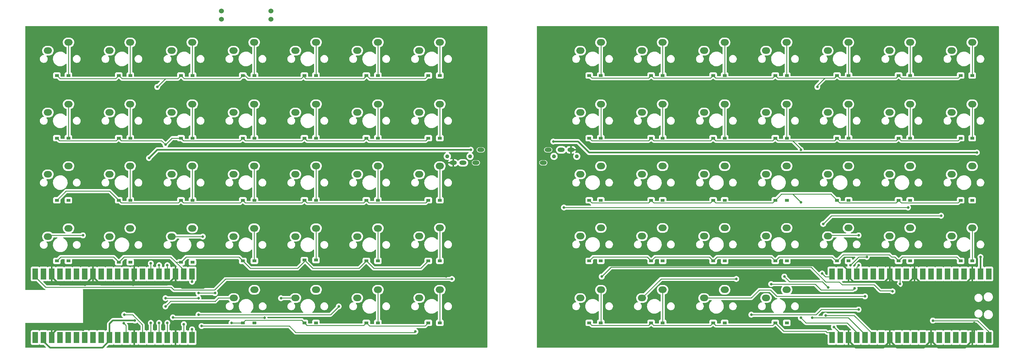
<source format=gbr>
%TF.GenerationSoftware,KiCad,Pcbnew,(7.0.0-0)*%
%TF.CreationDate,2023-03-05T22:08:41+09:00*%
%TF.ProjectId,11111_pcb,31313131-315f-4706-9362-2e6b69636164,rev?*%
%TF.SameCoordinates,Original*%
%TF.FileFunction,Copper,L2,Bot*%
%TF.FilePolarity,Positive*%
%FSLAX46Y46*%
G04 Gerber Fmt 4.6, Leading zero omitted, Abs format (unit mm)*
G04 Created by KiCad (PCBNEW (7.0.0-0)) date 2023-03-05 22:08:41*
%MOMM*%
%LPD*%
G01*
G04 APERTURE LIST*
%TA.AperFunction,SMDPad,CuDef*%
%ADD10R,1.300000X0.950000*%
%TD*%
%TA.AperFunction,ComponentPad*%
%ADD11O,2.500000X2.000000*%
%TD*%
%TA.AperFunction,WasherPad*%
%ADD12C,1.210000*%
%TD*%
%TA.AperFunction,ComponentPad*%
%ADD13O,2.200000X1.300000*%
%TD*%
%TA.AperFunction,ComponentPad*%
%ADD14C,1.524000*%
%TD*%
%TA.AperFunction,SMDPad,CuDef*%
%ADD15R,1.700000X3.500000*%
%TD*%
%TA.AperFunction,ViaPad*%
%ADD16C,0.800000*%
%TD*%
%TA.AperFunction,Conductor*%
%ADD17C,0.250000*%
%TD*%
%TA.AperFunction,Conductor*%
%ADD18C,0.500000*%
%TD*%
G04 APERTURE END LIST*
D10*
%TO.P,D27,1,K*%
%TO.N,Row6*%
X304424999Y-64999999D03*
%TO.P,D27,2,A*%
%TO.N,Net-(D27-A)*%
X307974999Y-64999999D03*
%TD*%
D11*
%TO.P,SW13,1,1*%
%TO.N,Col12*%
X301624999Y-38039999D03*
%TO.P,SW13,2,2*%
%TO.N,Net-(D13-A)*%
X307974999Y-35499999D03*
%TD*%
%TO.P,SW46,1,1*%
%TO.N,Col3*%
X99694999Y-95309999D03*
%TO.P,SW46,2,2*%
%TO.N,Net-(D46-A)*%
X106044999Y-92769999D03*
%TD*%
D10*
%TO.P,D39,1,K*%
%TO.N,Row7*%
X266444999Y-84129999D03*
%TO.P,D39,2,A*%
%TO.N,Net-(D39-A)*%
X269994999Y-84129999D03*
%TD*%
%TO.P,D22,1,K*%
%TO.N,Row6*%
X209194999Y-64999999D03*
%TO.P,D22,2,A*%
%TO.N,Net-(D22-A)*%
X212744999Y-64999999D03*
%TD*%
%TO.P,D33,1,K*%
%TO.N,Row2*%
X121499999Y-84129999D03*
%TO.P,D33,2,A*%
%TO.N,Net-(D33-A)*%
X125049999Y-84129999D03*
%TD*%
%TO.P,D43,1,K*%
%TO.N,Row3*%
X45309999Y-102809999D03*
%TO.P,D43,2,A*%
%TO.N,Net-(D43-A)*%
X48859999Y-102809999D03*
%TD*%
%TO.P,D60,1,K*%
%TO.N,Row4*%
X159644999Y-121879999D03*
%TO.P,D60,2,A*%
%TO.N,Net-(D60-A)*%
X163194999Y-121879999D03*
%TD*%
%TO.P,D52,1,K*%
%TO.N,Row8*%
X247329999Y-102809999D03*
%TO.P,D52,2,A*%
%TO.N,Net-(D52-A)*%
X250879999Y-102809999D03*
%TD*%
%TO.P,D28,1,K*%
%TO.N,Row6*%
X323509999Y-64999999D03*
%TO.P,D28,2,A*%
%TO.N,Net-(D28-A)*%
X327059999Y-64999999D03*
%TD*%
D11*
%TO.P,SW8,1,1*%
%TO.N,Col7*%
X206424999Y-38039999D03*
%TO.P,SW8,2,2*%
%TO.N,Net-(D8-A)*%
X212774999Y-35499999D03*
%TD*%
D10*
%TO.P,D18,1,K*%
%TO.N,Row1*%
X102559999Y-64999999D03*
%TO.P,D18,2,A*%
%TO.N,Net-(D18-A)*%
X106109999Y-64999999D03*
%TD*%
%TO.P,D42,1,K*%
%TO.N,Row7*%
X323509999Y-84129999D03*
%TO.P,D42,2,A*%
%TO.N,Net-(D42-A)*%
X327059999Y-84129999D03*
%TD*%
%TO.P,D26,1,K*%
%TO.N,Row6*%
X285469999Y-64999999D03*
%TO.P,D26,2,A*%
%TO.N,Net-(D26-A)*%
X289019999Y-64999999D03*
%TD*%
%TO.P,D16,1,K*%
%TO.N,Row1*%
X64359999Y-64999999D03*
%TO.P,D16,2,A*%
%TO.N,Net-(D16-A)*%
X67909999Y-64999999D03*
%TD*%
%TO.P,D14,1,K*%
%TO.N,Row5*%
X323509999Y-45679999D03*
%TO.P,D14,2,A*%
%TO.N,Net-(D14-A)*%
X327059999Y-45679999D03*
%TD*%
D11*
%TO.P,SW54,1,1*%
%TO.N,Col11*%
X282624999Y-95189999D03*
%TO.P,SW54,2,2*%
%TO.N,Net-(D54-A)*%
X288974999Y-92649999D03*
%TD*%
D10*
%TO.P,D6,1,K*%
%TO.N,Row0*%
X140569999Y-45679999D03*
%TO.P,D6,2,A*%
%TO.N,Net-(D6-A)*%
X144119999Y-45679999D03*
%TD*%
D11*
%TO.P,SW61,1,1*%
%TO.N,Col7*%
X206424999Y-114239999D03*
%TO.P,SW61,2,2*%
%TO.N,Net-(D61-A)*%
X212774999Y-111699999D03*
%TD*%
%TO.P,SW26,1,1*%
%TO.N,Col11*%
X282624999Y-57089999D03*
%TO.P,SW26,2,2*%
%TO.N,Net-(D26-A)*%
X288974999Y-54549999D03*
%TD*%
%TO.P,SW22,1,1*%
%TO.N,Col7*%
X206424999Y-57089999D03*
%TO.P,SW22,2,2*%
%TO.N,Net-(D22-A)*%
X212774999Y-54549999D03*
%TD*%
D10*
%TO.P,D41,1,K*%
%TO.N,Row7*%
X304424999Y-84129999D03*
%TO.P,D41,2,A*%
%TO.N,Net-(D41-A)*%
X307974999Y-84129999D03*
%TD*%
%TO.P,D40,1,K*%
%TO.N,Row7*%
X285469999Y-84129999D03*
%TO.P,D40,2,A*%
%TO.N,Net-(D40-A)*%
X289019999Y-84129999D03*
%TD*%
%TO.P,D17,1,K*%
%TO.N,Row1*%
X83509999Y-64999999D03*
%TO.P,D17,2,A*%
%TO.N,Net-(D17-A)*%
X87059999Y-64999999D03*
%TD*%
%TO.P,D56,1,K*%
%TO.N,Row8*%
X323509999Y-102809999D03*
%TO.P,D56,2,A*%
%TO.N,Net-(D56-A)*%
X327059999Y-102809999D03*
%TD*%
D12*
%TO.P,J1,*%
%TO.N,*%
X165500000Y-70580000D03*
X172500000Y-70580000D03*
D13*
%TO.P,J1,A*%
%TO.N,unconnected-(J1-PadA)*%
X175799999Y-68579999D03*
%TO.P,J1,B*%
%TO.N,GND*%
X167299999Y-72579999D03*
%TO.P,J1,C*%
%TO.N,DataLeft*%
X170299999Y-72579999D03*
%TO.P,J1,D*%
%TO.N,VCC*%
X174299999Y-72579999D03*
%TD*%
D10*
%TO.P,D21,1,K*%
%TO.N,Row1*%
X159644999Y-64999999D03*
%TO.P,D21,2,A*%
%TO.N,Net-(D21-A)*%
X163194999Y-64999999D03*
%TD*%
D14*
%TO.P,REF\u002A\u002A,a*%
%TO.N,N/C*%
X95920000Y-25800000D03*
%TO.P,REF\u002A\u002A,b*%
X95920000Y-28340000D03*
%TO.P,REF\u002A\u002A,c*%
X111160000Y-25800000D03*
%TO.P,REF\u002A\u002A,d*%
X111160000Y-28340000D03*
%TD*%
D11*
%TO.P,SW34,1,1*%
%TO.N,Col5*%
X137794999Y-76139999D03*
%TO.P,SW34,2,2*%
%TO.N,Net-(D34-A)*%
X144144999Y-73599999D03*
%TD*%
%TO.P,SW15,1,1*%
%TO.N,Col0*%
X42544999Y-57089999D03*
%TO.P,SW15,2,2*%
%TO.N,Net-(D15-A)*%
X48894999Y-54549999D03*
%TD*%
D10*
%TO.P,D38,1,K*%
%TO.N,Row7*%
X247329999Y-84129999D03*
%TO.P,D38,2,A*%
%TO.N,Net-(D38-A)*%
X250879999Y-84129999D03*
%TD*%
D11*
%TO.P,SW62,1,1*%
%TO.N,Col8*%
X225424999Y-114239999D03*
%TO.P,SW62,2,2*%
%TO.N,Net-(D62-A)*%
X231774999Y-111699999D03*
%TD*%
%TO.P,SW23,1,1*%
%TO.N,Col8*%
X225424999Y-57089999D03*
%TO.P,SW23,2,2*%
%TO.N,Net-(D23-A)*%
X231774999Y-54549999D03*
%TD*%
%TO.P,SW45,1,1*%
%TO.N,Col2*%
X80644999Y-95309999D03*
%TO.P,SW45,2,2*%
%TO.N,Net-(D45-A)*%
X86994999Y-92769999D03*
%TD*%
%TO.P,SW57,1,1*%
%TO.N,Col3*%
X99754999Y-114239999D03*
%TO.P,SW57,2,2*%
%TO.N,Net-(D57-A)*%
X106104999Y-111699999D03*
%TD*%
%TO.P,SW1,1,1*%
%TO.N,Col0*%
X42544999Y-38039999D03*
%TO.P,SW1,2,2*%
%TO.N,Net-(D1-A)*%
X48894999Y-35499999D03*
%TD*%
D10*
%TO.P,D53,1,K*%
%TO.N,Row8*%
X266444999Y-102809999D03*
%TO.P,D53,2,A*%
%TO.N,Net-(D53-A)*%
X269994999Y-102809999D03*
%TD*%
%TO.P,D9,1,K*%
%TO.N,Row5*%
X228244999Y-45679999D03*
%TO.P,D9,2,A*%
%TO.N,Net-(D9-A)*%
X231794999Y-45679999D03*
%TD*%
D11*
%TO.P,SW12,1,1*%
%TO.N,Col11*%
X282624999Y-38039999D03*
%TO.P,SW12,2,2*%
%TO.N,Net-(D12-A)*%
X288974999Y-35499999D03*
%TD*%
%TO.P,SW58,1,1*%
%TO.N,Col4*%
X118744999Y-114239999D03*
%TO.P,SW58,2,2*%
%TO.N,Net-(D58-A)*%
X125094999Y-111699999D03*
%TD*%
%TO.P,SW16,1,1*%
%TO.N,Col1*%
X61524999Y-57089999D03*
%TO.P,SW16,2,2*%
%TO.N,Net-(D16-A)*%
X67874999Y-54549999D03*
%TD*%
D10*
%TO.P,D58,1,K*%
%TO.N,Row4*%
X121499999Y-121879999D03*
%TO.P,D58,2,A*%
%TO.N,Net-(D58-A)*%
X125049999Y-121879999D03*
%TD*%
D11*
%TO.P,SW40,1,1*%
%TO.N,Col11*%
X282624999Y-76139999D03*
%TO.P,SW40,2,2*%
%TO.N,Net-(D40-A)*%
X288974999Y-73599999D03*
%TD*%
D10*
%TO.P,D55,1,K*%
%TO.N,Row8*%
X304424999Y-102809999D03*
%TO.P,D55,2,A*%
%TO.N,Net-(D55-A)*%
X307974999Y-102809999D03*
%TD*%
%TO.P,D32,1,K*%
%TO.N,Row2*%
X102559999Y-84129999D03*
%TO.P,D32,2,A*%
%TO.N,Net-(D32-A)*%
X106109999Y-84129999D03*
%TD*%
D11*
%TO.P,SW19,1,1*%
%TO.N,Col4*%
X118744999Y-57089999D03*
%TO.P,SW19,2,2*%
%TO.N,Net-(D19-A)*%
X125094999Y-54549999D03*
%TD*%
D10*
%TO.P,D35,1,K*%
%TO.N,Row2*%
X159644999Y-84129999D03*
%TO.P,D35,2,A*%
%TO.N,Net-(D35-A)*%
X163194999Y-84129999D03*
%TD*%
%TO.P,D46,1,K*%
%TO.N,Row3*%
X102559999Y-102809999D03*
%TO.P,D46,2,A*%
%TO.N,Net-(D46-A)*%
X106109999Y-102809999D03*
%TD*%
%TO.P,D34,1,K*%
%TO.N,Row2*%
X140569999Y-84129999D03*
%TO.P,D34,2,A*%
%TO.N,Net-(D34-A)*%
X144119999Y-84129999D03*
%TD*%
%TO.P,D36,1,K*%
%TO.N,Row7*%
X209194999Y-84129999D03*
%TO.P,D36,2,A*%
%TO.N,Net-(D36-A)*%
X212744999Y-84129999D03*
%TD*%
D11*
%TO.P,SW43,1,1*%
%TO.N,Col0*%
X42544999Y-95309999D03*
%TO.P,SW43,2,2*%
%TO.N,Net-(D43-A)*%
X48894999Y-92769999D03*
%TD*%
D10*
%TO.P,D62,1,K*%
%TO.N,Row9*%
X228244999Y-121879999D03*
%TO.P,D62,2,A*%
%TO.N,Net-(D62-A)*%
X231794999Y-121879999D03*
%TD*%
%TO.P,D13,1,K*%
%TO.N,Row5*%
X304424999Y-45679999D03*
%TO.P,D13,2,A*%
%TO.N,Net-(D13-A)*%
X307974999Y-45679999D03*
%TD*%
D11*
%TO.P,SW53,1,1*%
%TO.N,Col10*%
X263624999Y-95189999D03*
%TO.P,SW53,2,2*%
%TO.N,Net-(D53-A)*%
X269974999Y-92649999D03*
%TD*%
D10*
%TO.P,D54,1,K*%
%TO.N,Row8*%
X285469999Y-102809999D03*
%TO.P,D54,2,A*%
%TO.N,Net-(D54-A)*%
X289019999Y-102809999D03*
%TD*%
D11*
%TO.P,SW47,1,1*%
%TO.N,Col4*%
X118744999Y-95309999D03*
%TO.P,SW47,2,2*%
%TO.N,Net-(D47-A)*%
X125094999Y-92769999D03*
%TD*%
D10*
%TO.P,D2,1,K*%
%TO.N,Row0*%
X64359999Y-45679999D03*
%TO.P,D2,2,A*%
%TO.N,Net-(D2-A)*%
X67909999Y-45679999D03*
%TD*%
%TO.P,D64,1,K*%
%TO.N,Row9*%
X266444999Y-121879999D03*
%TO.P,D64,2,A*%
%TO.N,Net-(D64-A)*%
X269994999Y-121879999D03*
%TD*%
D11*
%TO.P,SW35,1,1*%
%TO.N,Col6*%
X156844999Y-76139999D03*
%TO.P,SW35,2,2*%
%TO.N,Net-(D35-A)*%
X163194999Y-73599999D03*
%TD*%
%TO.P,SW28,1,1*%
%TO.N,Col13*%
X320724999Y-57089999D03*
%TO.P,SW28,2,2*%
%TO.N,Net-(D28-A)*%
X327074999Y-54549999D03*
%TD*%
%TO.P,SW51,1,1*%
%TO.N,Col8*%
X225424999Y-95189999D03*
%TO.P,SW51,2,2*%
%TO.N,Net-(D51-A)*%
X231774999Y-92649999D03*
%TD*%
D10*
%TO.P,D23,1,K*%
%TO.N,Row6*%
X228244999Y-64999999D03*
%TO.P,D23,2,A*%
%TO.N,Net-(D23-A)*%
X231794999Y-64999999D03*
%TD*%
D11*
%TO.P,SW37,1,1*%
%TO.N,Col8*%
X225424999Y-76139999D03*
%TO.P,SW37,2,2*%
%TO.N,Net-(D37-A)*%
X231774999Y-73599999D03*
%TD*%
%TO.P,SW56,1,1*%
%TO.N,Col13*%
X320724999Y-95189999D03*
%TO.P,SW56,2,2*%
%TO.N,Net-(D56-A)*%
X327074999Y-92649999D03*
%TD*%
D10*
%TO.P,D31,1,K*%
%TO.N,Row2*%
X83509999Y-84129999D03*
%TO.P,D31,2,A*%
%TO.N,Net-(D31-A)*%
X87059999Y-84129999D03*
%TD*%
D11*
%TO.P,SW30,1,1*%
%TO.N,Col1*%
X61524999Y-76139999D03*
%TO.P,SW30,2,2*%
%TO.N,Net-(D30-A)*%
X67874999Y-73599999D03*
%TD*%
D10*
%TO.P,D59,1,K*%
%TO.N,Row4*%
X140569999Y-121879999D03*
%TO.P,D59,2,A*%
%TO.N,Net-(D59-A)*%
X144119999Y-121879999D03*
%TD*%
D11*
%TO.P,SW33,1,1*%
%TO.N,Col4*%
X118744999Y-76139999D03*
%TO.P,SW33,2,2*%
%TO.N,Net-(D33-A)*%
X125094999Y-73599999D03*
%TD*%
D10*
%TO.P,D63,1,K*%
%TO.N,Row9*%
X247329999Y-121879999D03*
%TO.P,D63,2,A*%
%TO.N,Net-(D63-A)*%
X250879999Y-121879999D03*
%TD*%
D11*
%TO.P,SW9,1,1*%
%TO.N,Col8*%
X225424999Y-38039999D03*
%TO.P,SW9,2,2*%
%TO.N,Net-(D9-A)*%
X231774999Y-35499999D03*
%TD*%
D10*
%TO.P,D5,1,K*%
%TO.N,Row0*%
X121499999Y-45679999D03*
%TO.P,D5,2,A*%
%TO.N,Net-(D5-A)*%
X125049999Y-45679999D03*
%TD*%
%TO.P,D4,1,K*%
%TO.N,Row0*%
X102559999Y-45679999D03*
%TO.P,D4,2,A*%
%TO.N,Net-(D4-A)*%
X106109999Y-45679999D03*
%TD*%
D11*
%TO.P,SW27,1,1*%
%TO.N,Col12*%
X301624999Y-57089999D03*
%TO.P,SW27,2,2*%
%TO.N,Net-(D27-A)*%
X307974999Y-54549999D03*
%TD*%
%TO.P,SW14,1,1*%
%TO.N,Col13*%
X320724999Y-38039999D03*
%TO.P,SW14,2,2*%
%TO.N,Net-(D14-A)*%
X327074999Y-35499999D03*
%TD*%
%TO.P,SW50,1,1*%
%TO.N,Col7*%
X206424999Y-95189999D03*
%TO.P,SW50,2,2*%
%TO.N,Net-(D50-A)*%
X212774999Y-92649999D03*
%TD*%
D10*
%TO.P,D7,1,K*%
%TO.N,Row0*%
X159644999Y-45679999D03*
%TO.P,D7,2,A*%
%TO.N,Net-(D7-A)*%
X163194999Y-45679999D03*
%TD*%
D11*
%TO.P,SW38,1,1*%
%TO.N,Col9*%
X244524999Y-76139999D03*
%TO.P,SW38,2,2*%
%TO.N,Net-(D38-A)*%
X250874999Y-73599999D03*
%TD*%
%TO.P,SW11,1,1*%
%TO.N,Col10*%
X263624999Y-38039999D03*
%TO.P,SW11,2,2*%
%TO.N,Net-(D11-A)*%
X269974999Y-35499999D03*
%TD*%
%TO.P,SW6,1,1*%
%TO.N,Col5*%
X137794999Y-38039999D03*
%TO.P,SW6,2,2*%
%TO.N,Net-(D6-A)*%
X144144999Y-35499999D03*
%TD*%
%TO.P,SW44,1,1*%
%TO.N,Col1*%
X61524999Y-95309999D03*
%TO.P,SW44,2,2*%
%TO.N,Net-(D44-A)*%
X67874999Y-92769999D03*
%TD*%
D10*
%TO.P,D50,1,K*%
%TO.N,Row8*%
X209194999Y-102809999D03*
%TO.P,D50,2,A*%
%TO.N,Net-(D50-A)*%
X212744999Y-102809999D03*
%TD*%
D11*
%TO.P,SW52,1,1*%
%TO.N,Col9*%
X244524999Y-95189999D03*
%TO.P,SW52,2,2*%
%TO.N,Net-(D52-A)*%
X250874999Y-92649999D03*
%TD*%
D10*
%TO.P,D57,1,K*%
%TO.N,Row4*%
X102559999Y-121879999D03*
%TO.P,D57,2,A*%
%TO.N,Net-(D57-A)*%
X106109999Y-121879999D03*
%TD*%
%TO.P,D44,1,K*%
%TO.N,Row3*%
X64359999Y-103209999D03*
%TO.P,D44,2,A*%
%TO.N,Net-(D44-A)*%
X67909999Y-103209999D03*
%TD*%
%TO.P,D20,1,K*%
%TO.N,Row1*%
X140569999Y-64999999D03*
%TO.P,D20,2,A*%
%TO.N,Net-(D20-A)*%
X144119999Y-64999999D03*
%TD*%
D11*
%TO.P,SW49,1,1*%
%TO.N,Col6*%
X156844999Y-95189999D03*
%TO.P,SW49,2,2*%
%TO.N,Net-(D49-A)*%
X163194999Y-92649999D03*
%TD*%
%TO.P,SW21,1,1*%
%TO.N,Col6*%
X156844999Y-57089999D03*
%TO.P,SW21,2,2*%
%TO.N,Net-(D21-A)*%
X163194999Y-54549999D03*
%TD*%
D10*
%TO.P,D30,1,K*%
%TO.N,Row2*%
X64359999Y-84129999D03*
%TO.P,D30,2,A*%
%TO.N,Net-(D30-A)*%
X67909999Y-84129999D03*
%TD*%
%TO.P,D10,1,K*%
%TO.N,Row5*%
X247329999Y-45679999D03*
%TO.P,D10,2,A*%
%TO.N,Net-(D10-A)*%
X250879999Y-45679999D03*
%TD*%
%TO.P,D49,1,K*%
%TO.N,Row3*%
X159644999Y-102809999D03*
%TO.P,D49,2,A*%
%TO.N,Net-(D49-A)*%
X163194999Y-102809999D03*
%TD*%
D11*
%TO.P,SW29,1,1*%
%TO.N,Col0*%
X42544999Y-76139999D03*
%TO.P,SW29,2,2*%
%TO.N,Net-(D29-A)*%
X48894999Y-73599999D03*
%TD*%
%TO.P,SW4,1,1*%
%TO.N,Col3*%
X99694999Y-38039999D03*
%TO.P,SW4,2,2*%
%TO.N,Net-(D4-A)*%
X106044999Y-35499999D03*
%TD*%
D10*
%TO.P,D45,1,K*%
%TO.N,Row3*%
X83509999Y-103209999D03*
%TO.P,D45,2,A*%
%TO.N,Net-(D45-A)*%
X87059999Y-103209999D03*
%TD*%
%TO.P,D19,1,K*%
%TO.N,Row1*%
X121499999Y-64999999D03*
%TO.P,D19,2,A*%
%TO.N,Net-(D19-A)*%
X125049999Y-64999999D03*
%TD*%
D11*
%TO.P,SW39,1,1*%
%TO.N,Col10*%
X263624999Y-76139999D03*
%TO.P,SW39,2,2*%
%TO.N,Net-(D39-A)*%
X269974999Y-73599999D03*
%TD*%
%TO.P,SW59,1,1*%
%TO.N,Col5*%
X137794999Y-114239999D03*
%TO.P,SW59,2,2*%
%TO.N,Net-(D59-A)*%
X144144999Y-111699999D03*
%TD*%
%TO.P,SW20,1,1*%
%TO.N,Col5*%
X137794999Y-57089999D03*
%TO.P,SW20,2,2*%
%TO.N,Net-(D20-A)*%
X144144999Y-54549999D03*
%TD*%
D10*
%TO.P,D61,1,K*%
%TO.N,Row9*%
X209194999Y-121879999D03*
%TO.P,D61,2,A*%
%TO.N,Net-(D61-A)*%
X212744999Y-121879999D03*
%TD*%
D11*
%TO.P,SW32,1,1*%
%TO.N,Col3*%
X99694999Y-76139999D03*
%TO.P,SW32,2,2*%
%TO.N,Net-(D32-A)*%
X106044999Y-73599999D03*
%TD*%
%TO.P,SW55,1,1*%
%TO.N,Col12*%
X301624999Y-95189999D03*
%TO.P,SW55,2,2*%
%TO.N,Net-(D55-A)*%
X307974999Y-92649999D03*
%TD*%
%TO.P,SW2,1,1*%
%TO.N,Col1*%
X61524999Y-38039999D03*
%TO.P,SW2,2,2*%
%TO.N,Net-(D2-A)*%
X67874999Y-35499999D03*
%TD*%
%TO.P,SW3,1,1*%
%TO.N,Col2*%
X80644999Y-38039999D03*
%TO.P,SW3,2,2*%
%TO.N,Net-(D3-A)*%
X86994999Y-35499999D03*
%TD*%
%TO.P,SW7,1,1*%
%TO.N,Col6*%
X156844999Y-38039999D03*
%TO.P,SW7,2,2*%
%TO.N,Net-(D7-A)*%
X163194999Y-35499999D03*
%TD*%
%TO.P,SW24,1,1*%
%TO.N,Col9*%
X244524999Y-57089999D03*
%TO.P,SW24,2,2*%
%TO.N,Net-(D24-A)*%
X250874999Y-54549999D03*
%TD*%
D10*
%TO.P,D51,1,K*%
%TO.N,Row8*%
X228244999Y-102809999D03*
%TO.P,D51,2,A*%
%TO.N,Net-(D51-A)*%
X231794999Y-102809999D03*
%TD*%
D11*
%TO.P,SW17,1,1*%
%TO.N,Col2*%
X80644999Y-57089999D03*
%TO.P,SW17,2,2*%
%TO.N,Net-(D17-A)*%
X86994999Y-54549999D03*
%TD*%
%TO.P,SW25,1,1*%
%TO.N,Col10*%
X263624999Y-57089999D03*
%TO.P,SW25,2,2*%
%TO.N,Net-(D25-A)*%
X269974999Y-54549999D03*
%TD*%
D12*
%TO.P,J2,*%
%TO.N,*%
X205345000Y-70580000D03*
X198345000Y-70580000D03*
D13*
%TO.P,J2,A*%
%TO.N,unconnected-(J2-PadA)*%
X195044999Y-72579999D03*
%TO.P,J2,B*%
%TO.N,GNDA*%
X203544999Y-68579999D03*
%TO.P,J2,C*%
%TO.N,DataRight*%
X200544999Y-68579999D03*
%TO.P,J2,D*%
%TO.N,VDD*%
X196544999Y-68579999D03*
%TD*%
D10*
%TO.P,D3,1,K*%
%TO.N,Row0*%
X83509999Y-45679999D03*
%TO.P,D3,2,A*%
%TO.N,Net-(D3-A)*%
X87059999Y-45679999D03*
%TD*%
%TO.P,D24,1,K*%
%TO.N,Row6*%
X247329999Y-64999999D03*
%TO.P,D24,2,A*%
%TO.N,Net-(D24-A)*%
X250879999Y-64999999D03*
%TD*%
D11*
%TO.P,SW48,1,1*%
%TO.N,Col5*%
X137794999Y-95309999D03*
%TO.P,SW48,2,2*%
%TO.N,Net-(D48-A)*%
X144144999Y-92769999D03*
%TD*%
D10*
%TO.P,D25,1,K*%
%TO.N,Row6*%
X266444999Y-64999999D03*
%TO.P,D25,2,A*%
%TO.N,Net-(D25-A)*%
X269994999Y-64999999D03*
%TD*%
%TO.P,D48,1,K*%
%TO.N,Row3*%
X140569999Y-102809999D03*
%TO.P,D48,2,A*%
%TO.N,Net-(D48-A)*%
X144119999Y-102809999D03*
%TD*%
D11*
%TO.P,SW10,1,1*%
%TO.N,Col9*%
X244524999Y-38039999D03*
%TO.P,SW10,2,2*%
%TO.N,Net-(D10-A)*%
X250874999Y-35499999D03*
%TD*%
%TO.P,SW60,1,1*%
%TO.N,Col6*%
X156844999Y-114239999D03*
%TO.P,SW60,2,2*%
%TO.N,Net-(D60-A)*%
X163194999Y-111699999D03*
%TD*%
%TO.P,SW18,1,1*%
%TO.N,Col3*%
X99694999Y-57089999D03*
%TO.P,SW18,2,2*%
%TO.N,Net-(D18-A)*%
X106044999Y-54549999D03*
%TD*%
D10*
%TO.P,D8,1,K*%
%TO.N,Row5*%
X209194999Y-45679999D03*
%TO.P,D8,2,A*%
%TO.N,Net-(D8-A)*%
X212744999Y-45679999D03*
%TD*%
%TO.P,D47,1,K*%
%TO.N,Row3*%
X121499999Y-102559999D03*
%TO.P,D47,2,A*%
%TO.N,Net-(D47-A)*%
X125049999Y-102559999D03*
%TD*%
%TO.P,D29,1,K*%
%TO.N,Row2*%
X45309999Y-84129999D03*
%TO.P,D29,2,A*%
%TO.N,Net-(D29-A)*%
X48859999Y-84129999D03*
%TD*%
D11*
%TO.P,SW64,1,1*%
%TO.N,Col10*%
X263624999Y-114239999D03*
%TO.P,SW64,2,2*%
%TO.N,Net-(D64-A)*%
X269974999Y-111699999D03*
%TD*%
D10*
%TO.P,D37,1,K*%
%TO.N,Row7*%
X228244999Y-84129999D03*
%TO.P,D37,2,A*%
%TO.N,Net-(D37-A)*%
X231794999Y-84129999D03*
%TD*%
%TO.P,D12,1,K*%
%TO.N,Row5*%
X285469999Y-45679999D03*
%TO.P,D12,2,A*%
%TO.N,Net-(D12-A)*%
X289019999Y-45679999D03*
%TD*%
D11*
%TO.P,SW41,1,1*%
%TO.N,Col12*%
X301624999Y-76139999D03*
%TO.P,SW41,2,2*%
%TO.N,Net-(D41-A)*%
X307974999Y-73599999D03*
%TD*%
%TO.P,SW42,1,1*%
%TO.N,Col13*%
X320724999Y-76139999D03*
%TO.P,SW42,2,2*%
%TO.N,Net-(D42-A)*%
X327074999Y-73599999D03*
%TD*%
D10*
%TO.P,D11,1,K*%
%TO.N,Row5*%
X266444999Y-45679999D03*
%TO.P,D11,2,A*%
%TO.N,Net-(D11-A)*%
X269994999Y-45679999D03*
%TD*%
D11*
%TO.P,SW31,1,1*%
%TO.N,Col2*%
X80644999Y-76139999D03*
%TO.P,SW31,2,2*%
%TO.N,Net-(D31-A)*%
X86994999Y-73599999D03*
%TD*%
%TO.P,SW36,1,1*%
%TO.N,Col7*%
X206424999Y-76139999D03*
%TO.P,SW36,2,2*%
%TO.N,Net-(D36-A)*%
X212774999Y-73599999D03*
%TD*%
D10*
%TO.P,D15,1,K*%
%TO.N,Row1*%
X45309999Y-64999999D03*
%TO.P,D15,2,A*%
%TO.N,Net-(D15-A)*%
X48859999Y-64999999D03*
%TD*%
%TO.P,D1,1,K*%
%TO.N,Row0*%
X45309999Y-45679999D03*
%TO.P,D1,2,A*%
%TO.N,Net-(D1-A)*%
X48859999Y-45679999D03*
%TD*%
D11*
%TO.P,SW5,1,1*%
%TO.N,Col4*%
X118744999Y-38039999D03*
%TO.P,SW5,2,2*%
%TO.N,Net-(D5-A)*%
X125094999Y-35499999D03*
%TD*%
%TO.P,SW63,1,1*%
%TO.N,Col9*%
X244524999Y-114239999D03*
%TO.P,SW63,2,2*%
%TO.N,Net-(D63-A)*%
X250874999Y-111699999D03*
%TD*%
D15*
%TO.P,U1,1,GPIO0*%
%TO.N,DataLeft*%
X38669999Y-106824999D03*
%TO.P,U1,2,GPIO1*%
%TO.N,unconnected-(U1-GPIO1-Pad2)*%
X41209999Y-106824999D03*
%TO.P,U1,3,GND*%
%TO.N,GND*%
X43749999Y-106824999D03*
%TO.P,U1,4,GPIO2*%
%TO.N,unconnected-(U1-GPIO2-Pad4)*%
X46289999Y-106824999D03*
%TO.P,U1,5,GPIO3*%
%TO.N,unconnected-(U1-GPIO3-Pad5)*%
X48829999Y-106824999D03*
%TO.P,U1,6,GPIO4*%
%TO.N,unconnected-(U1-GPIO4-Pad6)*%
X51369999Y-106824999D03*
%TO.P,U1,7,GPIO5*%
%TO.N,unconnected-(U1-GPIO5-Pad7)*%
X53909999Y-106824999D03*
%TO.P,U1,8,GND*%
%TO.N,GND*%
X56449999Y-106824999D03*
%TO.P,U1,9,GPIO6*%
%TO.N,unconnected-(U1-GPIO6-Pad9)*%
X58989999Y-106824999D03*
%TO.P,U1,10,GPIO7*%
%TO.N,unconnected-(U1-GPIO7-Pad10)*%
X61529999Y-106824999D03*
%TO.P,U1,11,GPIO8*%
%TO.N,unconnected-(U1-GPIO8-Pad11)*%
X64069999Y-106824999D03*
%TO.P,U1,12,GPIO9*%
%TO.N,unconnected-(U1-GPIO9-Pad12)*%
X66609999Y-106824999D03*
%TO.P,U1,13,GND*%
%TO.N,GND*%
X69149999Y-106824999D03*
%TO.P,U1,14,GPIO10*%
%TO.N,unconnected-(U1-GPIO10-Pad14)*%
X71689999Y-106824999D03*
%TO.P,U1,15,GPIO11*%
%TO.N,Row0*%
X74229999Y-106824999D03*
%TO.P,U1,16,GPIO12*%
%TO.N,Row1*%
X76769999Y-106824999D03*
%TO.P,U1,17,GPIO13*%
%TO.N,Row2*%
X79309999Y-106824999D03*
%TO.P,U1,18,GND*%
%TO.N,GND*%
X81849999Y-106824999D03*
%TO.P,U1,19,GPIO14*%
%TO.N,Row3*%
X84389999Y-106824999D03*
%TO.P,U1,20,GPIO15*%
%TO.N,Row4*%
X86929999Y-106824999D03*
%TO.P,U1,21,GPIO16*%
%TO.N,Col6*%
X86929999Y-126404999D03*
%TO.P,U1,22,GPIO17*%
%TO.N,Col5*%
X84389999Y-126404999D03*
%TO.P,U1,23,GND*%
%TO.N,GND*%
X81849999Y-126404999D03*
%TO.P,U1,24,GPIO18*%
%TO.N,Col4*%
X79309999Y-126404999D03*
%TO.P,U1,25,GPIO19*%
%TO.N,Col3*%
X76769999Y-126404999D03*
%TO.P,U1,26,GPIO20*%
%TO.N,Col2*%
X74229999Y-126404999D03*
%TO.P,U1,27,GPIO21*%
%TO.N,Col1*%
X71689999Y-126404999D03*
%TO.P,U1,28,GND*%
%TO.N,GND*%
X69149999Y-126404999D03*
%TO.P,U1,29,GPIO22*%
%TO.N,Col0*%
X66609999Y-126404999D03*
%TO.P,U1,30,RUN*%
%TO.N,unconnected-(U1-RUN-Pad30)*%
X64069999Y-126404999D03*
%TO.P,U1,31,GPIO26_ADC0*%
%TO.N,VCC*%
X61529999Y-126404999D03*
%TO.P,U1,32,GPIO27_ADC1*%
%TO.N,unconnected-(U1-GPIO27_ADC1-Pad32)*%
X58989999Y-126404999D03*
%TO.P,U1,33,AGND*%
%TO.N,unconnected-(U1-AGND-Pad33)*%
X56449999Y-126404999D03*
%TO.P,U1,34,GPIO28_ADC2*%
%TO.N,unconnected-(U1-GPIO28_ADC2-Pad34)*%
X53909999Y-126404999D03*
%TO.P,U1,35,ADC_VREF*%
%TO.N,unconnected-(U1-ADC_VREF-Pad35)*%
X51369999Y-126404999D03*
%TO.P,U1,36,3V3*%
%TO.N,unconnected-(U1-3V3-Pad36)*%
X48829999Y-126404999D03*
%TO.P,U1,37,3V3_EN*%
%TO.N,unconnected-(U1-3V3_EN-Pad37)*%
X46289999Y-126404999D03*
%TO.P,U1,38,GND*%
%TO.N,GND*%
X43749999Y-126404999D03*
%TO.P,U1,39,VSYS*%
%TO.N,VCC*%
X41209999Y-126404999D03*
%TO.P,U1,40,VBUS*%
%TO.N,unconnected-(U1-VBUS-Pad40)*%
X38669999Y-126404999D03*
%TD*%
%TO.P,U2,1,GPIO0*%
%TO.N,DataRight*%
X332164999Y-126404999D03*
%TO.P,U2,2,GPIO1*%
%TO.N,unconnected-(U2-GPIO1-Pad2)*%
X329624999Y-126404999D03*
%TO.P,U2,3,GND*%
%TO.N,GNDA*%
X327084999Y-126404999D03*
%TO.P,U2,4,GPIO2*%
%TO.N,unconnected-(U2-GPIO2-Pad4)*%
X324544999Y-126404999D03*
%TO.P,U2,5,GPIO3*%
%TO.N,unconnected-(U2-GPIO3-Pad5)*%
X322004999Y-126404999D03*
%TO.P,U2,6,GPIO4*%
%TO.N,unconnected-(U2-GPIO4-Pad6)*%
X319464999Y-126404999D03*
%TO.P,U2,7,GPIO5*%
%TO.N,unconnected-(U2-GPIO5-Pad7)*%
X316924999Y-126404999D03*
%TO.P,U2,8,GND*%
%TO.N,GNDA*%
X314384999Y-126404999D03*
%TO.P,U2,9,GPIO6*%
%TO.N,unconnected-(U2-GPIO6-Pad9)*%
X311844999Y-126404999D03*
%TO.P,U2,10,GPIO7*%
%TO.N,unconnected-(U2-GPIO7-Pad10)*%
X309304999Y-126404999D03*
%TO.P,U2,11,GPIO8*%
%TO.N,unconnected-(U2-GPIO8-Pad11)*%
X306764999Y-126404999D03*
%TO.P,U2,12,GPIO9*%
%TO.N,unconnected-(U2-GPIO9-Pad12)*%
X304224999Y-126404999D03*
%TO.P,U2,13,GND*%
%TO.N,GNDA*%
X301684999Y-126404999D03*
%TO.P,U2,14,GPIO10*%
%TO.N,unconnected-(U2-GPIO10-Pad14)*%
X299144999Y-126404999D03*
%TO.P,U2,15,GPIO11*%
%TO.N,Row5*%
X296604999Y-126404999D03*
%TO.P,U2,16,GPIO12*%
%TO.N,Row6*%
X294064999Y-126404999D03*
%TO.P,U2,17,GPIO13*%
%TO.N,Row7*%
X291524999Y-126404999D03*
%TO.P,U2,18,GND*%
%TO.N,GNDA*%
X288984999Y-126404999D03*
%TO.P,U2,19,GPIO14*%
%TO.N,Row8*%
X286444999Y-126404999D03*
%TO.P,U2,20,GPIO15*%
%TO.N,Row9*%
X283904999Y-126404999D03*
%TO.P,U2,21,GPIO16*%
%TO.N,Col13*%
X283904999Y-106824999D03*
%TO.P,U2,22,GPIO17*%
%TO.N,Col12*%
X286444999Y-106824999D03*
%TO.P,U2,23,GND*%
%TO.N,GNDA*%
X288984999Y-106824999D03*
%TO.P,U2,24,GPIO18*%
%TO.N,Col11*%
X291524999Y-106824999D03*
%TO.P,U2,25,GPIO19*%
%TO.N,Col10*%
X294064999Y-106824999D03*
%TO.P,U2,26,GPIO20*%
%TO.N,Col9*%
X296604999Y-106824999D03*
%TO.P,U2,27,GPIO21*%
%TO.N,Col8*%
X299144999Y-106824999D03*
%TO.P,U2,28,GND*%
%TO.N,GNDA*%
X301684999Y-106824999D03*
%TO.P,U2,29,GPIO22*%
%TO.N,Col7*%
X304224999Y-106824999D03*
%TO.P,U2,30,RUN*%
%TO.N,unconnected-(U2-RUN-Pad30)*%
X306764999Y-106824999D03*
%TO.P,U2,31,GPIO26_ADC0*%
%TO.N,GNDA*%
X309304999Y-106824999D03*
%TO.P,U2,32,GPIO27_ADC1*%
%TO.N,unconnected-(U2-GPIO27_ADC1-Pad32)*%
X311844999Y-106824999D03*
%TO.P,U2,33,AGND*%
%TO.N,unconnected-(U2-AGND-Pad33)*%
X314384999Y-106824999D03*
%TO.P,U2,34,GPIO28_ADC2*%
%TO.N,unconnected-(U2-GPIO28_ADC2-Pad34)*%
X316924999Y-106824999D03*
%TO.P,U2,35,ADC_VREF*%
%TO.N,unconnected-(U2-ADC_VREF-Pad35)*%
X319464999Y-106824999D03*
%TO.P,U2,36,3V3*%
%TO.N,unconnected-(U2-3V3-Pad36)*%
X322004999Y-106824999D03*
%TO.P,U2,37,3V3_EN*%
%TO.N,unconnected-(U2-3V3_EN-Pad37)*%
X324544999Y-106824999D03*
%TO.P,U2,38,GND*%
%TO.N,GNDA*%
X327084999Y-106824999D03*
%TO.P,U2,39,VSYS*%
%TO.N,VDD*%
X329624999Y-106824999D03*
%TO.P,U2,40,VBUS*%
%TO.N,unconnected-(U2-VBUS-Pad40)*%
X332164999Y-106824999D03*
%TD*%
D16*
%TO.N,Row0*%
X74230000Y-103570000D03*
X76200000Y-49220000D03*
%TO.N,Row5*%
X281940000Y-119615500D03*
X279400000Y-49220000D03*
%TO.N,Row1*%
X78740000Y-67000000D03*
X76770000Y-104140000D03*
%TO.N,Row6*%
X277820178Y-120340000D03*
X274320000Y-68580000D03*
%TO.N,Row2*%
X79310000Y-104140000D03*
X83510000Y-84130000D03*
%TO.N,Net-(D29-A)*%
X48860000Y-84130000D03*
%TO.N,Row7*%
X274320000Y-120340000D03*
X274320000Y-84780000D03*
%TO.N,Net-(D36-A)*%
X212745000Y-84130000D03*
%TO.N,Net-(D37-A)*%
X231795000Y-84130000D03*
%TO.N,Net-(D38-A)*%
X250880000Y-84130000D03*
%TO.N,Net-(D39-A)*%
X269995000Y-84130000D03*
%TO.N,Net-(D40-A)*%
X289020000Y-84130000D03*
%TO.N,Net-(D41-A)*%
X307975000Y-84130000D03*
%TO.N,Net-(D42-A)*%
X327060000Y-84130000D03*
%TO.N,Net-(D43-A)*%
X48860000Y-102810000D03*
%TO.N,Net-(D44-A)*%
X67910000Y-103210000D03*
%TO.N,Net-(D45-A)*%
X87060000Y-103210000D03*
%TO.N,Row8*%
X284480000Y-123190000D03*
X266445000Y-102810000D03*
X269240000Y-107640000D03*
X282697701Y-111002299D03*
%TO.N,Net-(D50-A)*%
X212745000Y-102810000D03*
%TO.N,Net-(D51-A)*%
X231795000Y-102810000D03*
%TO.N,Net-(D52-A)*%
X250880000Y-102810000D03*
%TO.N,Net-(D53-A)*%
X269995000Y-102810000D03*
%TO.N,Net-(D54-A)*%
X289020000Y-102810000D03*
%TO.N,Net-(D55-A)*%
X307975000Y-102810000D03*
%TO.N,Row4*%
X99060000Y-121920000D03*
X93980000Y-112720000D03*
X88900000Y-112720000D03*
X86930000Y-109220000D03*
%TO.N,Net-(D57-A)*%
X106110000Y-121880000D03*
%TO.N,Net-(D58-A)*%
X125050000Y-121880000D03*
%TO.N,DataLeft*%
X166915000Y-108365000D03*
%TO.N,GND*%
X68760000Y-110180000D03*
X53340000Y-124055498D03*
X81874628Y-121920000D03*
X53995000Y-110180000D03*
X69150000Y-123460497D03*
X81874628Y-109220000D03*
X165100000Y-107640000D03*
%TO.N,VCC*%
X172720000Y-68580000D03*
X73660000Y-71120000D03*
X69319500Y-121180500D03*
%TO.N,DataRight*%
X314960000Y-121195000D03*
X307340000Y-86360000D03*
X201390500Y-86360000D03*
%TO.N,VDD*%
X328510000Y-69430000D03*
X329625000Y-101600000D03*
X198120000Y-66040000D03*
%TO.N,Col0*%
X65929500Y-122030500D03*
X53340000Y-94940000D03*
%TO.N,Col1*%
X66040000Y-119380000D03*
%TO.N,Col2*%
X88900000Y-114300000D03*
X78740000Y-114300000D03*
X74230000Y-121920000D03*
X90230000Y-95310000D03*
%TO.N,Col3*%
X78740000Y-116840000D03*
X76770000Y-121920000D03*
%TO.N,Col4*%
X114300000Y-114300000D03*
X81025128Y-120204872D03*
X79310000Y-121920000D03*
X109220000Y-120340000D03*
%TO.N,Col5*%
X84390000Y-122310000D03*
X132080000Y-116840000D03*
X88900000Y-119380000D03*
%TO.N,Col6*%
X86930000Y-123890000D03*
X155659500Y-124570500D03*
X89860000Y-122880000D03*
%TO.N,Col7*%
X302534500Y-112184503D03*
X304800000Y-109919003D03*
X213025000Y-107640000D03*
%TO.N,Col8*%
X259080000Y-119380000D03*
X299145000Y-107725000D03*
X254450000Y-108364500D03*
X292100000Y-117800000D03*
%TO.N,Col9*%
X294075000Y-113735000D03*
X296605000Y-107725000D03*
%TO.N,Col10*%
X294065000Y-107725000D03*
X290869737Y-111270500D03*
X265200000Y-109945000D03*
%TO.N,Col11*%
X292100000Y-104140000D03*
X292100000Y-94940000D03*
%TO.N,Col12*%
X294640000Y-101600000D03*
X286445000Y-107725000D03*
X289560000Y-104140000D03*
%TO.N,Col13*%
X317500000Y-88900000D03*
X280860000Y-106680000D03*
X281209500Y-91440000D03*
%TO.N,GNDA*%
X203200000Y-100020000D03*
X327660000Y-121920000D03*
X327660000Y-111760000D03*
%TO.N,Net-(D63-A)*%
X250880000Y-121880000D03*
%TO.N,Net-(D64-A)*%
X269995000Y-121880000D03*
%TD*%
D17*
%TO.N,Row0*%
X120500000Y-46680000D02*
X121500000Y-45680000D01*
X121920000Y-46680000D02*
X139700000Y-46680000D01*
X121500000Y-45680000D02*
X121500000Y-46260000D01*
X140570000Y-45680000D02*
X140700000Y-45680000D01*
X63360000Y-46680000D02*
X64360000Y-45680000D01*
X140570000Y-45810000D02*
X140570000Y-45680000D01*
X84510000Y-46680000D02*
X101560000Y-46680000D01*
X104140000Y-46680000D02*
X120500000Y-46680000D01*
X64360000Y-45680000D02*
X65360000Y-46680000D01*
X74230000Y-103570000D02*
X74230000Y-107725000D01*
X139700000Y-46680000D02*
X140570000Y-45810000D01*
X158645000Y-46680000D02*
X159645000Y-45680000D01*
X76200000Y-49220000D02*
X78740000Y-46680000D01*
X46310000Y-46680000D02*
X63360000Y-46680000D01*
X103140000Y-45680000D02*
X104140000Y-46680000D01*
X83510000Y-45680000D02*
X84510000Y-46680000D01*
X45310000Y-45680000D02*
X46310000Y-46680000D01*
X121500000Y-46260000D02*
X121920000Y-46680000D01*
X65360000Y-46680000D02*
X82510000Y-46680000D01*
X82510000Y-46680000D02*
X83510000Y-45680000D01*
X140700000Y-45680000D02*
X141700000Y-46680000D01*
X101560000Y-46680000D02*
X102560000Y-45680000D01*
X102560000Y-45680000D02*
X103140000Y-45680000D01*
X78740000Y-46680000D02*
X82510000Y-46680000D01*
X141700000Y-46680000D02*
X158645000Y-46680000D01*
%TO.N,Net-(D1-A)*%
X48895000Y-45645000D02*
X48860000Y-45680000D01*
X48895000Y-35500000D02*
X48895000Y-45645000D01*
%TO.N,Net-(D2-A)*%
X67875000Y-45645000D02*
X67910000Y-45680000D01*
X67875000Y-35500000D02*
X67875000Y-45645000D01*
%TO.N,Net-(D3-A)*%
X86995000Y-45615000D02*
X87060000Y-45680000D01*
X86995000Y-35500000D02*
X86995000Y-45615000D01*
%TO.N,Net-(D4-A)*%
X106045000Y-45615000D02*
X106110000Y-45680000D01*
X106045000Y-35500000D02*
X106045000Y-45615000D01*
%TO.N,Net-(D5-A)*%
X125095000Y-35500000D02*
X125095000Y-45635000D01*
X125095000Y-45635000D02*
X125050000Y-45680000D01*
%TO.N,Net-(D6-A)*%
X144145000Y-35500000D02*
X144145000Y-45655000D01*
X144145000Y-45655000D02*
X144120000Y-45680000D01*
%TO.N,Net-(D7-A)*%
X163195000Y-35500000D02*
X163195000Y-45680000D01*
%TO.N,Row5*%
X304425000Y-45680000D02*
X303625000Y-46480000D01*
X323510000Y-45680000D02*
X322710000Y-46480000D01*
X279400000Y-49220000D02*
X279400000Y-48770000D01*
X266445000Y-45680000D02*
X265645000Y-46480000D01*
X305225000Y-46480000D02*
X304425000Y-45680000D01*
X279400000Y-48770000D02*
X281690000Y-46480000D01*
X229045000Y-46480000D02*
X228245000Y-45680000D01*
X286270000Y-46480000D02*
X285470000Y-45680000D01*
X281940000Y-119615500D02*
X290715500Y-119615500D01*
X285470000Y-45680000D02*
X284670000Y-46480000D01*
X265645000Y-46480000D02*
X248130000Y-46480000D01*
X247330000Y-45680000D02*
X246530000Y-46480000D01*
X227445000Y-46480000D02*
X209995000Y-46480000D01*
X248130000Y-46480000D02*
X247330000Y-45680000D01*
X209995000Y-46480000D02*
X209195000Y-45680000D01*
X284670000Y-46480000D02*
X267245000Y-46480000D01*
X303625000Y-46480000D02*
X286270000Y-46480000D01*
X281690000Y-46480000D02*
X281940000Y-46480000D01*
X290715500Y-119615500D02*
X296605000Y-125505000D01*
X228245000Y-45680000D02*
X227445000Y-46480000D01*
X246530000Y-46480000D02*
X229045000Y-46480000D01*
X322710000Y-46480000D02*
X305225000Y-46480000D01*
X267245000Y-46480000D02*
X266445000Y-45680000D01*
%TO.N,Net-(D8-A)*%
X212775000Y-35500000D02*
X212775000Y-45650000D01*
X212775000Y-45650000D02*
X212745000Y-45680000D01*
%TO.N,Net-(D9-A)*%
X231775000Y-45660000D02*
X231795000Y-45680000D01*
X231775000Y-35500000D02*
X231775000Y-45660000D01*
%TO.N,Net-(D10-A)*%
X250875000Y-35500000D02*
X250875000Y-45675000D01*
X250875000Y-45675000D02*
X250880000Y-45680000D01*
%TO.N,Net-(D11-A)*%
X269975000Y-45660000D02*
X269995000Y-45680000D01*
X269975000Y-35500000D02*
X269975000Y-45660000D01*
%TO.N,Net-(D12-A)*%
X288975000Y-45635000D02*
X289020000Y-45680000D01*
X288975000Y-35500000D02*
X288975000Y-45635000D01*
%TO.N,Net-(D13-A)*%
X307975000Y-35500000D02*
X307975000Y-45680000D01*
%TO.N,Net-(D14-A)*%
X327075000Y-45665000D02*
X327060000Y-45680000D01*
X327075000Y-35500000D02*
X327075000Y-45665000D01*
%TO.N,Row1*%
X46110000Y-65800000D02*
X45310000Y-65000000D01*
X84310000Y-65800000D02*
X83510000Y-65000000D01*
X121500000Y-65000000D02*
X120700000Y-65800000D01*
X102560000Y-65000000D02*
X101760000Y-65800000D01*
X76770000Y-104140000D02*
X76770000Y-107725000D01*
X63560000Y-65800000D02*
X46110000Y-65800000D01*
X78740000Y-67000000D02*
X80740000Y-65000000D01*
X78740000Y-67000000D02*
X77540000Y-65800000D01*
X140570000Y-65000000D02*
X139770000Y-65800000D01*
X122300000Y-65800000D02*
X121500000Y-65000000D01*
X80740000Y-65000000D02*
X83510000Y-65000000D01*
X159645000Y-65000000D02*
X158845000Y-65800000D01*
X103360000Y-65800000D02*
X102560000Y-65000000D01*
X139770000Y-65800000D02*
X122300000Y-65800000D01*
X64360000Y-65000000D02*
X63560000Y-65800000D01*
X120700000Y-65800000D02*
X103360000Y-65800000D01*
X141370000Y-65800000D02*
X140570000Y-65000000D01*
X65160000Y-65800000D02*
X64360000Y-65000000D01*
X77540000Y-65800000D02*
X65160000Y-65800000D01*
X101760000Y-65800000D02*
X84310000Y-65800000D01*
X158845000Y-65800000D02*
X141370000Y-65800000D01*
%TO.N,Net-(D15-A)*%
X48895000Y-64965000D02*
X48860000Y-65000000D01*
X48895000Y-54550000D02*
X48895000Y-64965000D01*
%TO.N,Net-(D16-A)*%
X67875000Y-54550000D02*
X67875000Y-64965000D01*
X67875000Y-64965000D02*
X67910000Y-65000000D01*
%TO.N,Net-(D17-A)*%
X86995000Y-64935000D02*
X87060000Y-65000000D01*
X86995000Y-54550000D02*
X86995000Y-64935000D01*
%TO.N,Net-(D18-A)*%
X106045000Y-54550000D02*
X106045000Y-64935000D01*
X106045000Y-64935000D02*
X106110000Y-65000000D01*
%TO.N,Net-(D19-A)*%
X125095000Y-54550000D02*
X125095000Y-64955000D01*
X125095000Y-64955000D02*
X125050000Y-65000000D01*
%TO.N,Net-(D20-A)*%
X144145000Y-64975000D02*
X144120000Y-65000000D01*
X144145000Y-54550000D02*
X144145000Y-64975000D01*
%TO.N,Net-(D21-A)*%
X163195000Y-54550000D02*
X163195000Y-65000000D01*
%TO.N,Row6*%
X267245000Y-65800000D02*
X271780000Y-65800000D01*
X247330000Y-65000000D02*
X248130000Y-65800000D01*
X248130000Y-65800000D02*
X265645000Y-65800000D01*
X271780000Y-65800000D02*
X284670000Y-65800000D01*
X266445000Y-65000000D02*
X267245000Y-65800000D01*
X228245000Y-65000000D02*
X229045000Y-65800000D01*
X227445000Y-65800000D02*
X228245000Y-65000000D01*
X288900000Y-120340000D02*
X294065000Y-125505000D01*
X265645000Y-65800000D02*
X266445000Y-65000000D01*
X277820178Y-120340000D02*
X288900000Y-120340000D01*
X286270000Y-65800000D02*
X303625000Y-65800000D01*
X322710000Y-65800000D02*
X305225000Y-65800000D01*
X209195000Y-65000000D02*
X209995000Y-65800000D01*
X209995000Y-65800000D02*
X227445000Y-65800000D01*
X284670000Y-65800000D02*
X285470000Y-65000000D01*
X274320000Y-68580000D02*
X274320000Y-68340000D01*
X229045000Y-65800000D02*
X246530000Y-65800000D01*
X246530000Y-65800000D02*
X247330000Y-65000000D01*
X285470000Y-65000000D02*
X286270000Y-65800000D01*
X323510000Y-65000000D02*
X322710000Y-65800000D01*
X303625000Y-65800000D02*
X304425000Y-65000000D01*
X305225000Y-65800000D02*
X304425000Y-65000000D01*
X274320000Y-68340000D02*
X271780000Y-65800000D01*
%TO.N,Net-(D22-A)*%
X212775000Y-54550000D02*
X212775000Y-64970000D01*
X212775000Y-64970000D02*
X212745000Y-65000000D01*
%TO.N,Net-(D23-A)*%
X231775000Y-64980000D02*
X231795000Y-65000000D01*
X231775000Y-54550000D02*
X231775000Y-64980000D01*
%TO.N,Net-(D24-A)*%
X250875000Y-54550000D02*
X250875000Y-64995000D01*
X250875000Y-64995000D02*
X250880000Y-65000000D01*
%TO.N,Net-(D25-A)*%
X269975000Y-64980000D02*
X269995000Y-65000000D01*
X269975000Y-54550000D02*
X269975000Y-64980000D01*
%TO.N,Net-(D26-A)*%
X288975000Y-54550000D02*
X288975000Y-64955000D01*
X288975000Y-64955000D02*
X289020000Y-65000000D01*
%TO.N,Net-(D27-A)*%
X307975000Y-54550000D02*
X307975000Y-65000000D01*
%TO.N,Net-(D28-A)*%
X327075000Y-64985000D02*
X327060000Y-65000000D01*
X327075000Y-54550000D02*
X327075000Y-64985000D01*
%TO.N,Row2*%
X45310000Y-84130000D02*
X48160000Y-81280000D01*
X158845000Y-84930000D02*
X141370000Y-84930000D01*
X103360000Y-84930000D02*
X102560000Y-84130000D01*
X83510000Y-84130000D02*
X84310000Y-84930000D01*
X82710000Y-84930000D02*
X83510000Y-84130000D01*
X79310000Y-104140000D02*
X79310000Y-107725000D01*
X139770000Y-84930000D02*
X122300000Y-84930000D01*
X64360000Y-84130000D02*
X65160000Y-84930000D01*
X65160000Y-84930000D02*
X82710000Y-84930000D01*
X122300000Y-84930000D02*
X121500000Y-84130000D01*
X101760000Y-84930000D02*
X102560000Y-84130000D01*
X48160000Y-81280000D02*
X61510000Y-81280000D01*
X120700000Y-84930000D02*
X103360000Y-84930000D01*
X159645000Y-84130000D02*
X158845000Y-84930000D01*
X141370000Y-84930000D02*
X140570000Y-84130000D01*
X140570000Y-84130000D02*
X139770000Y-84930000D01*
X84310000Y-84930000D02*
X101760000Y-84930000D01*
X61510000Y-81280000D02*
X64360000Y-84130000D01*
X121500000Y-84130000D02*
X120700000Y-84930000D01*
%TO.N,Net-(D30-A)*%
X67875000Y-73600000D02*
X67875000Y-84095000D01*
X67875000Y-84095000D02*
X67910000Y-84130000D01*
%TO.N,Net-(D31-A)*%
X86995000Y-73600000D02*
X86995000Y-84065000D01*
X86995000Y-84065000D02*
X87060000Y-84130000D01*
%TO.N,Net-(D32-A)*%
X106045000Y-73600000D02*
X106045000Y-84065000D01*
X106045000Y-84065000D02*
X106110000Y-84130000D01*
%TO.N,Net-(D33-A)*%
X125095000Y-84085000D02*
X125050000Y-84130000D01*
X125095000Y-73600000D02*
X125095000Y-84085000D01*
%TO.N,Net-(D34-A)*%
X144145000Y-73600000D02*
X144145000Y-84105000D01*
X144145000Y-84105000D02*
X144120000Y-84130000D01*
%TO.N,Net-(D35-A)*%
X163195000Y-73600000D02*
X163195000Y-84130000D01*
%TO.N,Row7*%
X268335000Y-82240000D02*
X266445000Y-84130000D01*
X291525000Y-124845000D02*
X291525000Y-125505000D01*
X248130000Y-84930000D02*
X247330000Y-84130000D01*
X274320000Y-120340000D02*
X275900000Y-121920000D01*
X304425000Y-84130000D02*
X303625000Y-84930000D01*
X323510000Y-84130000D02*
X322710000Y-84930000D01*
X286270000Y-84930000D02*
X285470000Y-84130000D01*
X209995000Y-84930000D02*
X209195000Y-84130000D01*
X322710000Y-84930000D02*
X305225000Y-84930000D01*
X246530000Y-84930000D02*
X229045000Y-84930000D01*
X247330000Y-84130000D02*
X246530000Y-84930000D01*
X228245000Y-84130000D02*
X227445000Y-84930000D01*
X266445000Y-84130000D02*
X265645000Y-84930000D01*
X283580000Y-82240000D02*
X268335000Y-82240000D01*
X305225000Y-84930000D02*
X304425000Y-84130000D01*
X229045000Y-84930000D02*
X228245000Y-84130000D01*
X265645000Y-84930000D02*
X248130000Y-84930000D01*
X275900000Y-121920000D02*
X288600000Y-121920000D01*
X274320000Y-84780000D02*
X271780000Y-82240000D01*
X285470000Y-84130000D02*
X283580000Y-82240000D01*
X227445000Y-84930000D02*
X209995000Y-84930000D01*
X288600000Y-121920000D02*
X291525000Y-124845000D01*
X303625000Y-84930000D02*
X286270000Y-84930000D01*
%TO.N,Row3*%
X46520000Y-101600000D02*
X62750000Y-101600000D01*
X65970000Y-101600000D02*
X80320000Y-101600000D01*
X104850000Y-105100000D02*
X119380000Y-105100000D01*
X121500000Y-102980000D02*
X121500000Y-102560000D01*
X140570000Y-102810000D02*
X138280000Y-105100000D01*
X124040000Y-105100000D02*
X121500000Y-102560000D01*
X64360000Y-103210000D02*
X65970000Y-101600000D01*
X119380000Y-105100000D02*
X121500000Y-102980000D01*
X157355000Y-105100000D02*
X142860000Y-105100000D01*
X138280000Y-105100000D02*
X124040000Y-105100000D01*
X142860000Y-105100000D02*
X140570000Y-102810000D01*
X159645000Y-102810000D02*
X157355000Y-105100000D01*
X80320000Y-101600000D02*
X83820000Y-105100000D01*
X85120000Y-101600000D02*
X101350000Y-101600000D01*
X101350000Y-101600000D02*
X102560000Y-102810000D01*
X83510000Y-103210000D02*
X85120000Y-101600000D01*
X102560000Y-102810000D02*
X104850000Y-105100000D01*
X45310000Y-102810000D02*
X46520000Y-101600000D01*
X62750000Y-101600000D02*
X64360000Y-103210000D01*
X83510000Y-103210000D02*
X81930000Y-103210000D01*
%TO.N,Net-(D46-A)*%
X106045000Y-92770000D02*
X106045000Y-102745000D01*
X106045000Y-102745000D02*
X106110000Y-102810000D01*
%TO.N,Net-(D47-A)*%
X125095000Y-102515000D02*
X125050000Y-102560000D01*
X125095000Y-92770000D02*
X125095000Y-102515000D01*
%TO.N,Net-(D48-A)*%
X144145000Y-102785000D02*
X144120000Y-102810000D01*
X144145000Y-92770000D02*
X144145000Y-102785000D01*
%TO.N,Net-(D49-A)*%
X163195000Y-92650000D02*
X163195000Y-102810000D01*
%TO.N,Row8*%
X266445000Y-102810000D02*
X267655000Y-101600000D01*
X210405000Y-101600000D02*
X227035000Y-101600000D01*
X267655000Y-101600000D02*
X283950000Y-101600000D01*
X302260000Y-101600000D02*
X303215000Y-101600000D01*
X282697701Y-111002299D02*
X280915402Y-109220000D01*
X228245000Y-102810000D02*
X229455000Y-101600000D01*
X270820000Y-109220000D02*
X269240000Y-107640000D01*
X286445000Y-125155000D02*
X286445000Y-125505000D01*
X305635000Y-101600000D02*
X322300000Y-101600000D01*
X248540000Y-101600000D02*
X265235000Y-101600000D01*
X304425000Y-102810000D02*
X305635000Y-101600000D01*
X284480000Y-123190000D02*
X286445000Y-125155000D01*
X229455000Y-101600000D02*
X246120000Y-101600000D01*
X246120000Y-101600000D02*
X247330000Y-102810000D01*
X287405000Y-100875000D02*
X301535000Y-100875000D01*
X322300000Y-101600000D02*
X323510000Y-102810000D01*
X301535000Y-100875000D02*
X302260000Y-101600000D01*
X265235000Y-101600000D02*
X266445000Y-102810000D01*
X303215000Y-101600000D02*
X304425000Y-102810000D01*
X227035000Y-101600000D02*
X228245000Y-102810000D01*
X285160000Y-102810000D02*
X285470000Y-102810000D01*
X209195000Y-102810000D02*
X210405000Y-101600000D01*
X247330000Y-102810000D02*
X248540000Y-101600000D01*
X283950000Y-101600000D02*
X285160000Y-102810000D01*
X280915402Y-109220000D02*
X270820000Y-109220000D01*
X285470000Y-102810000D02*
X287405000Y-100875000D01*
%TO.N,Net-(D56-A)*%
X327075000Y-92650000D02*
X327075000Y-102795000D01*
X327075000Y-102795000D02*
X327060000Y-102810000D01*
%TO.N,Row4*%
X122300000Y-122680000D02*
X121500000Y-121880000D01*
X141570000Y-122880000D02*
X140570000Y-121880000D01*
X159645000Y-121880000D02*
X158645000Y-122880000D01*
X103360000Y-121080000D02*
X102560000Y-121880000D01*
X99100000Y-121880000D02*
X102560000Y-121880000D01*
X139770000Y-122680000D02*
X122300000Y-122680000D01*
X140570000Y-121880000D02*
X139770000Y-122680000D01*
X120700000Y-121080000D02*
X103360000Y-121080000D01*
X86930000Y-109220000D02*
X86930000Y-107725000D01*
X93980000Y-112720000D02*
X88900000Y-112720000D01*
X158645000Y-122880000D02*
X141570000Y-122880000D01*
X121500000Y-121880000D02*
X120700000Y-121080000D01*
X99060000Y-121920000D02*
X99100000Y-121880000D01*
%TO.N,Net-(D59-A)*%
X144145000Y-111700000D02*
X144145000Y-121855000D01*
X144145000Y-121855000D02*
X144120000Y-121880000D01*
%TO.N,Row9*%
X282385000Y-124905000D02*
X281940000Y-124460000D01*
X283305000Y-124905000D02*
X282385000Y-124905000D01*
X283905000Y-125505000D02*
X283305000Y-124905000D01*
X209995000Y-122680000D02*
X209195000Y-121880000D01*
X281940000Y-124460000D02*
X269025000Y-124460000D01*
X229045000Y-122680000D02*
X228245000Y-121880000D01*
X246530000Y-122680000D02*
X229045000Y-122680000D01*
X269025000Y-124460000D02*
X266445000Y-121880000D01*
X266445000Y-121880000D02*
X265645000Y-122680000D01*
X248130000Y-122680000D02*
X247330000Y-121880000D01*
X228245000Y-121880000D02*
X227445000Y-122680000D01*
X247330000Y-121880000D02*
X246530000Y-122680000D01*
X265645000Y-122680000D02*
X248130000Y-122680000D01*
X227445000Y-122680000D02*
X209995000Y-122680000D01*
%TO.N,Net-(D60-A)*%
X163195000Y-111700000D02*
X163195000Y-121880000D01*
%TO.N,Net-(D61-A)*%
X212775000Y-121850000D02*
X212745000Y-121880000D01*
X212775000Y-111700000D02*
X212775000Y-121850000D01*
%TO.N,Net-(D62-A)*%
X231775000Y-121860000D02*
X231795000Y-121880000D01*
X231775000Y-111700000D02*
X231775000Y-121860000D01*
%TO.N,DataLeft*%
X80425000Y-110905000D02*
X81280000Y-111760000D01*
X41850000Y-110905000D02*
X80425000Y-110905000D01*
X97265583Y-108365000D02*
X166915000Y-108365000D01*
X93870583Y-111760000D02*
X97265583Y-108365000D01*
X81280000Y-111760000D02*
X93870583Y-111760000D01*
X38670000Y-107725000D02*
X41850000Y-110905000D01*
D18*
%TO.N,GND*%
X58905000Y-110180000D02*
X56450000Y-107725000D01*
X90435000Y-111185000D02*
X93980000Y-107640000D01*
X79258750Y-110180000D02*
X82313750Y-107125000D01*
X68760000Y-110180000D02*
X58905000Y-110180000D01*
X83820000Y-111165372D02*
X83820000Y-111185000D01*
X81874628Y-109220000D02*
X83820000Y-111165372D01*
X81874628Y-109220000D02*
X81874628Y-107749628D01*
X69150000Y-123460497D02*
X69150000Y-125505000D01*
X81874628Y-121920000D02*
X81874628Y-125480372D01*
X83820000Y-111185000D02*
X90435000Y-111185000D01*
X81874628Y-107749628D02*
X81850000Y-107725000D01*
X46205000Y-110180000D02*
X43750000Y-107725000D01*
X93980000Y-107640000D02*
X165100000Y-107640000D01*
X68760000Y-108115000D02*
X69150000Y-107725000D01*
X68760000Y-110180000D02*
X79258750Y-110180000D01*
X53340000Y-124055498D02*
X45199502Y-124055498D01*
X53995000Y-110180000D02*
X46205000Y-110180000D01*
X45199502Y-124055498D02*
X43750000Y-125505000D01*
X81874628Y-125480372D02*
X81850000Y-125505000D01*
X68760000Y-110180000D02*
X68760000Y-108115000D01*
X53995000Y-110180000D02*
X56450000Y-107725000D01*
%TO.N,VCC*%
X61530000Y-127365000D02*
X61530000Y-125505000D01*
X76200000Y-68580000D02*
X172720000Y-68580000D01*
X43180000Y-129540000D02*
X59355000Y-129540000D01*
X61530000Y-122200000D02*
X61530000Y-125505000D01*
X41210000Y-127570000D02*
X43180000Y-129540000D01*
X69319500Y-121180500D02*
X62549500Y-121180500D01*
X59355000Y-129540000D02*
X61530000Y-127365000D01*
X41210000Y-125505000D02*
X41210000Y-127570000D01*
X62549500Y-121180500D02*
X61530000Y-122200000D01*
X73660000Y-71120000D02*
X76200000Y-68580000D01*
D17*
%TO.N,DataRight*%
X201390500Y-86360000D02*
X307340000Y-86360000D01*
X328717652Y-121195000D02*
X332165000Y-124642348D01*
X314960000Y-121195000D02*
X328717652Y-121195000D01*
X332165000Y-124642348D02*
X332165000Y-125505000D01*
D18*
%TO.N,VDD*%
X205740000Y-66040000D02*
X198120000Y-66040000D01*
X209130000Y-69430000D02*
X205740000Y-66040000D01*
X328510000Y-69430000D02*
X209130000Y-69430000D01*
X329625000Y-101600000D02*
X329625000Y-107725000D01*
D17*
%TO.N,Col0*%
X66610000Y-122711000D02*
X66610000Y-125505000D01*
X53340000Y-94940000D02*
X42915000Y-94940000D01*
X42915000Y-94940000D02*
X42545000Y-95310000D01*
X65929500Y-122030500D02*
X66610000Y-122711000D01*
%TO.N,Col1*%
X71690000Y-122490000D02*
X71690000Y-125505000D01*
X68580000Y-119380000D02*
X71690000Y-122490000D01*
X66040000Y-119380000D02*
X68580000Y-119380000D01*
%TO.N,Col2*%
X90230000Y-95310000D02*
X80645000Y-95310000D01*
X74230000Y-121920000D02*
X74230000Y-125505000D01*
X88900000Y-114300000D02*
X78740000Y-114300000D01*
%TO.N,Col3*%
X76770000Y-121920000D02*
X76770000Y-125505000D01*
X80320000Y-115260000D02*
X93940497Y-115260000D01*
X78740000Y-116840000D02*
X80320000Y-115260000D01*
X93980000Y-115299503D02*
X95039503Y-114240000D01*
X95039503Y-114240000D02*
X99755000Y-114240000D01*
X93940497Y-115260000D02*
X93980000Y-115299503D01*
%TO.N,Col4*%
X81025128Y-120204872D02*
X81160256Y-120340000D01*
X81160256Y-120340000D02*
X109220000Y-120340000D01*
X114300000Y-114300000D02*
X114360000Y-114240000D01*
X79310000Y-121920000D02*
X79310000Y-125505000D01*
X114360000Y-114240000D02*
X118745000Y-114240000D01*
%TO.N,Col5*%
X84390000Y-122310000D02*
X84390000Y-125505000D01*
X88900000Y-119380000D02*
X129540000Y-119380000D01*
X129540000Y-119380000D02*
X132080000Y-116840000D01*
%TO.N,Col6*%
X155385000Y-124845000D02*
X155659500Y-124570500D01*
X89860000Y-122880000D02*
X116840000Y-122880000D01*
X86930000Y-123890000D02*
X86930000Y-125505000D01*
X118805000Y-124845000D02*
X155385000Y-124845000D01*
X116840000Y-122880000D02*
X118805000Y-124845000D01*
%TO.N,Col7*%
X302384497Y-112034500D02*
X298754695Y-112034500D01*
X302534500Y-112184503D02*
X302384497Y-112034500D01*
X304800000Y-109919003D02*
X304800000Y-108300000D01*
X304800000Y-108300000D02*
X304225000Y-107725000D01*
X296900195Y-110180000D02*
X287020000Y-110180000D01*
X287020000Y-110180000D02*
X286120000Y-109280000D01*
X298754695Y-112034500D02*
X296900195Y-110180000D01*
X286120000Y-109280000D02*
X282000000Y-109280000D01*
X215905000Y-104760000D02*
X213025000Y-107640000D01*
X282000000Y-109280000D02*
X277480000Y-104760000D01*
X277480000Y-104760000D02*
X215905000Y-104760000D01*
%TO.N,Col8*%
X280585097Y-117800000D02*
X292100000Y-117800000D01*
X254450000Y-108364500D02*
X231300500Y-108364500D01*
X259080000Y-119380000D02*
X279005097Y-119380000D01*
X279005097Y-119380000D02*
X280585097Y-117800000D01*
X231300500Y-108364500D02*
X225425000Y-114240000D01*
%TO.N,Col9*%
X264984417Y-111760000D02*
X261530583Y-111760000D01*
X266915584Y-113691167D02*
X264984417Y-111760000D01*
X294075000Y-113735000D02*
X294031167Y-113691167D01*
X259050583Y-114240000D02*
X244525000Y-114240000D01*
X261530583Y-111760000D02*
X259050583Y-114240000D01*
X294031167Y-113691167D02*
X266915584Y-113691167D01*
%TO.N,Col10*%
X278715000Y-109945000D02*
X280530000Y-111760000D01*
X290380237Y-111760000D02*
X290869737Y-111270500D01*
X280530000Y-111760000D02*
X290380237Y-111760000D01*
X265200000Y-109945000D02*
X278715000Y-109945000D01*
%TO.N,Col11*%
X291525000Y-104715000D02*
X292100000Y-104140000D01*
X292100000Y-94940000D02*
X282875000Y-94940000D01*
X291525000Y-107725000D02*
X291525000Y-104715000D01*
X282875000Y-94940000D02*
X282625000Y-95190000D01*
%TO.N,Col12*%
X294640000Y-101600000D02*
X292100000Y-101600000D01*
X292100000Y-101600000D02*
X289560000Y-104140000D01*
%TO.N,Col13*%
X281905000Y-107725000D02*
X283905000Y-107725000D01*
X317500000Y-88900000D02*
X283749500Y-88900000D01*
X283749500Y-88900000D02*
X281209500Y-91440000D01*
X280860000Y-106680000D02*
X281905000Y-107725000D01*
D18*
%TO.N,GNDA*%
X301685000Y-127365000D02*
X301685000Y-125505000D01*
X303860000Y-129540000D02*
X301685000Y-127365000D01*
X288985000Y-105865000D02*
X288985000Y-107725000D01*
X288985000Y-107725000D02*
X290480000Y-109220000D01*
X203200000Y-100020000D02*
X207365000Y-104185000D01*
X312210000Y-129540000D02*
X303860000Y-129540000D01*
X305845000Y-111185000D02*
X304800000Y-111185000D01*
X300190000Y-109220000D02*
X301685000Y-107725000D01*
X327660000Y-111760000D02*
X327660000Y-111185000D01*
X327085000Y-107725000D02*
X324630000Y-110180000D01*
X290480000Y-109220000D02*
X300190000Y-109220000D01*
X301685000Y-127575000D02*
X301685000Y-125505000D01*
X288985000Y-125505000D02*
X288985000Y-127365000D01*
X287305000Y-104185000D02*
X288985000Y-105865000D01*
X327660000Y-124930000D02*
X327085000Y-125505000D01*
X301685000Y-108070000D02*
X301685000Y-107725000D01*
X311760000Y-110180000D02*
X309305000Y-107725000D01*
X309305000Y-107725000D02*
X305845000Y-111185000D01*
X327085000Y-125505000D02*
X327085000Y-127365000D01*
X327085000Y-110610000D02*
X327085000Y-107725000D01*
X288985000Y-127365000D02*
X291160000Y-129540000D01*
X304800000Y-111185000D02*
X301685000Y-108070000D01*
X314385000Y-127365000D02*
X312210000Y-129540000D01*
X327085000Y-127365000D02*
X324910000Y-129540000D01*
X291160000Y-129540000D02*
X299720000Y-129540000D01*
X207365000Y-104185000D02*
X287305000Y-104185000D01*
X324630000Y-110180000D02*
X311760000Y-110180000D01*
X327660000Y-121920000D02*
X327660000Y-124930000D01*
X314385000Y-125505000D02*
X314385000Y-127365000D01*
X299720000Y-129540000D02*
X301685000Y-127575000D01*
X316560000Y-129540000D02*
X314385000Y-127365000D01*
X327660000Y-111185000D02*
X327085000Y-110610000D01*
X324910000Y-129540000D02*
X316560000Y-129540000D01*
%TD*%
%TA.AperFunction,Conductor*%
%TO.N,GNDA*%
G36*
X335218000Y-30496613D02*
G01*
X335263387Y-30542000D01*
X335280000Y-30604000D01*
X335280000Y-129416000D01*
X335263387Y-129478000D01*
X335218000Y-129523387D01*
X335156000Y-129540000D01*
X193164000Y-129540000D01*
X193102000Y-129523387D01*
X193056613Y-129478000D01*
X193040000Y-129416000D01*
X193040000Y-116891243D01*
X203954500Y-116891243D01*
X203955551Y-116896869D01*
X203955552Y-116896872D01*
X203977204Y-117012699D01*
X203995382Y-117109940D01*
X203997452Y-117115285D01*
X203997453Y-117115286D01*
X204054699Y-117263056D01*
X204075753Y-117317401D01*
X204078771Y-117322275D01*
X204156777Y-117448261D01*
X204192876Y-117506562D01*
X204196736Y-117510796D01*
X204338897Y-117666740D01*
X204338901Y-117666744D01*
X204342764Y-117670981D01*
X204347337Y-117674434D01*
X204347341Y-117674438D01*
X204513613Y-117800000D01*
X204520311Y-117805058D01*
X204525439Y-117807611D01*
X204525440Y-117807612D01*
X204586694Y-117838113D01*
X204719472Y-117904229D01*
X204933464Y-117965115D01*
X205099497Y-117980500D01*
X205207631Y-117980500D01*
X205210503Y-117980500D01*
X205376536Y-117965115D01*
X205590528Y-117904229D01*
X205789689Y-117805058D01*
X205967236Y-117670981D01*
X206117124Y-117506562D01*
X206234247Y-117317401D01*
X206314618Y-117109940D01*
X206355500Y-116891243D01*
X206355500Y-116855369D01*
X207980723Y-116855369D01*
X207981137Y-116859490D01*
X207981138Y-116859501D01*
X208010466Y-117151034D01*
X208010467Y-117151044D01*
X208010882Y-117155162D01*
X208011842Y-117159193D01*
X208011843Y-117159195D01*
X208050766Y-117322525D01*
X208080731Y-117448261D01*
X208189023Y-117729434D01*
X208191007Y-117733055D01*
X208191013Y-117733067D01*
X208308110Y-117946741D01*
X208333825Y-117993665D01*
X208336281Y-117996998D01*
X208336284Y-117997003D01*
X208503634Y-118224132D01*
X208512554Y-118236238D01*
X208722020Y-118452824D01*
X208830469Y-118538465D01*
X208955230Y-118636988D01*
X208955234Y-118636990D01*
X208958485Y-118639558D01*
X208962049Y-118641669D01*
X208962052Y-118641671D01*
X209044683Y-118690613D01*
X209217730Y-118793109D01*
X209221534Y-118794722D01*
X209221538Y-118794724D01*
X209295334Y-118826016D01*
X209495128Y-118910736D01*
X209785729Y-118990340D01*
X210084347Y-119030500D01*
X210308162Y-119030500D01*
X210310244Y-119030500D01*
X210535634Y-119015412D01*
X210830903Y-118955396D01*
X211115537Y-118856560D01*
X211384459Y-118720668D01*
X211632869Y-118550144D01*
X211856333Y-118348032D01*
X211922807Y-118269405D01*
X211971390Y-118234356D01*
X212030736Y-118226172D01*
X212086992Y-118246766D01*
X212127029Y-118291331D01*
X212141500Y-118349464D01*
X212141500Y-120774888D01*
X212127032Y-120833016D01*
X212087003Y-120877579D01*
X212030754Y-120898178D01*
X211993505Y-120902182D01*
X211993500Y-120902182D01*
X211985799Y-120903011D01*
X211978543Y-120905717D01*
X211978536Y-120905719D01*
X211857105Y-120951011D01*
X211857099Y-120951013D01*
X211848796Y-120954111D01*
X211841698Y-120959423D01*
X211841695Y-120959426D01*
X211738835Y-121036426D01*
X211738831Y-121036429D01*
X211731739Y-121041739D01*
X211726429Y-121048831D01*
X211726426Y-121048835D01*
X211649426Y-121151695D01*
X211649423Y-121151698D01*
X211644111Y-121158796D01*
X211641013Y-121167099D01*
X211641011Y-121167105D01*
X211595719Y-121288536D01*
X211595717Y-121288543D01*
X211593011Y-121295799D01*
X211592182Y-121303500D01*
X211592182Y-121303505D01*
X211586853Y-121353075D01*
X211586500Y-121356362D01*
X211586500Y-121359672D01*
X211586500Y-121922500D01*
X211569887Y-121984500D01*
X211524500Y-122029887D01*
X211462500Y-122046500D01*
X210477500Y-122046500D01*
X210415500Y-122029887D01*
X210370113Y-121984500D01*
X210353500Y-121922500D01*
X210353500Y-121359672D01*
X210353500Y-121356362D01*
X210346989Y-121295799D01*
X210295889Y-121158796D01*
X210208261Y-121041739D01*
X210177706Y-121018866D01*
X210098304Y-120959426D01*
X210098303Y-120959425D01*
X210091204Y-120954111D01*
X210082896Y-120951012D01*
X210082894Y-120951011D01*
X209961463Y-120905719D01*
X209961458Y-120905717D01*
X209954201Y-120903011D01*
X209946497Y-120902182D01*
X209946494Y-120902182D01*
X209896924Y-120896853D01*
X209896918Y-120896852D01*
X209893638Y-120896500D01*
X208496362Y-120896500D01*
X208493082Y-120896852D01*
X208493075Y-120896853D01*
X208443505Y-120902182D01*
X208443500Y-120902182D01*
X208435799Y-120903011D01*
X208428543Y-120905717D01*
X208428536Y-120905719D01*
X208307105Y-120951011D01*
X208307099Y-120951013D01*
X208298796Y-120954111D01*
X208291698Y-120959423D01*
X208291695Y-120959426D01*
X208188835Y-121036426D01*
X208188831Y-121036429D01*
X208181739Y-121041739D01*
X208176429Y-121048831D01*
X208176426Y-121048835D01*
X208099426Y-121151695D01*
X208099423Y-121151698D01*
X208094111Y-121158796D01*
X208091013Y-121167099D01*
X208091011Y-121167105D01*
X208045719Y-121288536D01*
X208045717Y-121288543D01*
X208043011Y-121295799D01*
X208042182Y-121303500D01*
X208042182Y-121303505D01*
X208036853Y-121353075D01*
X208036500Y-121356362D01*
X208036500Y-122403638D01*
X208036852Y-122406918D01*
X208036853Y-122406924D01*
X208041604Y-122451122D01*
X208043011Y-122464201D01*
X208045717Y-122471458D01*
X208045719Y-122471463D01*
X208091011Y-122592894D01*
X208094111Y-122601204D01*
X208099425Y-122608303D01*
X208099426Y-122608304D01*
X208151225Y-122677500D01*
X208181739Y-122718261D01*
X208298796Y-122805889D01*
X208435799Y-122856989D01*
X208496362Y-122863500D01*
X209231233Y-122863500D01*
X209278686Y-122872939D01*
X209318914Y-122899819D01*
X209491301Y-123072205D01*
X209498898Y-123080553D01*
X209503000Y-123087018D01*
X209508690Y-123092361D01*
X209552651Y-123133643D01*
X209555448Y-123136353D01*
X209575230Y-123156135D01*
X209578306Y-123158521D01*
X209578503Y-123158674D01*
X209587383Y-123166259D01*
X209600974Y-123179022D01*
X209619679Y-123196586D01*
X209637565Y-123206418D01*
X209653829Y-123217102D01*
X209663792Y-123224831D01*
X209663795Y-123224833D01*
X209669959Y-123229614D01*
X209677122Y-123232713D01*
X209677123Y-123232714D01*
X209710616Y-123247207D01*
X209721112Y-123252348D01*
X209759940Y-123273695D01*
X209779716Y-123278772D01*
X209798123Y-123285075D01*
X209809691Y-123290081D01*
X209809692Y-123290081D01*
X209816855Y-123293181D01*
X209860621Y-123300112D01*
X209872041Y-123302477D01*
X209914970Y-123313500D01*
X209935385Y-123313500D01*
X209954783Y-123315027D01*
X209974943Y-123318220D01*
X210013476Y-123314577D01*
X210019058Y-123314050D01*
X210030727Y-123313500D01*
X227366154Y-123313500D01*
X227377437Y-123314031D01*
X227384909Y-123315702D01*
X227453017Y-123313560D01*
X227456913Y-123313500D01*
X227480958Y-123313500D01*
X227484856Y-123313500D01*
X227488724Y-123313011D01*
X227488947Y-123312983D01*
X227500608Y-123312064D01*
X227544889Y-123310673D01*
X227564490Y-123304977D01*
X227583541Y-123301032D01*
X227603797Y-123298474D01*
X227637638Y-123285075D01*
X227644993Y-123282163D01*
X227656043Y-123278379D01*
X227698593Y-123266018D01*
X227716165Y-123255625D01*
X227733632Y-123247068D01*
X227752617Y-123239552D01*
X227788475Y-123213498D01*
X227798223Y-123207096D01*
X227836362Y-123184542D01*
X227850793Y-123170110D01*
X227865588Y-123157472D01*
X227882107Y-123145472D01*
X227910360Y-123111317D01*
X227918193Y-123102709D01*
X228121087Y-122899816D01*
X228161314Y-122872939D01*
X228208766Y-122863500D01*
X228281233Y-122863500D01*
X228328686Y-122872939D01*
X228368914Y-122899819D01*
X228541301Y-123072205D01*
X228548898Y-123080553D01*
X228553000Y-123087018D01*
X228558690Y-123092361D01*
X228602651Y-123133643D01*
X228605448Y-123136353D01*
X228625230Y-123156135D01*
X228628306Y-123158521D01*
X228628503Y-123158674D01*
X228637383Y-123166259D01*
X228650974Y-123179022D01*
X228669679Y-123196586D01*
X228687565Y-123206418D01*
X228703829Y-123217102D01*
X228713792Y-123224831D01*
X228713795Y-123224833D01*
X228719959Y-123229614D01*
X228727122Y-123232713D01*
X228727123Y-123232714D01*
X228760616Y-123247207D01*
X228771112Y-123252348D01*
X228809940Y-123273695D01*
X228829716Y-123278772D01*
X228848123Y-123285075D01*
X228859691Y-123290081D01*
X228859692Y-123290081D01*
X228866855Y-123293181D01*
X228910621Y-123300112D01*
X228922041Y-123302477D01*
X228964970Y-123313500D01*
X228985385Y-123313500D01*
X229004783Y-123315027D01*
X229024943Y-123318220D01*
X229063476Y-123314577D01*
X229069058Y-123314050D01*
X229080727Y-123313500D01*
X246451154Y-123313500D01*
X246462437Y-123314031D01*
X246469909Y-123315702D01*
X246538017Y-123313560D01*
X246541913Y-123313500D01*
X246565958Y-123313500D01*
X246569856Y-123313500D01*
X246573724Y-123313011D01*
X246573947Y-123312983D01*
X246585608Y-123312064D01*
X246629889Y-123310673D01*
X246649490Y-123304977D01*
X246668541Y-123301032D01*
X246688797Y-123298474D01*
X246722638Y-123285075D01*
X246729993Y-123282163D01*
X246741043Y-123278379D01*
X246783593Y-123266018D01*
X246801165Y-123255625D01*
X246818632Y-123247068D01*
X246837617Y-123239552D01*
X246873475Y-123213498D01*
X246883223Y-123207096D01*
X246921362Y-123184542D01*
X246935793Y-123170110D01*
X246950588Y-123157472D01*
X246967107Y-123145472D01*
X246995360Y-123111317D01*
X247003193Y-123102709D01*
X247206087Y-122899816D01*
X247246314Y-122872939D01*
X247293766Y-122863500D01*
X247366233Y-122863500D01*
X247413686Y-122872939D01*
X247453914Y-122899819D01*
X247626301Y-123072205D01*
X247633898Y-123080553D01*
X247638000Y-123087018D01*
X247643690Y-123092361D01*
X247687651Y-123133643D01*
X247690448Y-123136353D01*
X247710230Y-123156135D01*
X247713306Y-123158521D01*
X247713503Y-123158674D01*
X247722383Y-123166259D01*
X247735974Y-123179022D01*
X247754679Y-123196586D01*
X247772565Y-123206418D01*
X247788829Y-123217102D01*
X247798792Y-123224831D01*
X247798795Y-123224833D01*
X247804959Y-123229614D01*
X247812122Y-123232713D01*
X247812123Y-123232714D01*
X247845616Y-123247207D01*
X247856112Y-123252348D01*
X247894940Y-123273695D01*
X247914716Y-123278772D01*
X247933123Y-123285075D01*
X247944691Y-123290081D01*
X247944692Y-123290081D01*
X247951855Y-123293181D01*
X247995621Y-123300112D01*
X248007041Y-123302477D01*
X248049970Y-123313500D01*
X248070385Y-123313500D01*
X248089783Y-123315027D01*
X248109943Y-123318220D01*
X248148476Y-123314577D01*
X248154058Y-123314050D01*
X248165727Y-123313500D01*
X265566154Y-123313500D01*
X265577437Y-123314031D01*
X265584909Y-123315702D01*
X265653017Y-123313560D01*
X265656913Y-123313500D01*
X265680958Y-123313500D01*
X265684856Y-123313500D01*
X265688724Y-123313011D01*
X265688947Y-123312983D01*
X265700608Y-123312064D01*
X265744889Y-123310673D01*
X265764490Y-123304977D01*
X265783541Y-123301032D01*
X265803797Y-123298474D01*
X265837638Y-123285075D01*
X265844993Y-123282163D01*
X265856043Y-123278379D01*
X265898593Y-123266018D01*
X265916165Y-123255625D01*
X265933632Y-123247068D01*
X265952617Y-123239552D01*
X265988475Y-123213498D01*
X265998223Y-123207096D01*
X266036362Y-123184542D01*
X266050793Y-123170110D01*
X266065588Y-123157472D01*
X266082107Y-123145472D01*
X266110360Y-123111317D01*
X266118193Y-123102709D01*
X266321087Y-122899816D01*
X266361314Y-122872939D01*
X266408766Y-122863500D01*
X266481234Y-122863500D01*
X266528687Y-122872939D01*
X266568914Y-122899818D01*
X267556744Y-123887649D01*
X268521302Y-124852207D01*
X268528898Y-124860555D01*
X268533000Y-124867018D01*
X268582684Y-124913674D01*
X268585448Y-124916353D01*
X268605230Y-124936135D01*
X268608306Y-124938521D01*
X268608503Y-124938674D01*
X268617382Y-124946258D01*
X268649679Y-124976586D01*
X268667565Y-124986418D01*
X268683829Y-124997102D01*
X268693792Y-125004831D01*
X268693795Y-125004833D01*
X268699959Y-125009614D01*
X268707122Y-125012713D01*
X268707123Y-125012714D01*
X268740616Y-125027207D01*
X268751112Y-125032348D01*
X268789940Y-125053695D01*
X268809716Y-125058772D01*
X268828123Y-125065075D01*
X268839691Y-125070081D01*
X268839692Y-125070081D01*
X268846855Y-125073181D01*
X268890621Y-125080112D01*
X268902041Y-125082477D01*
X268944970Y-125093500D01*
X268965385Y-125093500D01*
X268984783Y-125095027D01*
X269004943Y-125098220D01*
X269043476Y-125094577D01*
X269049058Y-125094050D01*
X269060727Y-125093500D01*
X281626234Y-125093500D01*
X281673687Y-125102939D01*
X281713912Y-125129816D01*
X281881310Y-125297215D01*
X281888898Y-125305555D01*
X281893000Y-125312018D01*
X281898684Y-125317355D01*
X281898686Y-125317358D01*
X281942651Y-125358643D01*
X281945448Y-125361353D01*
X281965230Y-125381135D01*
X281968306Y-125383521D01*
X281968503Y-125383674D01*
X281977382Y-125391258D01*
X282009679Y-125421586D01*
X282027565Y-125431418D01*
X282043829Y-125442102D01*
X282053792Y-125449831D01*
X282053795Y-125449833D01*
X282059959Y-125454614D01*
X282067122Y-125457713D01*
X282067123Y-125457714D01*
X282100616Y-125472207D01*
X282111112Y-125477348D01*
X282149940Y-125498695D01*
X282169716Y-125503772D01*
X282188123Y-125510075D01*
X282199691Y-125515081D01*
X282199692Y-125515081D01*
X282206855Y-125518181D01*
X282250621Y-125525112D01*
X282262041Y-125527477D01*
X282304970Y-125538500D01*
X282325385Y-125538500D01*
X282344783Y-125540027D01*
X282364943Y-125543220D01*
X282403476Y-125539577D01*
X282409058Y-125539050D01*
X282420727Y-125538500D01*
X282422500Y-125538500D01*
X282484500Y-125555113D01*
X282529887Y-125600500D01*
X282546500Y-125662500D01*
X282546500Y-128203638D01*
X282553011Y-128264201D01*
X282555717Y-128271458D01*
X282555719Y-128271463D01*
X282601011Y-128392894D01*
X282604111Y-128401204D01*
X282609425Y-128408303D01*
X282609426Y-128408304D01*
X282685192Y-128509516D01*
X282691739Y-128518261D01*
X282808796Y-128605889D01*
X282945799Y-128656989D01*
X283006362Y-128663500D01*
X284800328Y-128663500D01*
X284803638Y-128663500D01*
X284864201Y-128656989D01*
X285001204Y-128605889D01*
X285100689Y-128531414D01*
X285148642Y-128509516D01*
X285201358Y-128509516D01*
X285249310Y-128531414D01*
X285348796Y-128605889D01*
X285485799Y-128656989D01*
X285546362Y-128663500D01*
X287340328Y-128663500D01*
X287343638Y-128663500D01*
X287404201Y-128656989D01*
X287541204Y-128605889D01*
X287647783Y-128526104D01*
X287695733Y-128504207D01*
X287748449Y-128504207D01*
X287796402Y-128526107D01*
X287885805Y-128593035D01*
X287901222Y-128601452D01*
X288020358Y-128645888D01*
X288035332Y-128649426D01*
X288083885Y-128654646D01*
X288090482Y-128655000D01*
X288718674Y-128655000D01*
X288731549Y-128651549D01*
X288735000Y-128638674D01*
X288735000Y-124171326D01*
X288731549Y-124158450D01*
X288718674Y-124155000D01*
X288090482Y-124155000D01*
X288083885Y-124155353D01*
X288035332Y-124160573D01*
X288020358Y-124164111D01*
X287901222Y-124208547D01*
X287885810Y-124216962D01*
X287796402Y-124283893D01*
X287748449Y-124305792D01*
X287695733Y-124305792D01*
X287647780Y-124283893D01*
X287548304Y-124209426D01*
X287548303Y-124209425D01*
X287541204Y-124204111D01*
X287532896Y-124201012D01*
X287532894Y-124201011D01*
X287411463Y-124155719D01*
X287411458Y-124155717D01*
X287404201Y-124153011D01*
X287396497Y-124152182D01*
X287396494Y-124152182D01*
X287346924Y-124146853D01*
X287346918Y-124146852D01*
X287343638Y-124146500D01*
X287340328Y-124146500D01*
X286383766Y-124146500D01*
X286336313Y-124137061D01*
X286296085Y-124110181D01*
X285426621Y-123240716D01*
X285402381Y-123206418D01*
X285390981Y-123165996D01*
X285390211Y-123158674D01*
X285373542Y-123000072D01*
X285314527Y-122818444D01*
X285268949Y-122739500D01*
X285252336Y-122677500D01*
X285268949Y-122615500D01*
X285314336Y-122570113D01*
X285376336Y-122553500D01*
X288286234Y-122553500D01*
X288333687Y-122562939D01*
X288373915Y-122589819D01*
X289727415Y-123943319D01*
X289757665Y-123992682D01*
X289762207Y-124050398D01*
X289740052Y-124103885D01*
X289696029Y-124141485D01*
X289639734Y-124155000D01*
X289251326Y-124155000D01*
X289238450Y-124158450D01*
X289235000Y-124171326D01*
X289235000Y-128638674D01*
X289238450Y-128651549D01*
X289251326Y-128655000D01*
X289879518Y-128655000D01*
X289886114Y-128654646D01*
X289934667Y-128649426D01*
X289949641Y-128645888D01*
X290068777Y-128601452D01*
X290084190Y-128593037D01*
X290173596Y-128526107D01*
X290221549Y-128504207D01*
X290274266Y-128504207D01*
X290322218Y-128526105D01*
X290428796Y-128605889D01*
X290565799Y-128656989D01*
X290626362Y-128663500D01*
X292420328Y-128663500D01*
X292423638Y-128663500D01*
X292484201Y-128656989D01*
X292621204Y-128605889D01*
X292720689Y-128531414D01*
X292768642Y-128509516D01*
X292821358Y-128509516D01*
X292869310Y-128531414D01*
X292968796Y-128605889D01*
X293105799Y-128656989D01*
X293166362Y-128663500D01*
X294960328Y-128663500D01*
X294963638Y-128663500D01*
X295024201Y-128656989D01*
X295161204Y-128605889D01*
X295260689Y-128531414D01*
X295308642Y-128509516D01*
X295361358Y-128509516D01*
X295409310Y-128531414D01*
X295508796Y-128605889D01*
X295645799Y-128656989D01*
X295706362Y-128663500D01*
X297500328Y-128663500D01*
X297503638Y-128663500D01*
X297564201Y-128656989D01*
X297701204Y-128605889D01*
X297800689Y-128531414D01*
X297848642Y-128509516D01*
X297901358Y-128509516D01*
X297949310Y-128531414D01*
X298048796Y-128605889D01*
X298185799Y-128656989D01*
X298246362Y-128663500D01*
X300040328Y-128663500D01*
X300043638Y-128663500D01*
X300104201Y-128656989D01*
X300241204Y-128605889D01*
X300347783Y-128526104D01*
X300395733Y-128504207D01*
X300448449Y-128504207D01*
X300496402Y-128526107D01*
X300585805Y-128593035D01*
X300601222Y-128601452D01*
X300720358Y-128645888D01*
X300735332Y-128649426D01*
X300783885Y-128654646D01*
X300790482Y-128655000D01*
X301418674Y-128655000D01*
X301431549Y-128651549D01*
X301435000Y-128638674D01*
X301935000Y-128638674D01*
X301938450Y-128651549D01*
X301951326Y-128655000D01*
X302579518Y-128655000D01*
X302586114Y-128654646D01*
X302634667Y-128649426D01*
X302649641Y-128645888D01*
X302768777Y-128601452D01*
X302784190Y-128593037D01*
X302873596Y-128526107D01*
X302921549Y-128504207D01*
X302974266Y-128504207D01*
X303022218Y-128526105D01*
X303128796Y-128605889D01*
X303265799Y-128656989D01*
X303326362Y-128663500D01*
X305120328Y-128663500D01*
X305123638Y-128663500D01*
X305184201Y-128656989D01*
X305321204Y-128605889D01*
X305420689Y-128531414D01*
X305468642Y-128509516D01*
X305521358Y-128509516D01*
X305569310Y-128531414D01*
X305668796Y-128605889D01*
X305805799Y-128656989D01*
X305866362Y-128663500D01*
X307660328Y-128663500D01*
X307663638Y-128663500D01*
X307724201Y-128656989D01*
X307861204Y-128605889D01*
X307960689Y-128531414D01*
X308008642Y-128509516D01*
X308061358Y-128509516D01*
X308109310Y-128531414D01*
X308208796Y-128605889D01*
X308345799Y-128656989D01*
X308406362Y-128663500D01*
X310200328Y-128663500D01*
X310203638Y-128663500D01*
X310264201Y-128656989D01*
X310401204Y-128605889D01*
X310500689Y-128531414D01*
X310548642Y-128509516D01*
X310601358Y-128509516D01*
X310649310Y-128531414D01*
X310748796Y-128605889D01*
X310885799Y-128656989D01*
X310946362Y-128663500D01*
X312740328Y-128663500D01*
X312743638Y-128663500D01*
X312804201Y-128656989D01*
X312941204Y-128605889D01*
X313047783Y-128526104D01*
X313095733Y-128504207D01*
X313148449Y-128504207D01*
X313196402Y-128526107D01*
X313285805Y-128593035D01*
X313301222Y-128601452D01*
X313420358Y-128645888D01*
X313435332Y-128649426D01*
X313483885Y-128654646D01*
X313490482Y-128655000D01*
X314118674Y-128655000D01*
X314131549Y-128651549D01*
X314135000Y-128638674D01*
X314635000Y-128638674D01*
X314638450Y-128651549D01*
X314651326Y-128655000D01*
X315279518Y-128655000D01*
X315286114Y-128654646D01*
X315334667Y-128649426D01*
X315349641Y-128645888D01*
X315468777Y-128601452D01*
X315484190Y-128593037D01*
X315573596Y-128526107D01*
X315621549Y-128504207D01*
X315674266Y-128504207D01*
X315722218Y-128526105D01*
X315828796Y-128605889D01*
X315965799Y-128656989D01*
X316026362Y-128663500D01*
X317820328Y-128663500D01*
X317823638Y-128663500D01*
X317884201Y-128656989D01*
X318021204Y-128605889D01*
X318120689Y-128531414D01*
X318168642Y-128509516D01*
X318221358Y-128509516D01*
X318269310Y-128531414D01*
X318368796Y-128605889D01*
X318505799Y-128656989D01*
X318566362Y-128663500D01*
X320360328Y-128663500D01*
X320363638Y-128663500D01*
X320424201Y-128656989D01*
X320561204Y-128605889D01*
X320660689Y-128531414D01*
X320708642Y-128509516D01*
X320761358Y-128509516D01*
X320809310Y-128531414D01*
X320908796Y-128605889D01*
X321045799Y-128656989D01*
X321106362Y-128663500D01*
X322900328Y-128663500D01*
X322903638Y-128663500D01*
X322964201Y-128656989D01*
X323101204Y-128605889D01*
X323200689Y-128531414D01*
X323248642Y-128509516D01*
X323301358Y-128509516D01*
X323349310Y-128531414D01*
X323448796Y-128605889D01*
X323585799Y-128656989D01*
X323646362Y-128663500D01*
X325440328Y-128663500D01*
X325443638Y-128663500D01*
X325504201Y-128656989D01*
X325641204Y-128605889D01*
X325747783Y-128526104D01*
X325795733Y-128504207D01*
X325848449Y-128504207D01*
X325896402Y-128526107D01*
X325985805Y-128593035D01*
X326001222Y-128601452D01*
X326120358Y-128645888D01*
X326135332Y-128649426D01*
X326183885Y-128654646D01*
X326190482Y-128655000D01*
X326818674Y-128655000D01*
X326831549Y-128651549D01*
X326835000Y-128638674D01*
X326835000Y-124171326D01*
X326831549Y-124158450D01*
X326818674Y-124155000D01*
X326190482Y-124155000D01*
X326183885Y-124155353D01*
X326135332Y-124160573D01*
X326120358Y-124164111D01*
X326001222Y-124208547D01*
X325985810Y-124216962D01*
X325896402Y-124283893D01*
X325848449Y-124305792D01*
X325795733Y-124305792D01*
X325747780Y-124283893D01*
X325648304Y-124209426D01*
X325648303Y-124209425D01*
X325641204Y-124204111D01*
X325632896Y-124201012D01*
X325632894Y-124201011D01*
X325511463Y-124155719D01*
X325511458Y-124155717D01*
X325504201Y-124153011D01*
X325496497Y-124152182D01*
X325496494Y-124152182D01*
X325446924Y-124146853D01*
X325446918Y-124146852D01*
X325443638Y-124146500D01*
X323646362Y-124146500D01*
X323643082Y-124146852D01*
X323643075Y-124146853D01*
X323593505Y-124152182D01*
X323593500Y-124152182D01*
X323585799Y-124153011D01*
X323578543Y-124155717D01*
X323578536Y-124155719D01*
X323457105Y-124201011D01*
X323457099Y-124201013D01*
X323448796Y-124204111D01*
X323441699Y-124209423D01*
X323441691Y-124209428D01*
X323349310Y-124278584D01*
X323301358Y-124300483D01*
X323248642Y-124300483D01*
X323200690Y-124278584D01*
X323108308Y-124209428D01*
X323108303Y-124209425D01*
X323101204Y-124204111D01*
X323092896Y-124201012D01*
X323092894Y-124201011D01*
X322971463Y-124155719D01*
X322971458Y-124155717D01*
X322964201Y-124153011D01*
X322956497Y-124152182D01*
X322956494Y-124152182D01*
X322906924Y-124146853D01*
X322906918Y-124146852D01*
X322903638Y-124146500D01*
X321106362Y-124146500D01*
X321103082Y-124146852D01*
X321103075Y-124146853D01*
X321053505Y-124152182D01*
X321053500Y-124152182D01*
X321045799Y-124153011D01*
X321038543Y-124155717D01*
X321038536Y-124155719D01*
X320917105Y-124201011D01*
X320917099Y-124201013D01*
X320908796Y-124204111D01*
X320901699Y-124209423D01*
X320901691Y-124209428D01*
X320809310Y-124278584D01*
X320761358Y-124300483D01*
X320708642Y-124300483D01*
X320660690Y-124278584D01*
X320568308Y-124209428D01*
X320568303Y-124209425D01*
X320561204Y-124204111D01*
X320552896Y-124201012D01*
X320552894Y-124201011D01*
X320431463Y-124155719D01*
X320431458Y-124155717D01*
X320424201Y-124153011D01*
X320416497Y-124152182D01*
X320416494Y-124152182D01*
X320366924Y-124146853D01*
X320366918Y-124146852D01*
X320363638Y-124146500D01*
X318566362Y-124146500D01*
X318563082Y-124146852D01*
X318563075Y-124146853D01*
X318513505Y-124152182D01*
X318513500Y-124152182D01*
X318505799Y-124153011D01*
X318498543Y-124155717D01*
X318498536Y-124155719D01*
X318377105Y-124201011D01*
X318377099Y-124201013D01*
X318368796Y-124204111D01*
X318361699Y-124209423D01*
X318361691Y-124209428D01*
X318269310Y-124278584D01*
X318221358Y-124300483D01*
X318168642Y-124300483D01*
X318120690Y-124278584D01*
X318028308Y-124209428D01*
X318028303Y-124209425D01*
X318021204Y-124204111D01*
X318012896Y-124201012D01*
X318012894Y-124201011D01*
X317891463Y-124155719D01*
X317891458Y-124155717D01*
X317884201Y-124153011D01*
X317876497Y-124152182D01*
X317876494Y-124152182D01*
X317826924Y-124146853D01*
X317826918Y-124146852D01*
X317823638Y-124146500D01*
X316026362Y-124146500D01*
X316023082Y-124146852D01*
X316023075Y-124146853D01*
X315973505Y-124152182D01*
X315973500Y-124152182D01*
X315965799Y-124153011D01*
X315958543Y-124155717D01*
X315958536Y-124155719D01*
X315837105Y-124201011D01*
X315837099Y-124201013D01*
X315828796Y-124204111D01*
X315821699Y-124209423D01*
X315821691Y-124209428D01*
X315722218Y-124283893D01*
X315674266Y-124305792D01*
X315621549Y-124305792D01*
X315573597Y-124283893D01*
X315484189Y-124216962D01*
X315468777Y-124208547D01*
X315349641Y-124164111D01*
X315334667Y-124160573D01*
X315286114Y-124155353D01*
X315279518Y-124155000D01*
X314651326Y-124155000D01*
X314638450Y-124158450D01*
X314635000Y-124171326D01*
X314635000Y-128638674D01*
X314135000Y-128638674D01*
X314135000Y-124171326D01*
X314131549Y-124158450D01*
X314118674Y-124155000D01*
X313490482Y-124155000D01*
X313483885Y-124155353D01*
X313435332Y-124160573D01*
X313420358Y-124164111D01*
X313301222Y-124208547D01*
X313285810Y-124216962D01*
X313196402Y-124283893D01*
X313148449Y-124305792D01*
X313095733Y-124305792D01*
X313047780Y-124283893D01*
X312948304Y-124209426D01*
X312948303Y-124209425D01*
X312941204Y-124204111D01*
X312932896Y-124201012D01*
X312932894Y-124201011D01*
X312811463Y-124155719D01*
X312811458Y-124155717D01*
X312804201Y-124153011D01*
X312796497Y-124152182D01*
X312796494Y-124152182D01*
X312746924Y-124146853D01*
X312746918Y-124146852D01*
X312743638Y-124146500D01*
X310946362Y-124146500D01*
X310943082Y-124146852D01*
X310943075Y-124146853D01*
X310893505Y-124152182D01*
X310893500Y-124152182D01*
X310885799Y-124153011D01*
X310878543Y-124155717D01*
X310878536Y-124155719D01*
X310757105Y-124201011D01*
X310757099Y-124201013D01*
X310748796Y-124204111D01*
X310741699Y-124209423D01*
X310741691Y-124209428D01*
X310649310Y-124278584D01*
X310601358Y-124300483D01*
X310548642Y-124300483D01*
X310500690Y-124278584D01*
X310408308Y-124209428D01*
X310408303Y-124209425D01*
X310401204Y-124204111D01*
X310392896Y-124201012D01*
X310392894Y-124201011D01*
X310271463Y-124155719D01*
X310271458Y-124155717D01*
X310264201Y-124153011D01*
X310256497Y-124152182D01*
X310256494Y-124152182D01*
X310206924Y-124146853D01*
X310206918Y-124146852D01*
X310203638Y-124146500D01*
X308406362Y-124146500D01*
X308403082Y-124146852D01*
X308403075Y-124146853D01*
X308353505Y-124152182D01*
X308353500Y-124152182D01*
X308345799Y-124153011D01*
X308338543Y-124155717D01*
X308338536Y-124155719D01*
X308217105Y-124201011D01*
X308217099Y-124201013D01*
X308208796Y-124204111D01*
X308201699Y-124209423D01*
X308201691Y-124209428D01*
X308109310Y-124278584D01*
X308061358Y-124300483D01*
X308008642Y-124300483D01*
X307960690Y-124278584D01*
X307868308Y-124209428D01*
X307868303Y-124209425D01*
X307861204Y-124204111D01*
X307852896Y-124201012D01*
X307852894Y-124201011D01*
X307731463Y-124155719D01*
X307731458Y-124155717D01*
X307724201Y-124153011D01*
X307716497Y-124152182D01*
X307716494Y-124152182D01*
X307666924Y-124146853D01*
X307666918Y-124146852D01*
X307663638Y-124146500D01*
X305866362Y-124146500D01*
X305863082Y-124146852D01*
X305863075Y-124146853D01*
X305813505Y-124152182D01*
X305813500Y-124152182D01*
X305805799Y-124153011D01*
X305798543Y-124155717D01*
X305798536Y-124155719D01*
X305677105Y-124201011D01*
X305677099Y-124201013D01*
X305668796Y-124204111D01*
X305661699Y-124209423D01*
X305661691Y-124209428D01*
X305569310Y-124278584D01*
X305521358Y-124300483D01*
X305468642Y-124300483D01*
X305420690Y-124278584D01*
X305328308Y-124209428D01*
X305328303Y-124209425D01*
X305321204Y-124204111D01*
X305312896Y-124201012D01*
X305312894Y-124201011D01*
X305191463Y-124155719D01*
X305191458Y-124155717D01*
X305184201Y-124153011D01*
X305176497Y-124152182D01*
X305176494Y-124152182D01*
X305126924Y-124146853D01*
X305126918Y-124146852D01*
X305123638Y-124146500D01*
X303326362Y-124146500D01*
X303323082Y-124146852D01*
X303323075Y-124146853D01*
X303273505Y-124152182D01*
X303273500Y-124152182D01*
X303265799Y-124153011D01*
X303258543Y-124155717D01*
X303258536Y-124155719D01*
X303137105Y-124201011D01*
X303137099Y-124201013D01*
X303128796Y-124204111D01*
X303121699Y-124209423D01*
X303121691Y-124209428D01*
X303022218Y-124283893D01*
X302974266Y-124305792D01*
X302921549Y-124305792D01*
X302873597Y-124283893D01*
X302784189Y-124216962D01*
X302768777Y-124208547D01*
X302649641Y-124164111D01*
X302634667Y-124160573D01*
X302586114Y-124155353D01*
X302579518Y-124155000D01*
X301951326Y-124155000D01*
X301938450Y-124158450D01*
X301935000Y-124171326D01*
X301935000Y-128638674D01*
X301435000Y-128638674D01*
X301435000Y-124171326D01*
X301431549Y-124158450D01*
X301418674Y-124155000D01*
X300790482Y-124155000D01*
X300783885Y-124155353D01*
X300735332Y-124160573D01*
X300720358Y-124164111D01*
X300601222Y-124208547D01*
X300585810Y-124216962D01*
X300496402Y-124283893D01*
X300448449Y-124305792D01*
X300395733Y-124305792D01*
X300347780Y-124283893D01*
X300248304Y-124209426D01*
X300248303Y-124209425D01*
X300241204Y-124204111D01*
X300232896Y-124201012D01*
X300232894Y-124201011D01*
X300111463Y-124155719D01*
X300111458Y-124155717D01*
X300104201Y-124153011D01*
X300096497Y-124152182D01*
X300096494Y-124152182D01*
X300046924Y-124146853D01*
X300046918Y-124146852D01*
X300043638Y-124146500D01*
X298246362Y-124146500D01*
X298243082Y-124146852D01*
X298243075Y-124146853D01*
X298193505Y-124152182D01*
X298193500Y-124152182D01*
X298185799Y-124153011D01*
X298178543Y-124155717D01*
X298178536Y-124155719D01*
X298057105Y-124201011D01*
X298057099Y-124201013D01*
X298048796Y-124204111D01*
X298041699Y-124209423D01*
X298041691Y-124209428D01*
X297949310Y-124278584D01*
X297901358Y-124300483D01*
X297848642Y-124300483D01*
X297800690Y-124278584D01*
X297708308Y-124209428D01*
X297708303Y-124209425D01*
X297701204Y-124204111D01*
X297692896Y-124201012D01*
X297692894Y-124201011D01*
X297571463Y-124155719D01*
X297571458Y-124155717D01*
X297564201Y-124153011D01*
X297556497Y-124152182D01*
X297556494Y-124152182D01*
X297506924Y-124146853D01*
X297506918Y-124146852D01*
X297503638Y-124146500D01*
X297500328Y-124146500D01*
X296193766Y-124146500D01*
X296146313Y-124137061D01*
X296106085Y-124110181D01*
X293190905Y-121195000D01*
X314046496Y-121195000D01*
X314047175Y-121201460D01*
X314065778Y-121378467D01*
X314065779Y-121378475D01*
X314066458Y-121384928D01*
X314068463Y-121391100D01*
X314068465Y-121391107D01*
X314123465Y-121560377D01*
X314125473Y-121566556D01*
X314220960Y-121731944D01*
X314348747Y-121873866D01*
X314353997Y-121877680D01*
X314354000Y-121877683D01*
X314496863Y-121981479D01*
X314503248Y-121986118D01*
X314509181Y-121988759D01*
X314509182Y-121988760D01*
X314638868Y-122046500D01*
X314677712Y-122063794D01*
X314684070Y-122065145D01*
X314684072Y-122065146D01*
X314720874Y-122072968D01*
X314864513Y-122103500D01*
X315048984Y-122103500D01*
X315055487Y-122103500D01*
X315242288Y-122063794D01*
X315416752Y-121986118D01*
X315571253Y-121873866D01*
X315575600Y-121869037D01*
X315580429Y-121864690D01*
X315580978Y-121865299D01*
X315616874Y-121839220D01*
X315667309Y-121828500D01*
X328403886Y-121828500D01*
X328451339Y-121837939D01*
X328491567Y-121864819D01*
X330561567Y-123934819D01*
X330591817Y-123984182D01*
X330596359Y-124041898D01*
X330574204Y-124095385D01*
X330530181Y-124132985D01*
X330473886Y-124146500D01*
X328726362Y-124146500D01*
X328723082Y-124146852D01*
X328723075Y-124146853D01*
X328673505Y-124152182D01*
X328673500Y-124152182D01*
X328665799Y-124153011D01*
X328658543Y-124155717D01*
X328658536Y-124155719D01*
X328537105Y-124201011D01*
X328537099Y-124201013D01*
X328528796Y-124204111D01*
X328521699Y-124209423D01*
X328521691Y-124209428D01*
X328422218Y-124283893D01*
X328374266Y-124305792D01*
X328321549Y-124305792D01*
X328273597Y-124283893D01*
X328184189Y-124216962D01*
X328168777Y-124208547D01*
X328049641Y-124164111D01*
X328034667Y-124160573D01*
X327986114Y-124155353D01*
X327979518Y-124155000D01*
X327351326Y-124155000D01*
X327338450Y-124158450D01*
X327335000Y-124171326D01*
X327335000Y-128638674D01*
X327338450Y-128651549D01*
X327351326Y-128655000D01*
X327979518Y-128655000D01*
X327986114Y-128654646D01*
X328034667Y-128649426D01*
X328049641Y-128645888D01*
X328168777Y-128601452D01*
X328184190Y-128593037D01*
X328273596Y-128526107D01*
X328321549Y-128504207D01*
X328374266Y-128504207D01*
X328422218Y-128526105D01*
X328528796Y-128605889D01*
X328665799Y-128656989D01*
X328726362Y-128663500D01*
X330520328Y-128663500D01*
X330523638Y-128663500D01*
X330584201Y-128656989D01*
X330721204Y-128605889D01*
X330820689Y-128531414D01*
X330868642Y-128509516D01*
X330921358Y-128509516D01*
X330969310Y-128531414D01*
X331068796Y-128605889D01*
X331205799Y-128656989D01*
X331266362Y-128663500D01*
X333060328Y-128663500D01*
X333063638Y-128663500D01*
X333124201Y-128656989D01*
X333261204Y-128605889D01*
X333378261Y-128518261D01*
X333465889Y-128401204D01*
X333516989Y-128264201D01*
X333523500Y-128203638D01*
X333523500Y-124606362D01*
X333516989Y-124545799D01*
X333465889Y-124408796D01*
X333378261Y-124291739D01*
X333331199Y-124256509D01*
X333268304Y-124209426D01*
X333268303Y-124209425D01*
X333261204Y-124204111D01*
X333252896Y-124201012D01*
X333252894Y-124201011D01*
X333131463Y-124155719D01*
X333131458Y-124155717D01*
X333124201Y-124153011D01*
X333116497Y-124152182D01*
X333116494Y-124152182D01*
X333066924Y-124146853D01*
X333066918Y-124146852D01*
X333063638Y-124146500D01*
X333060328Y-124146500D01*
X332616419Y-124146500D01*
X332568966Y-124137061D01*
X332528738Y-124110181D01*
X329221347Y-120802790D01*
X329213755Y-120794448D01*
X329209652Y-120787982D01*
X329159968Y-120741326D01*
X329157202Y-120738645D01*
X329140179Y-120721622D01*
X329137422Y-120718865D01*
X329134138Y-120716317D01*
X329125276Y-120708746D01*
X329098661Y-120683754D01*
X329098655Y-120683749D01*
X329092973Y-120678414D01*
X329086140Y-120674658D01*
X329086134Y-120674653D01*
X329075081Y-120668576D01*
X329058826Y-120657899D01*
X329048861Y-120650170D01*
X329048858Y-120650168D01*
X329042693Y-120645386D01*
X329002028Y-120627789D01*
X328991536Y-120622649D01*
X328959548Y-120605063D01*
X328959546Y-120605062D01*
X328952712Y-120601305D01*
X328932936Y-120596227D01*
X328914533Y-120589926D01*
X328902961Y-120584918D01*
X328902953Y-120584915D01*
X328895797Y-120581819D01*
X328888092Y-120580598D01*
X328888090Y-120580598D01*
X328852033Y-120574887D01*
X328840607Y-120572521D01*
X328797682Y-120561500D01*
X328789880Y-120561500D01*
X328777267Y-120561500D01*
X328757869Y-120559973D01*
X328745418Y-120558001D01*
X328737709Y-120556780D01*
X328729943Y-120557514D01*
X328729940Y-120557514D01*
X328693594Y-120560950D01*
X328681925Y-120561500D01*
X315667309Y-120561500D01*
X315616874Y-120550780D01*
X315580978Y-120524700D01*
X315580429Y-120525310D01*
X315575598Y-120520960D01*
X315571253Y-120516134D01*
X315566003Y-120512319D01*
X315565999Y-120512316D01*
X315422006Y-120407699D01*
X315422004Y-120407697D01*
X315416752Y-120403882D01*
X315410821Y-120401241D01*
X315410817Y-120401239D01*
X315248226Y-120328849D01*
X315248219Y-120328846D01*
X315242288Y-120326206D01*
X315235935Y-120324855D01*
X315235927Y-120324853D01*
X315061849Y-120287852D01*
X315061846Y-120287851D01*
X315055487Y-120286500D01*
X314864513Y-120286500D01*
X314858154Y-120287851D01*
X314858150Y-120287852D01*
X314684072Y-120324853D01*
X314684061Y-120324856D01*
X314677712Y-120326206D01*
X314671782Y-120328845D01*
X314671773Y-120328849D01*
X314509182Y-120401239D01*
X314509174Y-120401243D01*
X314503248Y-120403882D01*
X314497999Y-120407695D01*
X314497993Y-120407699D01*
X314354000Y-120512316D01*
X314353991Y-120512323D01*
X314348747Y-120516134D01*
X314344403Y-120520957D01*
X314344400Y-120520961D01*
X314227576Y-120650708D01*
X314220960Y-120658056D01*
X314217714Y-120663676D01*
X314217711Y-120663682D01*
X314128721Y-120817817D01*
X314128718Y-120817822D01*
X314125473Y-120823444D01*
X314123467Y-120829616D01*
X314123465Y-120829622D01*
X314068465Y-120998892D01*
X314068463Y-120998901D01*
X314066458Y-121005072D01*
X314065780Y-121011522D01*
X314065778Y-121011532D01*
X314047778Y-121182795D01*
X314046496Y-121195000D01*
X293190905Y-121195000D01*
X291219195Y-119223290D01*
X291211603Y-119214948D01*
X291207500Y-119208482D01*
X291157816Y-119161826D01*
X291155050Y-119159145D01*
X291138027Y-119142122D01*
X291138026Y-119142121D01*
X291135270Y-119139365D01*
X291131986Y-119136817D01*
X291123124Y-119129246D01*
X291096509Y-119104254D01*
X291096503Y-119104249D01*
X291090821Y-119098914D01*
X291083988Y-119095158D01*
X291083982Y-119095153D01*
X291072929Y-119089076D01*
X291056674Y-119078399D01*
X291046709Y-119070670D01*
X291046706Y-119070668D01*
X291040541Y-119065886D01*
X290999876Y-119048289D01*
X290989384Y-119043149D01*
X290983656Y-119040000D01*
X327741693Y-119040000D01*
X327742164Y-119045386D01*
X327742164Y-119045399D01*
X327743315Y-119058558D01*
X327743662Y-119074920D01*
X327742934Y-119091128D01*
X327742934Y-119091135D01*
X327742685Y-119096691D01*
X327743431Y-119102204D01*
X327743432Y-119102207D01*
X327753494Y-119176491D01*
X327754144Y-119182327D01*
X327758821Y-119235781D01*
X327760885Y-119259371D01*
X327766413Y-119280005D01*
X327766602Y-119280707D01*
X327769703Y-119296147D01*
X327772346Y-119315658D01*
X327772347Y-119315663D01*
X327773094Y-119321175D01*
X327774814Y-119326468D01*
X327774815Y-119326473D01*
X327796911Y-119394480D01*
X327798754Y-119400701D01*
X327814856Y-119460791D01*
X327817880Y-119472076D01*
X327820168Y-119476984D01*
X327820169Y-119476985D01*
X327828675Y-119495228D01*
X327834221Y-119509307D01*
X327841376Y-119531326D01*
X327843097Y-119536621D01*
X327845734Y-119541521D01*
X327845736Y-119541526D01*
X327877979Y-119601444D01*
X327881167Y-119607798D01*
X327908653Y-119666742D01*
X327908655Y-119666746D01*
X327910944Y-119671654D01*
X327914044Y-119676081D01*
X327914052Y-119676094D01*
X327927580Y-119695415D01*
X327935195Y-119707771D01*
X327943002Y-119722277D01*
X327950444Y-119736106D01*
X327958563Y-119746287D01*
X327994192Y-119790964D01*
X327998820Y-119797153D01*
X328034145Y-119847603D01*
X328034148Y-119847607D01*
X328037251Y-119852038D01*
X328041082Y-119855869D01*
X328060199Y-119874986D01*
X328069465Y-119885354D01*
X328091686Y-119913218D01*
X328122781Y-119940385D01*
X328141935Y-119957119D01*
X328148032Y-119962819D01*
X328192962Y-120007749D01*
X328216486Y-120024220D01*
X328222384Y-120028350D01*
X328232847Y-120036546D01*
X328262282Y-120062263D01*
X328267059Y-120065117D01*
X328267063Y-120065120D01*
X328286032Y-120076453D01*
X328314055Y-120093196D01*
X328316598Y-120094715D01*
X328324123Y-120099589D01*
X328366876Y-120129526D01*
X328373346Y-120134056D01*
X328409049Y-120150704D01*
X328420216Y-120156625D01*
X328456750Y-120178453D01*
X328500388Y-120194830D01*
X328512762Y-120199474D01*
X328521598Y-120203186D01*
X328572924Y-120227120D01*
X328578153Y-120228521D01*
X328614281Y-120238201D01*
X328625763Y-120241884D01*
X328659394Y-120254506D01*
X328668839Y-120258051D01*
X328724286Y-120268113D01*
X328734236Y-120270344D01*
X328785629Y-120284115D01*
X328831745Y-120288149D01*
X328843069Y-120289668D01*
X328891733Y-120298500D01*
X328944642Y-120298500D01*
X328955449Y-120298972D01*
X329005000Y-120303307D01*
X329058616Y-120298616D01*
X329060376Y-120298500D01*
X329061522Y-120298500D01*
X329116390Y-120293561D01*
X329116398Y-120293650D01*
X329116698Y-120293534D01*
X329224371Y-120284115D01*
X329225896Y-120283706D01*
X329230622Y-120283281D01*
X329334956Y-120254485D01*
X329335704Y-120254282D01*
X329437076Y-120227120D01*
X329440169Y-120225677D01*
X329442230Y-120225019D01*
X329443624Y-120224495D01*
X329448993Y-120223014D01*
X329543340Y-120177577D01*
X329544638Y-120176962D01*
X329636654Y-120134056D01*
X329641105Y-120130939D01*
X329641701Y-120130595D01*
X329646816Y-120127892D01*
X329648061Y-120127147D01*
X329653093Y-120124725D01*
X329735079Y-120065157D01*
X329736663Y-120064027D01*
X329810012Y-120012669D01*
X329812601Y-120010856D01*
X329812602Y-120010854D01*
X329817038Y-120007749D01*
X329820866Y-120003920D01*
X329825016Y-120000438D01*
X329825195Y-120000652D01*
X329827678Y-119998530D01*
X329827661Y-119998510D01*
X329831852Y-119994847D01*
X329836363Y-119991571D01*
X329903923Y-119920908D01*
X329905869Y-119918917D01*
X329937373Y-119887413D01*
X329972749Y-119852038D01*
X329975858Y-119847597D01*
X329978728Y-119844177D01*
X329987431Y-119833566D01*
X329992912Y-119827834D01*
X330044901Y-119749072D01*
X330046750Y-119746351D01*
X330099056Y-119671654D01*
X330102535Y-119664191D01*
X330111436Y-119648276D01*
X330117709Y-119638774D01*
X330153439Y-119555177D01*
X330155045Y-119551581D01*
X330192120Y-119472076D01*
X330195146Y-119460782D01*
X330200899Y-119444143D01*
X330204552Y-119435595D01*
X330206743Y-119430470D01*
X330209272Y-119419392D01*
X330216787Y-119386460D01*
X330226203Y-119345203D01*
X330227301Y-119340773D01*
X330227508Y-119340000D01*
X330621673Y-119340000D01*
X330622096Y-119345105D01*
X330622096Y-119345107D01*
X330628766Y-119425616D01*
X330629077Y-119430590D01*
X330632422Y-119509307D01*
X330632857Y-119519551D01*
X330633967Y-119524705D01*
X330633968Y-119524707D01*
X330637163Y-119539533D01*
X330639522Y-119555411D01*
X330640949Y-119572626D01*
X330642205Y-119577587D01*
X330642207Y-119577597D01*
X330662871Y-119659198D01*
X330663882Y-119663511D01*
X330676547Y-119722277D01*
X330683370Y-119753932D01*
X330685333Y-119758817D01*
X330689707Y-119769702D01*
X330694854Y-119785496D01*
X330696989Y-119793927D01*
X330696992Y-119793936D01*
X330698251Y-119798907D01*
X330712701Y-119831850D01*
X330735505Y-119883838D01*
X330737007Y-119887413D01*
X330770802Y-119971516D01*
X330770806Y-119971524D01*
X330772767Y-119976404D01*
X330779877Y-119987952D01*
X330787839Y-120003147D01*
X330792016Y-120012669D01*
X330794817Y-120016956D01*
X330794821Y-120016963D01*
X330844626Y-120093196D01*
X330846396Y-120095987D01*
X330898476Y-120180569D01*
X330901953Y-120184520D01*
X330901954Y-120184521D01*
X330905162Y-120188166D01*
X330915880Y-120202258D01*
X330919686Y-120208083D01*
X330987161Y-120281380D01*
X330988980Y-120283401D01*
X331052809Y-120355925D01*
X331056881Y-120360551D01*
X331060976Y-120363857D01*
X331060980Y-120363861D01*
X331062067Y-120364738D01*
X331070479Y-120372622D01*
X331070530Y-120372568D01*
X331074308Y-120376046D01*
X331077780Y-120379818D01*
X331159153Y-120443153D01*
X331160739Y-120444410D01*
X331243424Y-120511175D01*
X331248018Y-120513741D01*
X331252390Y-120516696D01*
X331252333Y-120516779D01*
X331253450Y-120517519D01*
X331253638Y-120517232D01*
X331257936Y-120520040D01*
X331261983Y-120523190D01*
X331266492Y-120525630D01*
X331266495Y-120525632D01*
X331355605Y-120573855D01*
X331357062Y-120574656D01*
X331448017Y-120625467D01*
X331452740Y-120628105D01*
X331457707Y-120629860D01*
X331458891Y-120630395D01*
X331463308Y-120632141D01*
X331467273Y-120634287D01*
X331571231Y-120669976D01*
X331572195Y-120670312D01*
X331673831Y-120706223D01*
X331673839Y-120706225D01*
X331678806Y-120707980D01*
X331683998Y-120708869D01*
X331685429Y-120709242D01*
X331685901Y-120709342D01*
X331688049Y-120710080D01*
X331800006Y-120728762D01*
X331800237Y-120728801D01*
X331915119Y-120748500D01*
X331918288Y-120748500D01*
X332094827Y-120748500D01*
X332146580Y-120748500D01*
X332151712Y-120748500D01*
X332156773Y-120747655D01*
X332156778Y-120747655D01*
X332182402Y-120743378D01*
X332206022Y-120739436D01*
X332215867Y-120738197D01*
X332273898Y-120733259D01*
X332323607Y-120720314D01*
X332334388Y-120718015D01*
X332381951Y-120710080D01*
X332437278Y-120691085D01*
X332446271Y-120688375D01*
X332505924Y-120672844D01*
X332549603Y-120653099D01*
X332560388Y-120648821D01*
X332602727Y-120634287D01*
X332657178Y-120604818D01*
X332665075Y-120600902D01*
X332724402Y-120574086D01*
X332761259Y-120549173D01*
X332771683Y-120542852D01*
X332784147Y-120536107D01*
X332808017Y-120523190D01*
X332859592Y-120483046D01*
X332866295Y-120478182D01*
X332867504Y-120477364D01*
X332923047Y-120439825D01*
X332952693Y-120411410D01*
X332962320Y-120403089D01*
X332992220Y-120379818D01*
X332998845Y-120372622D01*
X333022928Y-120346460D01*
X333038796Y-120329221D01*
X333044191Y-120323717D01*
X333096144Y-120273925D01*
X333118515Y-120243676D01*
X333126972Y-120233437D01*
X333150314Y-120208083D01*
X333189790Y-120147657D01*
X333193907Y-120141739D01*
X333197895Y-120136347D01*
X333238715Y-120081157D01*
X333254109Y-120050622D01*
X333261015Y-120038640D01*
X333277984Y-120012669D01*
X333308373Y-119943385D01*
X333311158Y-119937471D01*
X333346657Y-119867067D01*
X333355665Y-119837651D01*
X333360669Y-119824165D01*
X333371749Y-119798907D01*
X333391158Y-119722258D01*
X333392783Y-119716444D01*
X333416864Y-119637815D01*
X333420333Y-119610720D01*
X333423119Y-119596049D01*
X333429051Y-119572626D01*
X333435861Y-119490427D01*
X333436442Y-119484922D01*
X333447318Y-119399995D01*
X333446304Y-119376131D01*
X333446615Y-119360650D01*
X333448327Y-119340000D01*
X333441233Y-119254392D01*
X333440922Y-119249427D01*
X333440450Y-119238317D01*
X333437143Y-119160449D01*
X333432836Y-119140465D01*
X333430476Y-119124577D01*
X333430137Y-119120486D01*
X333429051Y-119107374D01*
X333427792Y-119102402D01*
X333427791Y-119102396D01*
X333407125Y-119020790D01*
X333406113Y-119016472D01*
X333386630Y-118926068D01*
X333380291Y-118910294D01*
X333375143Y-118894496D01*
X333373008Y-118886066D01*
X333373008Y-118886065D01*
X333371749Y-118881093D01*
X333334478Y-118796124D01*
X333332982Y-118792562D01*
X333321642Y-118764342D01*
X333297233Y-118703596D01*
X333294472Y-118699112D01*
X333294470Y-118699108D01*
X333290126Y-118692053D01*
X333282157Y-118676844D01*
X333280044Y-118672027D01*
X333280042Y-118672023D01*
X333277984Y-118667331D01*
X333225379Y-118586813D01*
X333223608Y-118584021D01*
X333174286Y-118503916D01*
X333174283Y-118503912D01*
X333171524Y-118499431D01*
X333164843Y-118491840D01*
X333154113Y-118477732D01*
X333150314Y-118471917D01*
X333135102Y-118455392D01*
X333082872Y-118398656D01*
X333081018Y-118396597D01*
X333016600Y-118323404D01*
X333016598Y-118323403D01*
X333013119Y-118319449D01*
X333007926Y-118315256D01*
X332999516Y-118307374D01*
X332999467Y-118307429D01*
X332995690Y-118303951D01*
X332992220Y-118300182D01*
X332977883Y-118289023D01*
X332910928Y-118236909D01*
X332909192Y-118235532D01*
X332830678Y-118172137D01*
X332830676Y-118172136D01*
X332826576Y-118168825D01*
X332821977Y-118166256D01*
X332817613Y-118163306D01*
X332817690Y-118163191D01*
X332816570Y-118162442D01*
X332816359Y-118162766D01*
X332812063Y-118159959D01*
X332808017Y-118156810D01*
X332714383Y-118106138D01*
X332712937Y-118105342D01*
X332621860Y-118054464D01*
X332621853Y-118054461D01*
X332617260Y-118051895D01*
X332612302Y-118050142D01*
X332611110Y-118049604D01*
X332606688Y-118047856D01*
X332602727Y-118045713D01*
X332547911Y-118026894D01*
X332498779Y-118010026D01*
X332497736Y-118009662D01*
X332396168Y-117973777D01*
X332396163Y-117973775D01*
X332391194Y-117972020D01*
X332385996Y-117971128D01*
X332384576Y-117970759D01*
X332384101Y-117970658D01*
X332381951Y-117969920D01*
X332376895Y-117969076D01*
X332376894Y-117969076D01*
X332270000Y-117951238D01*
X332269803Y-117951204D01*
X332154881Y-117931500D01*
X332151712Y-117931500D01*
X331918288Y-117931500D01*
X331913227Y-117932344D01*
X331913220Y-117932345D01*
X331863987Y-117940560D01*
X331854098Y-117941804D01*
X331801356Y-117946293D01*
X331801347Y-117946294D01*
X331796102Y-117946741D01*
X331791001Y-117948069D01*
X331790996Y-117948070D01*
X331746414Y-117959678D01*
X331735581Y-117961988D01*
X331693103Y-117969076D01*
X331693095Y-117969077D01*
X331688049Y-117969920D01*
X331683204Y-117971583D01*
X331683193Y-117971586D01*
X331632739Y-117988906D01*
X331623727Y-117991622D01*
X331569179Y-118005826D01*
X331569165Y-118005830D01*
X331564076Y-118007156D01*
X331559276Y-118009325D01*
X331559272Y-118009327D01*
X331520406Y-118026894D01*
X331509603Y-118031179D01*
X331467273Y-118045713D01*
X331462777Y-118048145D01*
X331462761Y-118048153D01*
X331412828Y-118075175D01*
X331404891Y-118079110D01*
X331350402Y-118103741D01*
X331350388Y-118103748D01*
X331345598Y-118105914D01*
X331341240Y-118108859D01*
X331341230Y-118108865D01*
X331308732Y-118130829D01*
X331298319Y-118137145D01*
X331266491Y-118154370D01*
X331266487Y-118154371D01*
X331261983Y-118156810D01*
X331257947Y-118159950D01*
X331257929Y-118159963D01*
X331210419Y-118196942D01*
X331203697Y-118201822D01*
X331151311Y-118237229D01*
X331151307Y-118237231D01*
X331146953Y-118240175D01*
X331143162Y-118243807D01*
X331143151Y-118243817D01*
X331117312Y-118268582D01*
X331107680Y-118276908D01*
X331081825Y-118297032D01*
X331081814Y-118297041D01*
X331077780Y-118300182D01*
X331074315Y-118303944D01*
X331074306Y-118303954D01*
X331031209Y-118350768D01*
X331025785Y-118356302D01*
X330977657Y-118402431D01*
X330977651Y-118402436D01*
X330973856Y-118406075D01*
X330970729Y-118410301D01*
X330970726Y-118410306D01*
X330951478Y-118436329D01*
X330943020Y-118446567D01*
X330923158Y-118468144D01*
X330923151Y-118468151D01*
X330919686Y-118471917D01*
X330916885Y-118476202D01*
X330916885Y-118476204D01*
X330880207Y-118532343D01*
X330876096Y-118538253D01*
X330834415Y-118594610D01*
X330834411Y-118594615D01*
X330831285Y-118598843D01*
X330828919Y-118603534D01*
X330828910Y-118603550D01*
X330815890Y-118629373D01*
X330808982Y-118641360D01*
X330794819Y-118663039D01*
X330794814Y-118663047D01*
X330792016Y-118667331D01*
X330789959Y-118672019D01*
X330789957Y-118672024D01*
X330761645Y-118736568D01*
X330758819Y-118742568D01*
X330723343Y-118812933D01*
X330721800Y-118817968D01*
X330721799Y-118817973D01*
X330714334Y-118842345D01*
X330709330Y-118855833D01*
X330698251Y-118881093D01*
X330696997Y-118886043D01*
X330696990Y-118886065D01*
X330678843Y-118957727D01*
X330677203Y-118963593D01*
X330654678Y-119037146D01*
X330654675Y-119037158D01*
X330653136Y-119042185D01*
X330652468Y-119047398D01*
X330652466Y-119047409D01*
X330649666Y-119069277D01*
X330646878Y-119083958D01*
X330642207Y-119102402D01*
X330642205Y-119102413D01*
X330640949Y-119107374D01*
X330640525Y-119112481D01*
X330640525Y-119112486D01*
X330634138Y-119189554D01*
X330633558Y-119195060D01*
X330623350Y-119274784D01*
X330623349Y-119274790D01*
X330622682Y-119280005D01*
X330623367Y-119296147D01*
X330623695Y-119303857D01*
X330623383Y-119319347D01*
X330622096Y-119334889D01*
X330621673Y-119340000D01*
X330227508Y-119340000D01*
X330249115Y-119259371D01*
X330250436Y-119244264D01*
X330253072Y-119227481D01*
X330257151Y-119209615D01*
X330260919Y-119125689D01*
X330261260Y-119120539D01*
X330268307Y-119040000D01*
X330266683Y-119021447D01*
X330266337Y-119005078D01*
X330266516Y-119001098D01*
X330267315Y-118983309D01*
X330266498Y-118977280D01*
X330256504Y-118903503D01*
X330255853Y-118897661D01*
X330255576Y-118894496D01*
X330249115Y-118820629D01*
X330247713Y-118815398D01*
X330247712Y-118815390D01*
X330243399Y-118799295D01*
X330240295Y-118783844D01*
X330237653Y-118764342D01*
X330236906Y-118758825D01*
X330213078Y-118685492D01*
X330211245Y-118679301D01*
X330209295Y-118672024D01*
X330192120Y-118607924D01*
X330187885Y-118598843D01*
X330181323Y-118584770D01*
X330175774Y-118570682D01*
X330168625Y-118548679D01*
X330166903Y-118543379D01*
X330162589Y-118535362D01*
X330132010Y-118478536D01*
X330128834Y-118472208D01*
X330099056Y-118408347D01*
X330094913Y-118402431D01*
X330082422Y-118384592D01*
X330074800Y-118372223D01*
X330062195Y-118348798D01*
X330062194Y-118348796D01*
X330059556Y-118343894D01*
X330051442Y-118333719D01*
X330015799Y-118289023D01*
X330011171Y-118282835D01*
X330001191Y-118268582D01*
X329972749Y-118227962D01*
X329949798Y-118205011D01*
X329940533Y-118194643D01*
X329921788Y-118171138D01*
X329921786Y-118171136D01*
X329918314Y-118166782D01*
X329868063Y-118122879D01*
X329861966Y-118117179D01*
X329820867Y-118076080D01*
X329820866Y-118076079D01*
X329817038Y-118072251D01*
X329787615Y-118051649D01*
X329777153Y-118043454D01*
X329751916Y-118021405D01*
X329747718Y-118017737D01*
X329693414Y-117985291D01*
X329685889Y-117980419D01*
X329641083Y-117949045D01*
X329641080Y-117949043D01*
X329636654Y-117945944D01*
X329600960Y-117929299D01*
X329589777Y-117923371D01*
X329558027Y-117904401D01*
X329558025Y-117904400D01*
X329553250Y-117901547D01*
X329497236Y-117880524D01*
X329488403Y-117876814D01*
X329441979Y-117855166D01*
X329441976Y-117855164D01*
X329437076Y-117852880D01*
X329431859Y-117851482D01*
X329431848Y-117851478D01*
X329395704Y-117841793D01*
X329384231Y-117838113D01*
X329346367Y-117823903D01*
X329346368Y-117823903D01*
X329341161Y-117821949D01*
X329335691Y-117820956D01*
X329335690Y-117820956D01*
X329285703Y-117811884D01*
X329275756Y-117809652D01*
X329229605Y-117797286D01*
X329229589Y-117797283D01*
X329224371Y-117795885D01*
X329218979Y-117795413D01*
X329218978Y-117795413D01*
X329178258Y-117791850D01*
X329166928Y-117790330D01*
X329123741Y-117782493D01*
X329123737Y-117782492D01*
X329118267Y-117781500D01*
X329112701Y-117781500D01*
X329065358Y-117781500D01*
X329054551Y-117781028D01*
X329010395Y-117777165D01*
X329005000Y-117776693D01*
X328999605Y-117777165D01*
X328999602Y-117777165D01*
X328951403Y-117781381D01*
X328949610Y-117781500D01*
X328948478Y-117781500D01*
X328945726Y-117781747D01*
X328945718Y-117781748D01*
X328893629Y-117786436D01*
X328893322Y-117786463D01*
X328788946Y-117795594D01*
X328788928Y-117795596D01*
X328785629Y-117795885D01*
X328784103Y-117796293D01*
X328779378Y-117796719D01*
X328774012Y-117798199D01*
X328774011Y-117798200D01*
X328675218Y-117825465D01*
X328674355Y-117825700D01*
X328572924Y-117852880D01*
X328569832Y-117854320D01*
X328567762Y-117854982D01*
X328566365Y-117855506D01*
X328561007Y-117856986D01*
X328555994Y-117859399D01*
X328555986Y-117859403D01*
X328466681Y-117902408D01*
X328465289Y-117903068D01*
X328378246Y-117943658D01*
X328378232Y-117943665D01*
X328373347Y-117945944D01*
X328368928Y-117949037D01*
X328368269Y-117949418D01*
X328363185Y-117952105D01*
X328361921Y-117952859D01*
X328356907Y-117955275D01*
X328352411Y-117958541D01*
X328352395Y-117958551D01*
X328274977Y-118014798D01*
X328273218Y-118016053D01*
X328197394Y-118069147D01*
X328197389Y-118069150D01*
X328192962Y-118072251D01*
X328189137Y-118076074D01*
X328184989Y-118079556D01*
X328184814Y-118079347D01*
X328182316Y-118081479D01*
X328182331Y-118081496D01*
X328178142Y-118085155D01*
X328173637Y-118088429D01*
X328169793Y-118092449D01*
X328169782Y-118092459D01*
X328106054Y-118159112D01*
X328104112Y-118161099D01*
X328041076Y-118224136D01*
X328041071Y-118224141D01*
X328037251Y-118227962D01*
X328034153Y-118232384D01*
X328031374Y-118235697D01*
X328022585Y-118246414D01*
X328020938Y-118248137D01*
X328020929Y-118248147D01*
X328017088Y-118252166D01*
X328014031Y-118256796D01*
X328014019Y-118256812D01*
X327965108Y-118330909D01*
X327963198Y-118333719D01*
X327914048Y-118403913D01*
X327914044Y-118403918D01*
X327910944Y-118408347D01*
X327908658Y-118413248D01*
X327908655Y-118413254D01*
X327907461Y-118415815D01*
X327898577Y-118431702D01*
X327895355Y-118436583D01*
X327895352Y-118436587D01*
X327892291Y-118441226D01*
X327890107Y-118446333D01*
X327890105Y-118446339D01*
X327856565Y-118524808D01*
X327854927Y-118528474D01*
X327820167Y-118603018D01*
X327820164Y-118603024D01*
X327817880Y-118607924D01*
X327816479Y-118613149D01*
X327816479Y-118613151D01*
X327814852Y-118619224D01*
X327809103Y-118635852D01*
X327806749Y-118641360D01*
X327803257Y-118649530D01*
X327802020Y-118654946D01*
X327802018Y-118654955D01*
X327783807Y-118734747D01*
X327782691Y-118739248D01*
X327762284Y-118815404D01*
X327762281Y-118815415D01*
X327760885Y-118820629D01*
X327760414Y-118826008D01*
X327760413Y-118826016D01*
X327759563Y-118835736D01*
X327756927Y-118852510D01*
X327754087Y-118864951D01*
X327754083Y-118864974D01*
X327752849Y-118870385D01*
X327752599Y-118875939D01*
X327752599Y-118875943D01*
X327749080Y-118954274D01*
X327748733Y-118959513D01*
X327742164Y-119034605D01*
X327742164Y-119034616D01*
X327741693Y-119040000D01*
X290983656Y-119040000D01*
X290957396Y-119025563D01*
X290957394Y-119025562D01*
X290950560Y-119021805D01*
X290930784Y-119016727D01*
X290912381Y-119010426D01*
X290900809Y-119005418D01*
X290900801Y-119005415D01*
X290893645Y-119002319D01*
X290885940Y-119001098D01*
X290885938Y-119001098D01*
X290849881Y-118995387D01*
X290838455Y-118993021D01*
X290795530Y-118982000D01*
X290787728Y-118982000D01*
X290775115Y-118982000D01*
X290755717Y-118980473D01*
X290743266Y-118978501D01*
X290735557Y-118977280D01*
X290727791Y-118978014D01*
X290727788Y-118978014D01*
X290691442Y-118981450D01*
X290679773Y-118982000D01*
X282647309Y-118982000D01*
X282596874Y-118971280D01*
X282560978Y-118945200D01*
X282560429Y-118945810D01*
X282555598Y-118941460D01*
X282551253Y-118936634D01*
X282546003Y-118932819D01*
X282545999Y-118932816D01*
X282402006Y-118828199D01*
X282402004Y-118828197D01*
X282396752Y-118824382D01*
X282390821Y-118821741D01*
X282390817Y-118821739D01*
X282228226Y-118749349D01*
X282228219Y-118749346D01*
X282222288Y-118746706D01*
X282215935Y-118745355D01*
X282215927Y-118745353D01*
X282041849Y-118708352D01*
X282041846Y-118708351D01*
X282035487Y-118707000D01*
X281844513Y-118707000D01*
X281838154Y-118708351D01*
X281838150Y-118708352D01*
X281664072Y-118745353D01*
X281664061Y-118745356D01*
X281657712Y-118746706D01*
X281651782Y-118749345D01*
X281651773Y-118749349D01*
X281489182Y-118821739D01*
X281489174Y-118821743D01*
X281483248Y-118824382D01*
X281477999Y-118828195D01*
X281477993Y-118828199D01*
X281334000Y-118932816D01*
X281333991Y-118932823D01*
X281328747Y-118936634D01*
X281324403Y-118941457D01*
X281324400Y-118941461D01*
X281205307Y-119073728D01*
X281200960Y-119078556D01*
X281197714Y-119084176D01*
X281197711Y-119084182D01*
X281108721Y-119238317D01*
X281108718Y-119238322D01*
X281105473Y-119243944D01*
X281103467Y-119250116D01*
X281103465Y-119250122D01*
X281048465Y-119419392D01*
X281048463Y-119419401D01*
X281046458Y-119425572D01*
X281045780Y-119432022D01*
X281045778Y-119432032D01*
X281028602Y-119595461D01*
X281008082Y-119651840D01*
X280963495Y-119691985D01*
X280905281Y-119706500D01*
X279873863Y-119706500D01*
X279817568Y-119692985D01*
X279773545Y-119655385D01*
X279751390Y-119601898D01*
X279755932Y-119544182D01*
X279786182Y-119494819D01*
X280811182Y-118469819D01*
X280851410Y-118442939D01*
X280898863Y-118433500D01*
X291392691Y-118433500D01*
X291443126Y-118444220D01*
X291479021Y-118470299D01*
X291479571Y-118469690D01*
X291484400Y-118474038D01*
X291488747Y-118478866D01*
X291493997Y-118482680D01*
X291494000Y-118482683D01*
X291584836Y-118548679D01*
X291643248Y-118591118D01*
X291649181Y-118593759D01*
X291649182Y-118593760D01*
X291752046Y-118639558D01*
X291817712Y-118668794D01*
X291824070Y-118670145D01*
X291824072Y-118670146D01*
X291832922Y-118672027D01*
X292004513Y-118708500D01*
X292188984Y-118708500D01*
X292195487Y-118708500D01*
X292382288Y-118668794D01*
X292556752Y-118591118D01*
X292711253Y-118478866D01*
X292839040Y-118336944D01*
X292934527Y-118171556D01*
X292993542Y-117989928D01*
X293013504Y-117800000D01*
X292993542Y-117610072D01*
X292934527Y-117428444D01*
X292839040Y-117263056D01*
X292711253Y-117121134D01*
X292706003Y-117117319D01*
X292705999Y-117117316D01*
X292562006Y-117012699D01*
X292562004Y-117012697D01*
X292556752Y-117008882D01*
X292550821Y-117006241D01*
X292550817Y-117006239D01*
X292388226Y-116933849D01*
X292388219Y-116933846D01*
X292382288Y-116931206D01*
X292375935Y-116929855D01*
X292375927Y-116929853D01*
X292201849Y-116892852D01*
X292201846Y-116892851D01*
X292195487Y-116891500D01*
X292004513Y-116891500D01*
X291998154Y-116892851D01*
X291998150Y-116892852D01*
X291824072Y-116929853D01*
X291824061Y-116929856D01*
X291817712Y-116931206D01*
X291811782Y-116933845D01*
X291811773Y-116933849D01*
X291649182Y-117006239D01*
X291649174Y-117006243D01*
X291643248Y-117008882D01*
X291637999Y-117012695D01*
X291637993Y-117012699D01*
X291494000Y-117117316D01*
X291493991Y-117117323D01*
X291488747Y-117121134D01*
X291484402Y-117125958D01*
X291479571Y-117130310D01*
X291479021Y-117129700D01*
X291443126Y-117155780D01*
X291392691Y-117166500D01*
X280663932Y-117166500D01*
X280652657Y-117165968D01*
X280645188Y-117164299D01*
X280637389Y-117164544D01*
X280577098Y-117166439D01*
X280573203Y-117166500D01*
X280545241Y-117166500D01*
X280541387Y-117166986D01*
X280541380Y-117166987D01*
X280541122Y-117167020D01*
X280529500Y-117167934D01*
X280493000Y-117169081D01*
X280492992Y-117169082D01*
X280485207Y-117169327D01*
X280477726Y-117171500D01*
X280477715Y-117171502D01*
X280465602Y-117175022D01*
X280446554Y-117178967D01*
X280434037Y-117180548D01*
X280434033Y-117180548D01*
X280426300Y-117181526D01*
X280419050Y-117184396D01*
X280419047Y-117184397D01*
X280385104Y-117197835D01*
X280374060Y-117201616D01*
X280338998Y-117211803D01*
X280338988Y-117211807D01*
X280331503Y-117213982D01*
X280324793Y-117217949D01*
X280324784Y-117217954D01*
X280313926Y-117224376D01*
X280296458Y-117232933D01*
X280277480Y-117240448D01*
X280271174Y-117245028D01*
X280271171Y-117245031D01*
X280241642Y-117266485D01*
X280231882Y-117272896D01*
X280200449Y-117291486D01*
X280200445Y-117291488D01*
X280193734Y-117295458D01*
X280188218Y-117300973D01*
X280188215Y-117300976D01*
X280179291Y-117309899D01*
X280164508Y-117322525D01*
X280154304Y-117329939D01*
X280154297Y-117329945D01*
X280147990Y-117334528D01*
X280143021Y-117340533D01*
X280143018Y-117340537D01*
X280119749Y-117368664D01*
X280111889Y-117377301D01*
X278779011Y-118710181D01*
X278738783Y-118737061D01*
X278691330Y-118746500D01*
X268937727Y-118746500D01*
X268880327Y-118732415D01*
X268835968Y-118693359D01*
X268814726Y-118638206D01*
X268821427Y-118579485D01*
X268854548Y-118530536D01*
X269056333Y-118348032D01*
X269250865Y-118117939D01*
X269412993Y-117863970D01*
X269539823Y-117590658D01*
X269629093Y-117302879D01*
X269679209Y-117005770D01*
X269683038Y-116891243D01*
X271314500Y-116891243D01*
X271315551Y-116896869D01*
X271315552Y-116896872D01*
X271337204Y-117012699D01*
X271355382Y-117109940D01*
X271357452Y-117115285D01*
X271357453Y-117115286D01*
X271414699Y-117263056D01*
X271435753Y-117317401D01*
X271438771Y-117322275D01*
X271516777Y-117448261D01*
X271552876Y-117506562D01*
X271556736Y-117510796D01*
X271698897Y-117666740D01*
X271698901Y-117666744D01*
X271702764Y-117670981D01*
X271707337Y-117674434D01*
X271707341Y-117674438D01*
X271873613Y-117800000D01*
X271880311Y-117805058D01*
X271885439Y-117807611D01*
X271885440Y-117807612D01*
X271946694Y-117838113D01*
X272079472Y-117904229D01*
X272293464Y-117965115D01*
X272459497Y-117980500D01*
X272567631Y-117980500D01*
X272570503Y-117980500D01*
X272736536Y-117965115D01*
X272950528Y-117904229D01*
X273149689Y-117805058D01*
X273327236Y-117670981D01*
X273477124Y-117506562D01*
X273594247Y-117317401D01*
X273674618Y-117109940D01*
X273715500Y-116891243D01*
X273715500Y-116668757D01*
X273674618Y-116450060D01*
X273594247Y-116242599D01*
X273477124Y-116053438D01*
X273388332Y-115956038D01*
X273331102Y-115893259D01*
X273331097Y-115893255D01*
X273327236Y-115889019D01*
X273322663Y-115885566D01*
X273322658Y-115885561D01*
X273154261Y-115758394D01*
X273154256Y-115758391D01*
X273149689Y-115754942D01*
X273144563Y-115752389D01*
X273144559Y-115752387D01*
X272955658Y-115658325D01*
X272955653Y-115658323D01*
X272950528Y-115655771D01*
X272945021Y-115654204D01*
X272945013Y-115654201D01*
X272742050Y-115596454D01*
X272742051Y-115596454D01*
X272736536Y-115594885D01*
X272730828Y-115594356D01*
X272573363Y-115579765D01*
X272573362Y-115579764D01*
X272570503Y-115579500D01*
X272459497Y-115579500D01*
X272456638Y-115579764D01*
X272456636Y-115579765D01*
X272299171Y-115594356D01*
X272299169Y-115594356D01*
X272293464Y-115594885D01*
X272287950Y-115596453D01*
X272287949Y-115596454D01*
X272084986Y-115654201D01*
X272084975Y-115654205D01*
X272079472Y-115655771D01*
X272074349Y-115658321D01*
X272074341Y-115658325D01*
X271885440Y-115752387D01*
X271885431Y-115752392D01*
X271880311Y-115754942D01*
X271875748Y-115758387D01*
X271875738Y-115758394D01*
X271707341Y-115885561D01*
X271707330Y-115885570D01*
X271702764Y-115889019D01*
X271698907Y-115893249D01*
X271698897Y-115893259D01*
X271556736Y-116049203D01*
X271556732Y-116049207D01*
X271552876Y-116053438D01*
X271549864Y-116058301D01*
X271549859Y-116058309D01*
X271438771Y-116237724D01*
X271435753Y-116242599D01*
X271433685Y-116247936D01*
X271433683Y-116247941D01*
X271372901Y-116404838D01*
X271355382Y-116450060D01*
X271354328Y-116455694D01*
X271354328Y-116455697D01*
X271336672Y-116550150D01*
X271314500Y-116668757D01*
X271314500Y-116891243D01*
X269683038Y-116891243D01*
X269689277Y-116704631D01*
X269659118Y-116404838D01*
X269589269Y-116111739D01*
X269480977Y-115830566D01*
X269427953Y-115733810D01*
X269409307Y-115699785D01*
X269336175Y-115566335D01*
X269157446Y-115323762D01*
X268947980Y-115107176D01*
X268795468Y-114986739D01*
X268714769Y-114923011D01*
X268714762Y-114923006D01*
X268711515Y-114920442D01*
X268707954Y-114918332D01*
X268707947Y-114918328D01*
X268455831Y-114769000D01*
X268455828Y-114768998D01*
X268452270Y-114766891D01*
X268448471Y-114765280D01*
X268448461Y-114765275D01*
X268178681Y-114650879D01*
X268178678Y-114650878D01*
X268174872Y-114649264D01*
X268170885Y-114648172D01*
X268170877Y-114648169D01*
X267888276Y-114570757D01*
X267888274Y-114570756D01*
X267884468Y-114569713D01*
X267884466Y-114569713D01*
X267884271Y-114569660D01*
X267884280Y-114569624D01*
X267831149Y-114544244D01*
X267795455Y-114495799D01*
X267786772Y-114436254D01*
X267807143Y-114379632D01*
X267851772Y-114339268D01*
X267910149Y-114324667D01*
X293328224Y-114324667D01*
X293378660Y-114335387D01*
X293420373Y-114365694D01*
X293463747Y-114413866D01*
X293468997Y-114417680D01*
X293469000Y-114417683D01*
X293576520Y-114495801D01*
X293618248Y-114526118D01*
X293624181Y-114528759D01*
X293624182Y-114528760D01*
X293771695Y-114594437D01*
X293792712Y-114603794D01*
X293799070Y-114605145D01*
X293799072Y-114605146D01*
X293825630Y-114610791D01*
X293979513Y-114643500D01*
X294163984Y-114643500D01*
X294170487Y-114643500D01*
X294357288Y-114603794D01*
X294531752Y-114526118D01*
X294686253Y-114413866D01*
X294814040Y-114271944D01*
X294861350Y-114190000D01*
X327741693Y-114190000D01*
X327742164Y-114195386D01*
X327742164Y-114195399D01*
X327743315Y-114208558D01*
X327743662Y-114224920D01*
X327742934Y-114241128D01*
X327742934Y-114241135D01*
X327742685Y-114246691D01*
X327743431Y-114252204D01*
X327743432Y-114252207D01*
X327753493Y-114326483D01*
X327754143Y-114332318D01*
X327760412Y-114403975D01*
X327760413Y-114403985D01*
X327760885Y-114409371D01*
X327766602Y-114430707D01*
X327769703Y-114446147D01*
X327772346Y-114465658D01*
X327772347Y-114465663D01*
X327773094Y-114471175D01*
X327774814Y-114476468D01*
X327774815Y-114476473D01*
X327796911Y-114544480D01*
X327798754Y-114550701D01*
X327812977Y-114603777D01*
X327817880Y-114622076D01*
X327820168Y-114626984D01*
X327820169Y-114626985D01*
X327828675Y-114645228D01*
X327834221Y-114659307D01*
X327841376Y-114681326D01*
X327843097Y-114686621D01*
X327845734Y-114691521D01*
X327845736Y-114691526D01*
X327877979Y-114751444D01*
X327881167Y-114757798D01*
X327908653Y-114816742D01*
X327908655Y-114816746D01*
X327910944Y-114821654D01*
X327914044Y-114826081D01*
X327914052Y-114826094D01*
X327927580Y-114845415D01*
X327935195Y-114857771D01*
X327942887Y-114872064D01*
X327950444Y-114886106D01*
X327976140Y-114918328D01*
X327994192Y-114940964D01*
X327998820Y-114947153D01*
X328034145Y-114997603D01*
X328034148Y-114997607D01*
X328037251Y-115002038D01*
X328041081Y-115005868D01*
X328041082Y-115005869D01*
X328060199Y-115024986D01*
X328069465Y-115035354D01*
X328087418Y-115057867D01*
X328091686Y-115063218D01*
X328121728Y-115089465D01*
X328141935Y-115107119D01*
X328148032Y-115112819D01*
X328192962Y-115157749D01*
X328218364Y-115175535D01*
X328222384Y-115178350D01*
X328232847Y-115186546D01*
X328262282Y-115212263D01*
X328267059Y-115215117D01*
X328267063Y-115215120D01*
X328316598Y-115244715D01*
X328324123Y-115249589D01*
X328366876Y-115279526D01*
X328373346Y-115284056D01*
X328409049Y-115300704D01*
X328420216Y-115306625D01*
X328456750Y-115328453D01*
X328512762Y-115349474D01*
X328521598Y-115353186D01*
X328572924Y-115377120D01*
X328578153Y-115378521D01*
X328614281Y-115388201D01*
X328625763Y-115391884D01*
X328659394Y-115404506D01*
X328668839Y-115408051D01*
X328724286Y-115418113D01*
X328734236Y-115420344D01*
X328785629Y-115434115D01*
X328831745Y-115438149D01*
X328843069Y-115439668D01*
X328891733Y-115448500D01*
X328944642Y-115448500D01*
X328955449Y-115448972D01*
X329005000Y-115453307D01*
X329058616Y-115448616D01*
X329060376Y-115448500D01*
X329061522Y-115448500D01*
X329116390Y-115443561D01*
X329116398Y-115443650D01*
X329116698Y-115443534D01*
X329224371Y-115434115D01*
X329225896Y-115433706D01*
X329230622Y-115433281D01*
X329334956Y-115404485D01*
X329335704Y-115404282D01*
X329437076Y-115377120D01*
X329440169Y-115375677D01*
X329442230Y-115375019D01*
X329443624Y-115374495D01*
X329448993Y-115373014D01*
X329543340Y-115327577D01*
X329544638Y-115326962D01*
X329636654Y-115284056D01*
X329641105Y-115280939D01*
X329641701Y-115280595D01*
X329646816Y-115277892D01*
X329648061Y-115277147D01*
X329653093Y-115274725D01*
X329735079Y-115215157D01*
X329736663Y-115214027D01*
X329802532Y-115167905D01*
X329812601Y-115160856D01*
X329812602Y-115160854D01*
X329817038Y-115157749D01*
X329820866Y-115153920D01*
X329825016Y-115150438D01*
X329825195Y-115150652D01*
X329827678Y-115148530D01*
X329827661Y-115148510D01*
X329831852Y-115144847D01*
X329836363Y-115141571D01*
X329903923Y-115070908D01*
X329905869Y-115068917D01*
X329934270Y-115040516D01*
X329972749Y-115002038D01*
X329975858Y-114997597D01*
X329978728Y-114994177D01*
X329987431Y-114983566D01*
X329992912Y-114977834D01*
X330044901Y-114899072D01*
X330046750Y-114896351D01*
X330099056Y-114821654D01*
X330102535Y-114814191D01*
X330111436Y-114798276D01*
X330113621Y-114794966D01*
X330117709Y-114788774D01*
X330153439Y-114705177D01*
X330155045Y-114701581D01*
X330192120Y-114622076D01*
X330195146Y-114610782D01*
X330200899Y-114594143D01*
X330204552Y-114585595D01*
X330206743Y-114580470D01*
X330209219Y-114569624D01*
X330218376Y-114529500D01*
X330226203Y-114495203D01*
X330227301Y-114490773D01*
X330249115Y-114409371D01*
X330250436Y-114394264D01*
X330253072Y-114377481D01*
X330257151Y-114359615D01*
X330260919Y-114275689D01*
X330261260Y-114270539D01*
X330268307Y-114190000D01*
X330266683Y-114171447D01*
X330266337Y-114155078D01*
X330266676Y-114147536D01*
X330267315Y-114133309D01*
X330264453Y-114112182D01*
X330256504Y-114053503D01*
X330255853Y-114047661D01*
X330254979Y-114037672D01*
X330249115Y-113970629D01*
X330247713Y-113965398D01*
X330247712Y-113965390D01*
X330243399Y-113949295D01*
X330240295Y-113933844D01*
X330237653Y-113914342D01*
X330236906Y-113908825D01*
X330230789Y-113890000D01*
X330621673Y-113890000D01*
X330622096Y-113895105D01*
X330622096Y-113895107D01*
X330628766Y-113975616D01*
X330629077Y-113980590D01*
X330632633Y-114064281D01*
X330632857Y-114069551D01*
X330633967Y-114074705D01*
X330633968Y-114074707D01*
X330637163Y-114089533D01*
X330639522Y-114105411D01*
X330640949Y-114122626D01*
X330642205Y-114127587D01*
X330642207Y-114127597D01*
X330662871Y-114209198D01*
X330663882Y-114213511D01*
X330681646Y-114295936D01*
X330683370Y-114303932D01*
X330685333Y-114308817D01*
X330689707Y-114319702D01*
X330694854Y-114335496D01*
X330696989Y-114343927D01*
X330696992Y-114343936D01*
X330698251Y-114348907D01*
X330714425Y-114385781D01*
X330735505Y-114433838D01*
X330737007Y-114437413D01*
X330770802Y-114521516D01*
X330770806Y-114521524D01*
X330772767Y-114526404D01*
X330779877Y-114537952D01*
X330787839Y-114553147D01*
X330792016Y-114562669D01*
X330794817Y-114566956D01*
X330794821Y-114566963D01*
X330844626Y-114643196D01*
X330846396Y-114645987D01*
X330898476Y-114730569D01*
X330901953Y-114734520D01*
X330901954Y-114734521D01*
X330905162Y-114738166D01*
X330915880Y-114752258D01*
X330919686Y-114758083D01*
X330987161Y-114831380D01*
X330988980Y-114833401D01*
X331046804Y-114899102D01*
X331056881Y-114910551D01*
X331060976Y-114913857D01*
X331060980Y-114913861D01*
X331062067Y-114914738D01*
X331070479Y-114922622D01*
X331070530Y-114922568D01*
X331074308Y-114926046D01*
X331077780Y-114929818D01*
X331159153Y-114993153D01*
X331160739Y-114994410D01*
X331243424Y-115061175D01*
X331248018Y-115063741D01*
X331252390Y-115066696D01*
X331252333Y-115066779D01*
X331253450Y-115067519D01*
X331253638Y-115067232D01*
X331257936Y-115070040D01*
X331261983Y-115073190D01*
X331266492Y-115075630D01*
X331266495Y-115075632D01*
X331355605Y-115123855D01*
X331357062Y-115124656D01*
X331421864Y-115160857D01*
X331452740Y-115178105D01*
X331457707Y-115179860D01*
X331458891Y-115180395D01*
X331463308Y-115182141D01*
X331467273Y-115184287D01*
X331571231Y-115219976D01*
X331572195Y-115220312D01*
X331673831Y-115256223D01*
X331673839Y-115256225D01*
X331678806Y-115257980D01*
X331683998Y-115258869D01*
X331685429Y-115259242D01*
X331685901Y-115259342D01*
X331688049Y-115260080D01*
X331800006Y-115278762D01*
X331800237Y-115278801D01*
X331915119Y-115298500D01*
X331918288Y-115298500D01*
X332094827Y-115298500D01*
X332146580Y-115298500D01*
X332151712Y-115298500D01*
X332156773Y-115297655D01*
X332156778Y-115297655D01*
X332182402Y-115293378D01*
X332206022Y-115289436D01*
X332215867Y-115288197D01*
X332273898Y-115283259D01*
X332323607Y-115270314D01*
X332334388Y-115268015D01*
X332381951Y-115260080D01*
X332437278Y-115241085D01*
X332446271Y-115238375D01*
X332505924Y-115222844D01*
X332549603Y-115203099D01*
X332560388Y-115198821D01*
X332602727Y-115184287D01*
X332657178Y-115154818D01*
X332665075Y-115150902D01*
X332724402Y-115124086D01*
X332761259Y-115099173D01*
X332771683Y-115092852D01*
X332777942Y-115089465D01*
X332808017Y-115073190D01*
X332859592Y-115033046D01*
X332866295Y-115028182D01*
X332889296Y-115012636D01*
X332923047Y-114989825D01*
X332952693Y-114961410D01*
X332962320Y-114953089D01*
X332992220Y-114929818D01*
X332998487Y-114923011D01*
X333026001Y-114893122D01*
X333038796Y-114879221D01*
X333044191Y-114873717D01*
X333096144Y-114823925D01*
X333118515Y-114793676D01*
X333126972Y-114783437D01*
X333150314Y-114758083D01*
X333159161Y-114744542D01*
X333189791Y-114697657D01*
X333193907Y-114691739D01*
X333194065Y-114691526D01*
X333238715Y-114631157D01*
X333254109Y-114600622D01*
X333261015Y-114588640D01*
X333277984Y-114562669D01*
X333308373Y-114493385D01*
X333311158Y-114487471D01*
X333346657Y-114417067D01*
X333355665Y-114387651D01*
X333360669Y-114374165D01*
X333371749Y-114348907D01*
X333391158Y-114272258D01*
X333392783Y-114266444D01*
X333416864Y-114187815D01*
X333420333Y-114160720D01*
X333423119Y-114146049D01*
X333429051Y-114122626D01*
X333435861Y-114040427D01*
X333436442Y-114034922D01*
X333437592Y-114025943D01*
X333447318Y-113949995D01*
X333446304Y-113926131D01*
X333446615Y-113910650D01*
X333448327Y-113890000D01*
X333441233Y-113804392D01*
X333440922Y-113799427D01*
X333440709Y-113794414D01*
X333437143Y-113710449D01*
X333432836Y-113690465D01*
X333430476Y-113674577D01*
X333429051Y-113657374D01*
X333427792Y-113652402D01*
X333427791Y-113652396D01*
X333407125Y-113570790D01*
X333406113Y-113566472D01*
X333386630Y-113476068D01*
X333380291Y-113460294D01*
X333375143Y-113444496D01*
X333373008Y-113436066D01*
X333373008Y-113436065D01*
X333371749Y-113431093D01*
X333334478Y-113346124D01*
X333332982Y-113342562D01*
X333299196Y-113258481D01*
X333299195Y-113258480D01*
X333297233Y-113253596D01*
X333294472Y-113249112D01*
X333294470Y-113249108D01*
X333290126Y-113242053D01*
X333282157Y-113226844D01*
X333280044Y-113222027D01*
X333280042Y-113222023D01*
X333277984Y-113217331D01*
X333272214Y-113208500D01*
X333261836Y-113192615D01*
X333225379Y-113136813D01*
X333223608Y-113134021D01*
X333174286Y-113053916D01*
X333174283Y-113053912D01*
X333171524Y-113049431D01*
X333164843Y-113041840D01*
X333154113Y-113027732D01*
X333150314Y-113021917D01*
X333136569Y-113006986D01*
X333082872Y-112948656D01*
X333081018Y-112946597D01*
X333016600Y-112873404D01*
X333016598Y-112873403D01*
X333013119Y-112869449D01*
X333007926Y-112865256D01*
X332999516Y-112857374D01*
X332999467Y-112857429D01*
X332995690Y-112853951D01*
X332992220Y-112850182D01*
X332936013Y-112806434D01*
X332910928Y-112786909D01*
X332909192Y-112785532D01*
X332830678Y-112722137D01*
X332830676Y-112722136D01*
X332826576Y-112718825D01*
X332821977Y-112716256D01*
X332817613Y-112713306D01*
X332817690Y-112713191D01*
X332816570Y-112712442D01*
X332816359Y-112712766D01*
X332812063Y-112709959D01*
X332808017Y-112706810D01*
X332714383Y-112656138D01*
X332712937Y-112655342D01*
X332621860Y-112604464D01*
X332621853Y-112604461D01*
X332617260Y-112601895D01*
X332612302Y-112600142D01*
X332611110Y-112599604D01*
X332606688Y-112597856D01*
X332602727Y-112595713D01*
X332547911Y-112576894D01*
X332498779Y-112560026D01*
X332497736Y-112559662D01*
X332396168Y-112523777D01*
X332396163Y-112523775D01*
X332391194Y-112522020D01*
X332385996Y-112521128D01*
X332384576Y-112520759D01*
X332384101Y-112520658D01*
X332381951Y-112519920D01*
X332376895Y-112519076D01*
X332376894Y-112519076D01*
X332270000Y-112501238D01*
X332269803Y-112501204D01*
X332154881Y-112481500D01*
X332151712Y-112481500D01*
X331918288Y-112481500D01*
X331913227Y-112482344D01*
X331913220Y-112482345D01*
X331863987Y-112490560D01*
X331854098Y-112491804D01*
X331801356Y-112496293D01*
X331801347Y-112496294D01*
X331796102Y-112496741D01*
X331791001Y-112498069D01*
X331790996Y-112498070D01*
X331746414Y-112509678D01*
X331735581Y-112511988D01*
X331693103Y-112519076D01*
X331693095Y-112519077D01*
X331688049Y-112519920D01*
X331683204Y-112521583D01*
X331683193Y-112521586D01*
X331632739Y-112538906D01*
X331623727Y-112541622D01*
X331569179Y-112555826D01*
X331569165Y-112555830D01*
X331564076Y-112557156D01*
X331559276Y-112559325D01*
X331559272Y-112559327D01*
X331520406Y-112576894D01*
X331509603Y-112581179D01*
X331467273Y-112595713D01*
X331462777Y-112598145D01*
X331462761Y-112598153D01*
X331412828Y-112625175D01*
X331404891Y-112629110D01*
X331350402Y-112653741D01*
X331350388Y-112653748D01*
X331345598Y-112655914D01*
X331341240Y-112658859D01*
X331341230Y-112658865D01*
X331308732Y-112680829D01*
X331298319Y-112687145D01*
X331266491Y-112704370D01*
X331266487Y-112704371D01*
X331261983Y-112706810D01*
X331257947Y-112709950D01*
X331257929Y-112709963D01*
X331210419Y-112746942D01*
X331203697Y-112751822D01*
X331151311Y-112787229D01*
X331151307Y-112787231D01*
X331146953Y-112790175D01*
X331143162Y-112793807D01*
X331143151Y-112793817D01*
X331117312Y-112818582D01*
X331107680Y-112826908D01*
X331081825Y-112847032D01*
X331081814Y-112847041D01*
X331077780Y-112850182D01*
X331074315Y-112853944D01*
X331074306Y-112853954D01*
X331031209Y-112900768D01*
X331025785Y-112906302D01*
X330977657Y-112952431D01*
X330977651Y-112952436D01*
X330973856Y-112956075D01*
X330970729Y-112960301D01*
X330970726Y-112960306D01*
X330951478Y-112986329D01*
X330943020Y-112996567D01*
X330923158Y-113018144D01*
X330923151Y-113018151D01*
X330919686Y-113021917D01*
X330916885Y-113026202D01*
X330916885Y-113026204D01*
X330880207Y-113082343D01*
X330876096Y-113088253D01*
X330834415Y-113144610D01*
X330834411Y-113144615D01*
X330831285Y-113148843D01*
X330828919Y-113153534D01*
X330828910Y-113153550D01*
X330815890Y-113179373D01*
X330808982Y-113191360D01*
X330794819Y-113213039D01*
X330794814Y-113213047D01*
X330792016Y-113217331D01*
X330789959Y-113222019D01*
X330789957Y-113222024D01*
X330761645Y-113286568D01*
X330758819Y-113292568D01*
X330744415Y-113321138D01*
X330727337Y-113355012D01*
X330723343Y-113362933D01*
X330721800Y-113367968D01*
X330721799Y-113367973D01*
X330714334Y-113392345D01*
X330709330Y-113405833D01*
X330698251Y-113431093D01*
X330696997Y-113436043D01*
X330696990Y-113436065D01*
X330678843Y-113507727D01*
X330677203Y-113513593D01*
X330654678Y-113587146D01*
X330654675Y-113587158D01*
X330653136Y-113592185D01*
X330652468Y-113597398D01*
X330652466Y-113597409D01*
X330649666Y-113619277D01*
X330646878Y-113633958D01*
X330642207Y-113652402D01*
X330642205Y-113652413D01*
X330640949Y-113657374D01*
X330640525Y-113662481D01*
X330640525Y-113662486D01*
X330634138Y-113739554D01*
X330633558Y-113745060D01*
X330623350Y-113824784D01*
X330623349Y-113824790D01*
X330622682Y-113830005D01*
X330622916Y-113835528D01*
X330623695Y-113853857D01*
X330623383Y-113869347D01*
X330622096Y-113884889D01*
X330621673Y-113890000D01*
X330230789Y-113890000D01*
X330213078Y-113835492D01*
X330211245Y-113829301D01*
X330207218Y-113814273D01*
X330192120Y-113757924D01*
X330181322Y-113734769D01*
X330175774Y-113720682D01*
X330168625Y-113698679D01*
X330166903Y-113693379D01*
X330161103Y-113682601D01*
X330132010Y-113628536D01*
X330128834Y-113622208D01*
X330099056Y-113558347D01*
X330082421Y-113534591D01*
X330074800Y-113522223D01*
X330062195Y-113498798D01*
X330062194Y-113498796D01*
X330059556Y-113493894D01*
X330054707Y-113487813D01*
X330015799Y-113439023D01*
X330011171Y-113432835D01*
X329972749Y-113377962D01*
X329949798Y-113355011D01*
X329940533Y-113344643D01*
X329921788Y-113321138D01*
X329921786Y-113321136D01*
X329918314Y-113316782D01*
X329868063Y-113272879D01*
X329861966Y-113267179D01*
X329820867Y-113226080D01*
X329820867Y-113226079D01*
X329817038Y-113222251D01*
X329787615Y-113201649D01*
X329777153Y-113193454D01*
X329751916Y-113171405D01*
X329747718Y-113167737D01*
X329693414Y-113135291D01*
X329685889Y-113130419D01*
X329641083Y-113099045D01*
X329641080Y-113099043D01*
X329636654Y-113095944D01*
X329600960Y-113079299D01*
X329589777Y-113073371D01*
X329558027Y-113054401D01*
X329558025Y-113054400D01*
X329553250Y-113051547D01*
X329497236Y-113030524D01*
X329488403Y-113026814D01*
X329441979Y-113005166D01*
X329441976Y-113005164D01*
X329437076Y-113002880D01*
X329431859Y-113001482D01*
X329431848Y-113001478D01*
X329395704Y-112991793D01*
X329384231Y-112988113D01*
X329354840Y-112977082D01*
X329341161Y-112971949D01*
X329335691Y-112970956D01*
X329335690Y-112970956D01*
X329285703Y-112961884D01*
X329275756Y-112959652D01*
X329229605Y-112947286D01*
X329229589Y-112947283D01*
X329224371Y-112945885D01*
X329218979Y-112945413D01*
X329218978Y-112945413D01*
X329178258Y-112941850D01*
X329166928Y-112940330D01*
X329123741Y-112932493D01*
X329123737Y-112932492D01*
X329118267Y-112931500D01*
X329112701Y-112931500D01*
X329065358Y-112931500D01*
X329054551Y-112931028D01*
X329010395Y-112927165D01*
X329005000Y-112926693D01*
X328999605Y-112927165D01*
X328999602Y-112927165D01*
X328951403Y-112931381D01*
X328949610Y-112931500D01*
X328948478Y-112931500D01*
X328945726Y-112931747D01*
X328945718Y-112931748D01*
X328893629Y-112936436D01*
X328893322Y-112936463D01*
X328788946Y-112945594D01*
X328788928Y-112945596D01*
X328785629Y-112945885D01*
X328784103Y-112946293D01*
X328779378Y-112946719D01*
X328774012Y-112948199D01*
X328774011Y-112948200D01*
X328675218Y-112975465D01*
X328674355Y-112975700D01*
X328572924Y-113002880D01*
X328569832Y-113004320D01*
X328567762Y-113004982D01*
X328566365Y-113005506D01*
X328561007Y-113006986D01*
X328555994Y-113009399D01*
X328555986Y-113009403D01*
X328466681Y-113052408D01*
X328465289Y-113053068D01*
X328378246Y-113093658D01*
X328378232Y-113093665D01*
X328373347Y-113095944D01*
X328368928Y-113099037D01*
X328368269Y-113099418D01*
X328363185Y-113102105D01*
X328361921Y-113102859D01*
X328356907Y-113105275D01*
X328352411Y-113108541D01*
X328352395Y-113108551D01*
X328274977Y-113164798D01*
X328273218Y-113166053D01*
X328197394Y-113219147D01*
X328197389Y-113219150D01*
X328192962Y-113222251D01*
X328189137Y-113226074D01*
X328184989Y-113229556D01*
X328184814Y-113229347D01*
X328182316Y-113231479D01*
X328182331Y-113231496D01*
X328178142Y-113235155D01*
X328173637Y-113238429D01*
X328169793Y-113242449D01*
X328169782Y-113242459D01*
X328106054Y-113309112D01*
X328104112Y-113311099D01*
X328041076Y-113374136D01*
X328041071Y-113374141D01*
X328037251Y-113377962D01*
X328034153Y-113382384D01*
X328031374Y-113385697D01*
X328022585Y-113396414D01*
X328020938Y-113398137D01*
X328020929Y-113398147D01*
X328017088Y-113402166D01*
X328014031Y-113406796D01*
X328014019Y-113406812D01*
X327965108Y-113480909D01*
X327963198Y-113483719D01*
X327914048Y-113553913D01*
X327914044Y-113553918D01*
X327910944Y-113558347D01*
X327908658Y-113563248D01*
X327908655Y-113563254D01*
X327907461Y-113565815D01*
X327898577Y-113581702D01*
X327895355Y-113586583D01*
X327895352Y-113586587D01*
X327892291Y-113591226D01*
X327890107Y-113596333D01*
X327890105Y-113596339D01*
X327856565Y-113674808D01*
X327854927Y-113678474D01*
X327820167Y-113753018D01*
X327820164Y-113753024D01*
X327817880Y-113757924D01*
X327816479Y-113763149D01*
X327816479Y-113763151D01*
X327814852Y-113769224D01*
X327809104Y-113785846D01*
X327803257Y-113799530D01*
X327802020Y-113804946D01*
X327802018Y-113804955D01*
X327783807Y-113884747D01*
X327782691Y-113889248D01*
X327762284Y-113965404D01*
X327762281Y-113965415D01*
X327760885Y-113970629D01*
X327760414Y-113976008D01*
X327760413Y-113976016D01*
X327759563Y-113985736D01*
X327756927Y-114002510D01*
X327754087Y-114014951D01*
X327754083Y-114014974D01*
X327752849Y-114020385D01*
X327752599Y-114025939D01*
X327752599Y-114025943D01*
X327749080Y-114104274D01*
X327748733Y-114109513D01*
X327742164Y-114184605D01*
X327742164Y-114184616D01*
X327741693Y-114190000D01*
X294861350Y-114190000D01*
X294909527Y-114106556D01*
X294968542Y-113924928D01*
X294988504Y-113735000D01*
X294968542Y-113545072D01*
X294909527Y-113363444D01*
X294814040Y-113198056D01*
X294686253Y-113056134D01*
X294681003Y-113052319D01*
X294680999Y-113052316D01*
X294537006Y-112947699D01*
X294537004Y-112947697D01*
X294531752Y-112943882D01*
X294525821Y-112941241D01*
X294525817Y-112941239D01*
X294363226Y-112868849D01*
X294363219Y-112868846D01*
X294357288Y-112866206D01*
X294350935Y-112864855D01*
X294350927Y-112864853D01*
X294176849Y-112827852D01*
X294176846Y-112827851D01*
X294170487Y-112826500D01*
X293979513Y-112826500D01*
X293973154Y-112827851D01*
X293973150Y-112827852D01*
X293799072Y-112864853D01*
X293799061Y-112864856D01*
X293792712Y-112866206D01*
X293786782Y-112868845D01*
X293786773Y-112868849D01*
X293624182Y-112941239D01*
X293624174Y-112941243D01*
X293618248Y-112943882D01*
X293612998Y-112947695D01*
X293612988Y-112947702D01*
X293494231Y-113033985D01*
X293459664Y-113051598D01*
X293421346Y-113057667D01*
X271294317Y-113057667D01*
X271236691Y-113043464D01*
X271192267Y-113004107D01*
X271171221Y-112948613D01*
X271178375Y-112889696D01*
X271212090Y-112840852D01*
X271312728Y-112751694D01*
X271312730Y-112751691D01*
X271316474Y-112748375D01*
X271470510Y-112559714D01*
X271592289Y-112348787D01*
X271678656Y-112121057D01*
X271727374Y-111882421D01*
X271737181Y-111639061D01*
X271707823Y-111397280D01*
X271640061Y-111163338D01*
X271637908Y-111158801D01*
X271572947Y-111021898D01*
X271535650Y-110943296D01*
X271418060Y-110772939D01*
X271396337Y-110709987D01*
X271410314Y-110644874D01*
X271455961Y-110596383D01*
X271520111Y-110578500D01*
X278401234Y-110578500D01*
X278448687Y-110587939D01*
X278488915Y-110614819D01*
X280026294Y-112152198D01*
X280033896Y-112160551D01*
X280038000Y-112167018D01*
X280043690Y-112172361D01*
X280087667Y-112213658D01*
X280090465Y-112216369D01*
X280110231Y-112236135D01*
X280113310Y-112238523D01*
X280113486Y-112238660D01*
X280122376Y-112246252D01*
X280154679Y-112276586D01*
X280172570Y-112286421D01*
X280188827Y-112297101D01*
X280198796Y-112304833D01*
X280204960Y-112309614D01*
X280212116Y-112312710D01*
X280212115Y-112312710D01*
X280245618Y-112327208D01*
X280256111Y-112332348D01*
X280294940Y-112353695D01*
X280314718Y-112358773D01*
X280333120Y-112365074D01*
X280339813Y-112367970D01*
X280351855Y-112373181D01*
X280395621Y-112380112D01*
X280407041Y-112382477D01*
X280449970Y-112393500D01*
X280470385Y-112393500D01*
X280489783Y-112395027D01*
X280509943Y-112398220D01*
X280548476Y-112394577D01*
X280554058Y-112394050D01*
X280565727Y-112393500D01*
X290301391Y-112393500D01*
X290312674Y-112394031D01*
X290320146Y-112395702D01*
X290388254Y-112393560D01*
X290392150Y-112393500D01*
X290416195Y-112393500D01*
X290420093Y-112393500D01*
X290423961Y-112393011D01*
X290424184Y-112392983D01*
X290435845Y-112392064D01*
X290480126Y-112390673D01*
X290499727Y-112384977D01*
X290518778Y-112381032D01*
X290539034Y-112378474D01*
X290572877Y-112365074D01*
X290580230Y-112362163D01*
X290591280Y-112358379D01*
X290633830Y-112346018D01*
X290651402Y-112335625D01*
X290668869Y-112327068D01*
X290687854Y-112319552D01*
X290723712Y-112293498D01*
X290733460Y-112287096D01*
X290771599Y-112264542D01*
X290786030Y-112250110D01*
X290800825Y-112237472D01*
X290817344Y-112225472D01*
X290822318Y-112219458D01*
X290828005Y-112214119D01*
X290829386Y-112215589D01*
X290861342Y-112190802D01*
X290914139Y-112179000D01*
X290958721Y-112179000D01*
X290965224Y-112179000D01*
X291152025Y-112139294D01*
X291326489Y-112061618D01*
X291480990Y-111949366D01*
X291608777Y-111807444D01*
X291704264Y-111642056D01*
X291763279Y-111460428D01*
X291783241Y-111270500D01*
X291767946Y-111124973D01*
X291763958Y-111087032D01*
X291763957Y-111087031D01*
X291763279Y-111080572D01*
X291729241Y-110975817D01*
X291724700Y-110918102D01*
X291746855Y-110864615D01*
X291790878Y-110827015D01*
X291847173Y-110813500D01*
X296586429Y-110813500D01*
X296633882Y-110822939D01*
X296674109Y-110849818D01*
X297463351Y-111639061D01*
X298250997Y-112426707D01*
X298258593Y-112435055D01*
X298262695Y-112441518D01*
X298278867Y-112456704D01*
X298312346Y-112488143D01*
X298315143Y-112490853D01*
X298334925Y-112510635D01*
X298338001Y-112513021D01*
X298338198Y-112513174D01*
X298347078Y-112520759D01*
X298369295Y-112541622D01*
X298379374Y-112551086D01*
X298397260Y-112560918D01*
X298413524Y-112571602D01*
X298423487Y-112579331D01*
X298423490Y-112579333D01*
X298429654Y-112584114D01*
X298436817Y-112587213D01*
X298436818Y-112587214D01*
X298470311Y-112601707D01*
X298480807Y-112606848D01*
X298519635Y-112628195D01*
X298539411Y-112633272D01*
X298557818Y-112639575D01*
X298569386Y-112644581D01*
X298569387Y-112644581D01*
X298576550Y-112647681D01*
X298620316Y-112654612D01*
X298631736Y-112656977D01*
X298674665Y-112668000D01*
X298695080Y-112668000D01*
X298714478Y-112669527D01*
X298734638Y-112672720D01*
X298773171Y-112669077D01*
X298778753Y-112668550D01*
X298790422Y-112668000D01*
X301694287Y-112668000D01*
X301750582Y-112681515D01*
X301793634Y-112718285D01*
X301795460Y-112721447D01*
X301923247Y-112863369D01*
X301928497Y-112867183D01*
X301928500Y-112867186D01*
X302037800Y-112946597D01*
X302077748Y-112975621D01*
X302083681Y-112978262D01*
X302083682Y-112978263D01*
X302243528Y-113049431D01*
X302252212Y-113053297D01*
X302258570Y-113054648D01*
X302258572Y-113054649D01*
X302272771Y-113057667D01*
X302439013Y-113093003D01*
X302623484Y-113093003D01*
X302629987Y-113093003D01*
X302816788Y-113053297D01*
X302991252Y-112975621D01*
X303145753Y-112863369D01*
X303273540Y-112721447D01*
X303369027Y-112556059D01*
X303428042Y-112374431D01*
X303448004Y-112184503D01*
X303428042Y-111994575D01*
X303369027Y-111812947D01*
X303273540Y-111647559D01*
X303145753Y-111505637D01*
X303140503Y-111501822D01*
X303140499Y-111501819D01*
X302996506Y-111397202D01*
X302996504Y-111397200D01*
X302991252Y-111393385D01*
X302985321Y-111390744D01*
X302985317Y-111390742D01*
X302822726Y-111318352D01*
X302822719Y-111318349D01*
X302816788Y-111315709D01*
X302810435Y-111314358D01*
X302810427Y-111314356D01*
X302636349Y-111277355D01*
X302636346Y-111277354D01*
X302629987Y-111276003D01*
X302439013Y-111276003D01*
X302432654Y-111277354D01*
X302432650Y-111277355D01*
X302258572Y-111314356D01*
X302258561Y-111314359D01*
X302252212Y-111315709D01*
X302246282Y-111318348D01*
X302246273Y-111318352D01*
X302084722Y-111390280D01*
X302034287Y-111401000D01*
X299068461Y-111401000D01*
X299021008Y-111391561D01*
X298980780Y-111364681D01*
X298205319Y-110589220D01*
X297403892Y-109787792D01*
X297396295Y-109779444D01*
X297392195Y-109772982D01*
X297386509Y-109767642D01*
X297386507Y-109767640D01*
X297342526Y-109726340D01*
X297339729Y-109723629D01*
X297322722Y-109706622D01*
X297319965Y-109703865D01*
X297316681Y-109701317D01*
X297307819Y-109693746D01*
X297281204Y-109668754D01*
X297281198Y-109668749D01*
X297275516Y-109663414D01*
X297268683Y-109659658D01*
X297268677Y-109659653D01*
X297257624Y-109653576D01*
X297241369Y-109642899D01*
X297231404Y-109635170D01*
X297231401Y-109635168D01*
X297225236Y-109630386D01*
X297184571Y-109612789D01*
X297174079Y-109607649D01*
X297142091Y-109590063D01*
X297142089Y-109590062D01*
X297135255Y-109586305D01*
X297115479Y-109581227D01*
X297097076Y-109574926D01*
X297085504Y-109569918D01*
X297085496Y-109569915D01*
X297078340Y-109566819D01*
X297070635Y-109565598D01*
X297070633Y-109565598D01*
X297034576Y-109559887D01*
X297023150Y-109557521D01*
X296980225Y-109546500D01*
X296972423Y-109546500D01*
X296959810Y-109546500D01*
X296940412Y-109544973D01*
X296927961Y-109543001D01*
X296920252Y-109541780D01*
X296912486Y-109542514D01*
X296912483Y-109542514D01*
X296876137Y-109545950D01*
X296864468Y-109546500D01*
X287333767Y-109546500D01*
X287286314Y-109537061D01*
X287246086Y-109510181D01*
X287031086Y-109295181D01*
X287000836Y-109245818D01*
X286996294Y-109188102D01*
X287018449Y-109134615D01*
X287062472Y-109097015D01*
X287118767Y-109083500D01*
X287340328Y-109083500D01*
X287343638Y-109083500D01*
X287404201Y-109076989D01*
X287541204Y-109025889D01*
X287647783Y-108946104D01*
X287695733Y-108924207D01*
X287748449Y-108924207D01*
X287796402Y-108946107D01*
X287885805Y-109013035D01*
X287901222Y-109021452D01*
X288020358Y-109065888D01*
X288035332Y-109069426D01*
X288083885Y-109074646D01*
X288090482Y-109075000D01*
X288718674Y-109075000D01*
X288731549Y-109071549D01*
X288735000Y-109058674D01*
X288735000Y-106699000D01*
X288751613Y-106637000D01*
X288797000Y-106591613D01*
X288859000Y-106575000D01*
X289111000Y-106575000D01*
X289173000Y-106591613D01*
X289218387Y-106637000D01*
X289235000Y-106699000D01*
X289235000Y-109058674D01*
X289238450Y-109071549D01*
X289251326Y-109075000D01*
X289879518Y-109075000D01*
X289886114Y-109074646D01*
X289934667Y-109069426D01*
X289949641Y-109065888D01*
X290068777Y-109021452D01*
X290084190Y-109013037D01*
X290173596Y-108946107D01*
X290221549Y-108924207D01*
X290274266Y-108924207D01*
X290322218Y-108946105D01*
X290428796Y-109025889D01*
X290565799Y-109076989D01*
X290626362Y-109083500D01*
X292420328Y-109083500D01*
X292423638Y-109083500D01*
X292484201Y-109076989D01*
X292621204Y-109025889D01*
X292720689Y-108951414D01*
X292768642Y-108929516D01*
X292821358Y-108929516D01*
X292869310Y-108951414D01*
X292968796Y-109025889D01*
X293105799Y-109076989D01*
X293166362Y-109083500D01*
X294960328Y-109083500D01*
X294963638Y-109083500D01*
X295024201Y-109076989D01*
X295161204Y-109025889D01*
X295260689Y-108951414D01*
X295308642Y-108929516D01*
X295361358Y-108929516D01*
X295409310Y-108951414D01*
X295508796Y-109025889D01*
X295645799Y-109076989D01*
X295706362Y-109083500D01*
X297500328Y-109083500D01*
X297503638Y-109083500D01*
X297564201Y-109076989D01*
X297701204Y-109025889D01*
X297800689Y-108951414D01*
X297848642Y-108929516D01*
X297901358Y-108929516D01*
X297949310Y-108951414D01*
X298048796Y-109025889D01*
X298185799Y-109076989D01*
X298246362Y-109083500D01*
X300040328Y-109083500D01*
X300043638Y-109083500D01*
X300104201Y-109076989D01*
X300241204Y-109025889D01*
X300347783Y-108946104D01*
X300395733Y-108924207D01*
X300448449Y-108924207D01*
X300496402Y-108946107D01*
X300585805Y-109013035D01*
X300601222Y-109021452D01*
X300720358Y-109065888D01*
X300735332Y-109069426D01*
X300783885Y-109074646D01*
X300790482Y-109075000D01*
X301418674Y-109075000D01*
X301431549Y-109071549D01*
X301435000Y-109058674D01*
X301935000Y-109058674D01*
X301938450Y-109071549D01*
X301951326Y-109075000D01*
X302579518Y-109075000D01*
X302586114Y-109074646D01*
X302634667Y-109069426D01*
X302649641Y-109065888D01*
X302768777Y-109021452D01*
X302784190Y-109013037D01*
X302873596Y-108946107D01*
X302921549Y-108924207D01*
X302974266Y-108924207D01*
X303022218Y-108946105D01*
X303128796Y-109025889D01*
X303265799Y-109076989D01*
X303326362Y-109083500D01*
X304042500Y-109083500D01*
X304104500Y-109100113D01*
X304149887Y-109145500D01*
X304166500Y-109207500D01*
X304166500Y-109217246D01*
X304158264Y-109261684D01*
X304134650Y-109300217D01*
X304060960Y-109382059D01*
X304057714Y-109387679D01*
X304057711Y-109387685D01*
X303968721Y-109541820D01*
X303968718Y-109541825D01*
X303965473Y-109547447D01*
X303963467Y-109553619D01*
X303963465Y-109553625D01*
X303908465Y-109722895D01*
X303908463Y-109722904D01*
X303906458Y-109729075D01*
X303905780Y-109735525D01*
X303905778Y-109735535D01*
X303892388Y-109862939D01*
X303886496Y-109919003D01*
X303887175Y-109925463D01*
X303905778Y-110102470D01*
X303905779Y-110102478D01*
X303906458Y-110108931D01*
X303908463Y-110115103D01*
X303908465Y-110115110D01*
X303946495Y-110232151D01*
X303965473Y-110290559D01*
X303968720Y-110296183D01*
X303968721Y-110296185D01*
X304005532Y-110359944D01*
X304060960Y-110455947D01*
X304188747Y-110597869D01*
X304193997Y-110601683D01*
X304194000Y-110601686D01*
X304277358Y-110662249D01*
X304343248Y-110710121D01*
X304349181Y-110712762D01*
X304349182Y-110712763D01*
X304502892Y-110781199D01*
X304517712Y-110787797D01*
X304524070Y-110789148D01*
X304524072Y-110789149D01*
X304548776Y-110794400D01*
X304704513Y-110827503D01*
X304888984Y-110827503D01*
X304895487Y-110827503D01*
X305082288Y-110787797D01*
X305256752Y-110710121D01*
X305411253Y-110597869D01*
X305539040Y-110455947D01*
X305634527Y-110290559D01*
X305693542Y-110108931D01*
X305713504Y-109919003D01*
X305693542Y-109729075D01*
X305634527Y-109547447D01*
X305539040Y-109382059D01*
X305465349Y-109300217D01*
X305441736Y-109261684D01*
X305433500Y-109217246D01*
X305433500Y-109097469D01*
X305452005Y-109032302D01*
X305501996Y-108986585D01*
X305568553Y-108973963D01*
X305631810Y-108998201D01*
X305668796Y-109025889D01*
X305805799Y-109076989D01*
X305866362Y-109083500D01*
X307660328Y-109083500D01*
X307663638Y-109083500D01*
X307724201Y-109076989D01*
X307861204Y-109025889D01*
X307967783Y-108946104D01*
X308015733Y-108924207D01*
X308068449Y-108924207D01*
X308116402Y-108946107D01*
X308205805Y-109013035D01*
X308221222Y-109021452D01*
X308340358Y-109065888D01*
X308355332Y-109069426D01*
X308403885Y-109074646D01*
X308410482Y-109075000D01*
X309038674Y-109075000D01*
X309051549Y-109071549D01*
X309055000Y-109058674D01*
X309555000Y-109058674D01*
X309558450Y-109071549D01*
X309571326Y-109075000D01*
X310199518Y-109075000D01*
X310206114Y-109074646D01*
X310254667Y-109069426D01*
X310269641Y-109065888D01*
X310388777Y-109021452D01*
X310404190Y-109013037D01*
X310493596Y-108946107D01*
X310541549Y-108924207D01*
X310594266Y-108924207D01*
X310642218Y-108946105D01*
X310748796Y-109025889D01*
X310885799Y-109076989D01*
X310946362Y-109083500D01*
X312740328Y-109083500D01*
X312743638Y-109083500D01*
X312804201Y-109076989D01*
X312941204Y-109025889D01*
X313040689Y-108951414D01*
X313088642Y-108929516D01*
X313141358Y-108929516D01*
X313189310Y-108951414D01*
X313288796Y-109025889D01*
X313425799Y-109076989D01*
X313486362Y-109083500D01*
X315280328Y-109083500D01*
X315283638Y-109083500D01*
X315344201Y-109076989D01*
X315481204Y-109025889D01*
X315580689Y-108951414D01*
X315628642Y-108929516D01*
X315681358Y-108929516D01*
X315729310Y-108951414D01*
X315828796Y-109025889D01*
X315965799Y-109076989D01*
X316026362Y-109083500D01*
X317820328Y-109083500D01*
X317823638Y-109083500D01*
X317884201Y-109076989D01*
X318021204Y-109025889D01*
X318120689Y-108951414D01*
X318168642Y-108929516D01*
X318221358Y-108929516D01*
X318269310Y-108951414D01*
X318368796Y-109025889D01*
X318505799Y-109076989D01*
X318566362Y-109083500D01*
X320360328Y-109083500D01*
X320363638Y-109083500D01*
X320424201Y-109076989D01*
X320561204Y-109025889D01*
X320660689Y-108951414D01*
X320708642Y-108929516D01*
X320761358Y-108929516D01*
X320809310Y-108951414D01*
X320908796Y-109025889D01*
X321045799Y-109076989D01*
X321106362Y-109083500D01*
X322900328Y-109083500D01*
X322903638Y-109083500D01*
X322964201Y-109076989D01*
X323101204Y-109025889D01*
X323200689Y-108951414D01*
X323248642Y-108929516D01*
X323301358Y-108929516D01*
X323349310Y-108951414D01*
X323448796Y-109025889D01*
X323585799Y-109076989D01*
X323646362Y-109083500D01*
X325440328Y-109083500D01*
X325443638Y-109083500D01*
X325504201Y-109076989D01*
X325641204Y-109025889D01*
X325747783Y-108946104D01*
X325795733Y-108924207D01*
X325848449Y-108924207D01*
X325896402Y-108946107D01*
X325985805Y-109013035D01*
X326001222Y-109021452D01*
X326120358Y-109065888D01*
X326135332Y-109069426D01*
X326183885Y-109074646D01*
X326190482Y-109075000D01*
X326818674Y-109075000D01*
X326831549Y-109071549D01*
X326835000Y-109058674D01*
X327335000Y-109058674D01*
X327338450Y-109071549D01*
X327351326Y-109075000D01*
X327979518Y-109075000D01*
X327986114Y-109074646D01*
X328034667Y-109069426D01*
X328049641Y-109065888D01*
X328168777Y-109021452D01*
X328184190Y-109013037D01*
X328273596Y-108946107D01*
X328321549Y-108924207D01*
X328374266Y-108924207D01*
X328422218Y-108946105D01*
X328528796Y-109025889D01*
X328665799Y-109076989D01*
X328726362Y-109083500D01*
X330520328Y-109083500D01*
X330523638Y-109083500D01*
X330584201Y-109076989D01*
X330721204Y-109025889D01*
X330820689Y-108951414D01*
X330868642Y-108929516D01*
X330921358Y-108929516D01*
X330969310Y-108951414D01*
X331068796Y-109025889D01*
X331205799Y-109076989D01*
X331266362Y-109083500D01*
X333060328Y-109083500D01*
X333063638Y-109083500D01*
X333124201Y-109076989D01*
X333261204Y-109025889D01*
X333378261Y-108938261D01*
X333465889Y-108821204D01*
X333516989Y-108684201D01*
X333523500Y-108623638D01*
X333523500Y-105026362D01*
X333516989Y-104965799D01*
X333465889Y-104828796D01*
X333378261Y-104711739D01*
X333331780Y-104676944D01*
X333268304Y-104629426D01*
X333268303Y-104629425D01*
X333261204Y-104624111D01*
X333252896Y-104621012D01*
X333252894Y-104621011D01*
X333131463Y-104575719D01*
X333131458Y-104575717D01*
X333124201Y-104573011D01*
X333116497Y-104572182D01*
X333116494Y-104572182D01*
X333066924Y-104566853D01*
X333066918Y-104566852D01*
X333063638Y-104566500D01*
X331266362Y-104566500D01*
X331263082Y-104566852D01*
X331263075Y-104566853D01*
X331213505Y-104572182D01*
X331213500Y-104572182D01*
X331205799Y-104573011D01*
X331198543Y-104575717D01*
X331198536Y-104575719D01*
X331077105Y-104621011D01*
X331077099Y-104621013D01*
X331068796Y-104624111D01*
X331061699Y-104629423D01*
X331061691Y-104629428D01*
X330969310Y-104698584D01*
X330921358Y-104720483D01*
X330868642Y-104720483D01*
X330820690Y-104698584D01*
X330728308Y-104629428D01*
X330728303Y-104629425D01*
X330721204Y-104624111D01*
X330712896Y-104621012D01*
X330712894Y-104621011D01*
X330591463Y-104575719D01*
X330591458Y-104575717D01*
X330584201Y-104573011D01*
X330576497Y-104572182D01*
X330576494Y-104572182D01*
X330526924Y-104566853D01*
X330526918Y-104566852D01*
X330523638Y-104566500D01*
X330520328Y-104566500D01*
X330507500Y-104566500D01*
X330445500Y-104549887D01*
X330400113Y-104504500D01*
X330383500Y-104442500D01*
X330383500Y-102136464D01*
X330400113Y-102074464D01*
X330435968Y-102012361D01*
X330459527Y-101971556D01*
X330518542Y-101789928D01*
X330538504Y-101600000D01*
X330518542Y-101410072D01*
X330459527Y-101228444D01*
X330364040Y-101063056D01*
X330236253Y-100921134D01*
X330231003Y-100917319D01*
X330230999Y-100917316D01*
X330087006Y-100812699D01*
X330087004Y-100812697D01*
X330081752Y-100808882D01*
X330075821Y-100806241D01*
X330075817Y-100806239D01*
X329913226Y-100733849D01*
X329913219Y-100733846D01*
X329907288Y-100731206D01*
X329900935Y-100729855D01*
X329900927Y-100729853D01*
X329726849Y-100692852D01*
X329726846Y-100692851D01*
X329720487Y-100691500D01*
X329529513Y-100691500D01*
X329523154Y-100692851D01*
X329523150Y-100692852D01*
X329349072Y-100729853D01*
X329349061Y-100729856D01*
X329342712Y-100731206D01*
X329336782Y-100733845D01*
X329336773Y-100733849D01*
X329174182Y-100806239D01*
X329174174Y-100806243D01*
X329168248Y-100808882D01*
X329162999Y-100812695D01*
X329162993Y-100812699D01*
X329019000Y-100917316D01*
X329018991Y-100917323D01*
X329013747Y-100921134D01*
X329009403Y-100925957D01*
X329009400Y-100925961D01*
X328890307Y-101058228D01*
X328885960Y-101063056D01*
X328882714Y-101068676D01*
X328882711Y-101068682D01*
X328793721Y-101222817D01*
X328793718Y-101222822D01*
X328790473Y-101228444D01*
X328788467Y-101234616D01*
X328788465Y-101234622D01*
X328733465Y-101403892D01*
X328733463Y-101403901D01*
X328731458Y-101410072D01*
X328730780Y-101416522D01*
X328730778Y-101416532D01*
X328715368Y-101563160D01*
X328711496Y-101600000D01*
X328712175Y-101606460D01*
X328730778Y-101783467D01*
X328730779Y-101783475D01*
X328731458Y-101789928D01*
X328733463Y-101796100D01*
X328733465Y-101796107D01*
X328762060Y-101884111D01*
X328790473Y-101971556D01*
X328793720Y-101977180D01*
X328793721Y-101977182D01*
X328849887Y-102074464D01*
X328866500Y-102136464D01*
X328866500Y-104442500D01*
X328849887Y-104504500D01*
X328804500Y-104549887D01*
X328742500Y-104566500D01*
X328726362Y-104566500D01*
X328723082Y-104566852D01*
X328723075Y-104566853D01*
X328673505Y-104572182D01*
X328673500Y-104572182D01*
X328665799Y-104573011D01*
X328658543Y-104575717D01*
X328658536Y-104575719D01*
X328537105Y-104621011D01*
X328537099Y-104621013D01*
X328528796Y-104624111D01*
X328521699Y-104629423D01*
X328521691Y-104629428D01*
X328422218Y-104703893D01*
X328374266Y-104725792D01*
X328321549Y-104725792D01*
X328273597Y-104703893D01*
X328184189Y-104636962D01*
X328168777Y-104628547D01*
X328049641Y-104584111D01*
X328034667Y-104580573D01*
X327986114Y-104575353D01*
X327979518Y-104575000D01*
X327351326Y-104575000D01*
X327338450Y-104578450D01*
X327335000Y-104591326D01*
X327335000Y-109058674D01*
X326835000Y-109058674D01*
X326835000Y-104591326D01*
X326831549Y-104578450D01*
X326818674Y-104575000D01*
X326190482Y-104575000D01*
X326183885Y-104575353D01*
X326135332Y-104580573D01*
X326120358Y-104584111D01*
X326001222Y-104628547D01*
X325985810Y-104636962D01*
X325896402Y-104703893D01*
X325848449Y-104725792D01*
X325795733Y-104725792D01*
X325747780Y-104703893D01*
X325648304Y-104629426D01*
X325648303Y-104629425D01*
X325641204Y-104624111D01*
X325632896Y-104621012D01*
X325632894Y-104621011D01*
X325511463Y-104575719D01*
X325511458Y-104575717D01*
X325504201Y-104573011D01*
X325496497Y-104572182D01*
X325496494Y-104572182D01*
X325446924Y-104566853D01*
X325446918Y-104566852D01*
X325443638Y-104566500D01*
X323646362Y-104566500D01*
X323643082Y-104566852D01*
X323643075Y-104566853D01*
X323593505Y-104572182D01*
X323593500Y-104572182D01*
X323585799Y-104573011D01*
X323578543Y-104575717D01*
X323578536Y-104575719D01*
X323457105Y-104621011D01*
X323457099Y-104621013D01*
X323448796Y-104624111D01*
X323441699Y-104629423D01*
X323441691Y-104629428D01*
X323349310Y-104698584D01*
X323301358Y-104720483D01*
X323248642Y-104720483D01*
X323200690Y-104698584D01*
X323108308Y-104629428D01*
X323108303Y-104629425D01*
X323101204Y-104624111D01*
X323092896Y-104621012D01*
X323092894Y-104621011D01*
X322971463Y-104575719D01*
X322971458Y-104575717D01*
X322964201Y-104573011D01*
X322956497Y-104572182D01*
X322956494Y-104572182D01*
X322906924Y-104566853D01*
X322906918Y-104566852D01*
X322903638Y-104566500D01*
X321106362Y-104566500D01*
X321103082Y-104566852D01*
X321103075Y-104566853D01*
X321053505Y-104572182D01*
X321053500Y-104572182D01*
X321045799Y-104573011D01*
X321038543Y-104575717D01*
X321038536Y-104575719D01*
X320917105Y-104621011D01*
X320917099Y-104621013D01*
X320908796Y-104624111D01*
X320901699Y-104629423D01*
X320901691Y-104629428D01*
X320809310Y-104698584D01*
X320761358Y-104720483D01*
X320708642Y-104720483D01*
X320660690Y-104698584D01*
X320568308Y-104629428D01*
X320568303Y-104629425D01*
X320561204Y-104624111D01*
X320552896Y-104621012D01*
X320552894Y-104621011D01*
X320431463Y-104575719D01*
X320431458Y-104575717D01*
X320424201Y-104573011D01*
X320416497Y-104572182D01*
X320416494Y-104572182D01*
X320366924Y-104566853D01*
X320366918Y-104566852D01*
X320363638Y-104566500D01*
X318566362Y-104566500D01*
X318563082Y-104566852D01*
X318563075Y-104566853D01*
X318513505Y-104572182D01*
X318513500Y-104572182D01*
X318505799Y-104573011D01*
X318498543Y-104575717D01*
X318498536Y-104575719D01*
X318377105Y-104621011D01*
X318377099Y-104621013D01*
X318368796Y-104624111D01*
X318361699Y-104629423D01*
X318361691Y-104629428D01*
X318269310Y-104698584D01*
X318221358Y-104720483D01*
X318168642Y-104720483D01*
X318120690Y-104698584D01*
X318028308Y-104629428D01*
X318028303Y-104629425D01*
X318021204Y-104624111D01*
X318012896Y-104621012D01*
X318012894Y-104621011D01*
X317891463Y-104575719D01*
X317891458Y-104575717D01*
X317884201Y-104573011D01*
X317876497Y-104572182D01*
X317876494Y-104572182D01*
X317826924Y-104566853D01*
X317826918Y-104566852D01*
X317823638Y-104566500D01*
X316026362Y-104566500D01*
X316023082Y-104566852D01*
X316023075Y-104566853D01*
X315973505Y-104572182D01*
X315973500Y-104572182D01*
X315965799Y-104573011D01*
X315958543Y-104575717D01*
X315958536Y-104575719D01*
X315837105Y-104621011D01*
X315837099Y-104621013D01*
X315828796Y-104624111D01*
X315821699Y-104629423D01*
X315821691Y-104629428D01*
X315729310Y-104698584D01*
X315681358Y-104720483D01*
X315628642Y-104720483D01*
X315580690Y-104698584D01*
X315488308Y-104629428D01*
X315488303Y-104629425D01*
X315481204Y-104624111D01*
X315472896Y-104621012D01*
X315472894Y-104621011D01*
X315351463Y-104575719D01*
X315351458Y-104575717D01*
X315344201Y-104573011D01*
X315336497Y-104572182D01*
X315336494Y-104572182D01*
X315286924Y-104566853D01*
X315286918Y-104566852D01*
X315283638Y-104566500D01*
X313486362Y-104566500D01*
X313483082Y-104566852D01*
X313483075Y-104566853D01*
X313433505Y-104572182D01*
X313433500Y-104572182D01*
X313425799Y-104573011D01*
X313418543Y-104575717D01*
X313418536Y-104575719D01*
X313297105Y-104621011D01*
X313297099Y-104621013D01*
X313288796Y-104624111D01*
X313281699Y-104629423D01*
X313281691Y-104629428D01*
X313189310Y-104698584D01*
X313141358Y-104720483D01*
X313088642Y-104720483D01*
X313040690Y-104698584D01*
X312948308Y-104629428D01*
X312948303Y-104629425D01*
X312941204Y-104624111D01*
X312932896Y-104621012D01*
X312932894Y-104621011D01*
X312811463Y-104575719D01*
X312811458Y-104575717D01*
X312804201Y-104573011D01*
X312796497Y-104572182D01*
X312796494Y-104572182D01*
X312746924Y-104566853D01*
X312746918Y-104566852D01*
X312743638Y-104566500D01*
X310946362Y-104566500D01*
X310943082Y-104566852D01*
X310943075Y-104566853D01*
X310893505Y-104572182D01*
X310893500Y-104572182D01*
X310885799Y-104573011D01*
X310878543Y-104575717D01*
X310878536Y-104575719D01*
X310757105Y-104621011D01*
X310757099Y-104621013D01*
X310748796Y-104624111D01*
X310741699Y-104629423D01*
X310741691Y-104629428D01*
X310642218Y-104703893D01*
X310594266Y-104725792D01*
X310541549Y-104725792D01*
X310493597Y-104703893D01*
X310404189Y-104636962D01*
X310388777Y-104628547D01*
X310269641Y-104584111D01*
X310254667Y-104580573D01*
X310206114Y-104575353D01*
X310199518Y-104575000D01*
X309571326Y-104575000D01*
X309558450Y-104578450D01*
X309555000Y-104591326D01*
X309555000Y-109058674D01*
X309055000Y-109058674D01*
X309055000Y-104591326D01*
X309051549Y-104578450D01*
X309038674Y-104575000D01*
X308410482Y-104575000D01*
X308403885Y-104575353D01*
X308355332Y-104580573D01*
X308340358Y-104584111D01*
X308221222Y-104628547D01*
X308205810Y-104636962D01*
X308116402Y-104703893D01*
X308068449Y-104725792D01*
X308015733Y-104725792D01*
X307967780Y-104703893D01*
X307868304Y-104629426D01*
X307868303Y-104629425D01*
X307861204Y-104624111D01*
X307852896Y-104621012D01*
X307852894Y-104621011D01*
X307731463Y-104575719D01*
X307731458Y-104575717D01*
X307724201Y-104573011D01*
X307716497Y-104572182D01*
X307716494Y-104572182D01*
X307666924Y-104566853D01*
X307666918Y-104566852D01*
X307663638Y-104566500D01*
X305866362Y-104566500D01*
X305863082Y-104566852D01*
X305863075Y-104566853D01*
X305813505Y-104572182D01*
X305813500Y-104572182D01*
X305805799Y-104573011D01*
X305798543Y-104575717D01*
X305798536Y-104575719D01*
X305677105Y-104621011D01*
X305677099Y-104621013D01*
X305668796Y-104624111D01*
X305661699Y-104629423D01*
X305661691Y-104629428D01*
X305569310Y-104698584D01*
X305521358Y-104720483D01*
X305468642Y-104720483D01*
X305420690Y-104698584D01*
X305328308Y-104629428D01*
X305328303Y-104629425D01*
X305321204Y-104624111D01*
X305312896Y-104621012D01*
X305312894Y-104621011D01*
X305191463Y-104575719D01*
X305191458Y-104575717D01*
X305184201Y-104573011D01*
X305176497Y-104572182D01*
X305176494Y-104572182D01*
X305126924Y-104566853D01*
X305126918Y-104566852D01*
X305123638Y-104566500D01*
X303326362Y-104566500D01*
X303323082Y-104566852D01*
X303323075Y-104566853D01*
X303273505Y-104572182D01*
X303273500Y-104572182D01*
X303265799Y-104573011D01*
X303258543Y-104575717D01*
X303258536Y-104575719D01*
X303137105Y-104621011D01*
X303137099Y-104621013D01*
X303128796Y-104624111D01*
X303121699Y-104629423D01*
X303121691Y-104629428D01*
X303022218Y-104703893D01*
X302974266Y-104725792D01*
X302921549Y-104725792D01*
X302873597Y-104703893D01*
X302784189Y-104636962D01*
X302768777Y-104628547D01*
X302649641Y-104584111D01*
X302634667Y-104580573D01*
X302586114Y-104575353D01*
X302579518Y-104575000D01*
X301951326Y-104575000D01*
X301938450Y-104578450D01*
X301935000Y-104591326D01*
X301935000Y-109058674D01*
X301435000Y-109058674D01*
X301435000Y-104591326D01*
X301431549Y-104578450D01*
X301418674Y-104575000D01*
X300790482Y-104575000D01*
X300783885Y-104575353D01*
X300735332Y-104580573D01*
X300720358Y-104584111D01*
X300601222Y-104628547D01*
X300585810Y-104636962D01*
X300496402Y-104703893D01*
X300448449Y-104725792D01*
X300395733Y-104725792D01*
X300347780Y-104703893D01*
X300248304Y-104629426D01*
X300248303Y-104629425D01*
X300241204Y-104624111D01*
X300232896Y-104621012D01*
X300232894Y-104621011D01*
X300111463Y-104575719D01*
X300111458Y-104575717D01*
X300104201Y-104573011D01*
X300096497Y-104572182D01*
X300096494Y-104572182D01*
X300046924Y-104566853D01*
X300046918Y-104566852D01*
X300043638Y-104566500D01*
X298246362Y-104566500D01*
X298243082Y-104566852D01*
X298243075Y-104566853D01*
X298193505Y-104572182D01*
X298193500Y-104572182D01*
X298185799Y-104573011D01*
X298178543Y-104575717D01*
X298178536Y-104575719D01*
X298057105Y-104621011D01*
X298057099Y-104621013D01*
X298048796Y-104624111D01*
X298041699Y-104629423D01*
X298041691Y-104629428D01*
X297949310Y-104698584D01*
X297901358Y-104720483D01*
X297848642Y-104720483D01*
X297800690Y-104698584D01*
X297708308Y-104629428D01*
X297708303Y-104629425D01*
X297701204Y-104624111D01*
X297692896Y-104621012D01*
X297692894Y-104621011D01*
X297571463Y-104575719D01*
X297571458Y-104575717D01*
X297564201Y-104573011D01*
X297556497Y-104572182D01*
X297556494Y-104572182D01*
X297506924Y-104566853D01*
X297506918Y-104566852D01*
X297503638Y-104566500D01*
X295706362Y-104566500D01*
X295703082Y-104566852D01*
X295703075Y-104566853D01*
X295653505Y-104572182D01*
X295653500Y-104572182D01*
X295645799Y-104573011D01*
X295638543Y-104575717D01*
X295638536Y-104575719D01*
X295517105Y-104621011D01*
X295517099Y-104621013D01*
X295508796Y-104624111D01*
X295501699Y-104629423D01*
X295501691Y-104629428D01*
X295409310Y-104698584D01*
X295361358Y-104720483D01*
X295308642Y-104720483D01*
X295260690Y-104698584D01*
X295168308Y-104629428D01*
X295168303Y-104629425D01*
X295161204Y-104624111D01*
X295152896Y-104621012D01*
X295152894Y-104621011D01*
X295031463Y-104575719D01*
X295031458Y-104575717D01*
X295024201Y-104573011D01*
X295016497Y-104572182D01*
X295016494Y-104572182D01*
X294966924Y-104566853D01*
X294966918Y-104566852D01*
X294963638Y-104566500D01*
X293166362Y-104566500D01*
X293163082Y-104566852D01*
X293163075Y-104566853D01*
X293113508Y-104572182D01*
X293113506Y-104572182D01*
X293112318Y-104572310D01*
X293112315Y-104572310D01*
X293105799Y-104573011D01*
X293105700Y-104572094D01*
X293048058Y-104570215D01*
X292993165Y-104535660D01*
X292963229Y-104478117D01*
X292966440Y-104413336D01*
X292993542Y-104329928D01*
X293013504Y-104140000D01*
X292993542Y-103950072D01*
X292934527Y-103768444D01*
X292839040Y-103603056D01*
X292711253Y-103461134D01*
X292706003Y-103457319D01*
X292705999Y-103457316D01*
X292562006Y-103352699D01*
X292562004Y-103352697D01*
X292556752Y-103348882D01*
X292550821Y-103346241D01*
X292550817Y-103346239D01*
X292388226Y-103273849D01*
X292388219Y-103273846D01*
X292382288Y-103271206D01*
X292375935Y-103269855D01*
X292375927Y-103269853D01*
X292201849Y-103232852D01*
X292201846Y-103232851D01*
X292195487Y-103231500D01*
X292004513Y-103231500D01*
X291998154Y-103232851D01*
X291998150Y-103232852D01*
X291824072Y-103269853D01*
X291824061Y-103269856D01*
X291817712Y-103271206D01*
X291811782Y-103273845D01*
X291811773Y-103273849D01*
X291649182Y-103346239D01*
X291649174Y-103346243D01*
X291643248Y-103348882D01*
X291637999Y-103352695D01*
X291637993Y-103352699D01*
X291494000Y-103457316D01*
X291493991Y-103457323D01*
X291488747Y-103461134D01*
X291484403Y-103465957D01*
X291484400Y-103465961D01*
X291365307Y-103598228D01*
X291360960Y-103603056D01*
X291357714Y-103608676D01*
X291357711Y-103608682D01*
X291268721Y-103762817D01*
X291268718Y-103762822D01*
X291265473Y-103768444D01*
X291263467Y-103774616D01*
X291263465Y-103774622D01*
X291208465Y-103943892D01*
X291208463Y-103943901D01*
X291206458Y-103950072D01*
X291205779Y-103956531D01*
X291205779Y-103956532D01*
X291189018Y-104115996D01*
X291177617Y-104156418D01*
X291153378Y-104190715D01*
X291132798Y-104211295D01*
X291124439Y-104218901D01*
X291117982Y-104223000D01*
X291112651Y-104228676D01*
X291112646Y-104228681D01*
X291071338Y-104272669D01*
X291068633Y-104275461D01*
X291048865Y-104295230D01*
X291046481Y-104298302D01*
X291046478Y-104298306D01*
X291046322Y-104298508D01*
X291038752Y-104307370D01*
X291018749Y-104328673D01*
X291008414Y-104339679D01*
X291004659Y-104346507D01*
X291004658Y-104346510D01*
X290998579Y-104357567D01*
X290987903Y-104373819D01*
X290980168Y-104383791D01*
X290980160Y-104383802D01*
X290975386Y-104389959D01*
X290972291Y-104397110D01*
X290972288Y-104397116D01*
X290957786Y-104430628D01*
X290952648Y-104441115D01*
X290935063Y-104473103D01*
X290935061Y-104473107D01*
X290931305Y-104479940D01*
X290929365Y-104487495D01*
X290929107Y-104488147D01*
X290902410Y-104529258D01*
X290861867Y-104556811D01*
X290813815Y-104566500D01*
X290626362Y-104566500D01*
X290623082Y-104566852D01*
X290623075Y-104566853D01*
X290573508Y-104572182D01*
X290573506Y-104572182D01*
X290572318Y-104572310D01*
X290572315Y-104572310D01*
X290565799Y-104573011D01*
X290565700Y-104572094D01*
X290508058Y-104570215D01*
X290453165Y-104535660D01*
X290423229Y-104478117D01*
X290426440Y-104413336D01*
X290453542Y-104329928D01*
X290470981Y-104163998D01*
X290482381Y-104123579D01*
X290506618Y-104089284D01*
X292326084Y-102269819D01*
X292366313Y-102242939D01*
X292413766Y-102233500D01*
X293932691Y-102233500D01*
X293983126Y-102244220D01*
X294019021Y-102270299D01*
X294019571Y-102269690D01*
X294024400Y-102274038D01*
X294028747Y-102278866D01*
X294033997Y-102282680D01*
X294034000Y-102282683D01*
X294136977Y-102357500D01*
X294183248Y-102391118D01*
X294357712Y-102468794D01*
X294364070Y-102470145D01*
X294364072Y-102470146D01*
X294400874Y-102477968D01*
X294544513Y-102508500D01*
X294728984Y-102508500D01*
X294735487Y-102508500D01*
X294922288Y-102468794D01*
X295096752Y-102391118D01*
X295251253Y-102278866D01*
X295379040Y-102136944D01*
X295474527Y-101971556D01*
X295533542Y-101789928D01*
X295551450Y-101619537D01*
X295571970Y-101563160D01*
X295616556Y-101523015D01*
X295674771Y-101508500D01*
X301221234Y-101508500D01*
X301268687Y-101517939D01*
X301308915Y-101544819D01*
X301756301Y-101992205D01*
X301763898Y-102000553D01*
X301768000Y-102007018D01*
X301773690Y-102012361D01*
X301817651Y-102053643D01*
X301820448Y-102056353D01*
X301840230Y-102076135D01*
X301843306Y-102078521D01*
X301843503Y-102078674D01*
X301852382Y-102086258D01*
X301884679Y-102116586D01*
X301902565Y-102126418D01*
X301918829Y-102137102D01*
X301928792Y-102144831D01*
X301928795Y-102144833D01*
X301934959Y-102149614D01*
X301942122Y-102152713D01*
X301942123Y-102152714D01*
X301975616Y-102167207D01*
X301986112Y-102172348D01*
X302024940Y-102193695D01*
X302044716Y-102198772D01*
X302063123Y-102205075D01*
X302074691Y-102210081D01*
X302074692Y-102210081D01*
X302081855Y-102213181D01*
X302125621Y-102220112D01*
X302137041Y-102222477D01*
X302179970Y-102233500D01*
X302200385Y-102233500D01*
X302219783Y-102235027D01*
X302239943Y-102238220D01*
X302278476Y-102234577D01*
X302284058Y-102234050D01*
X302295727Y-102233500D01*
X302901234Y-102233500D01*
X302948687Y-102242939D01*
X302988915Y-102269819D01*
X303230181Y-102511085D01*
X303257061Y-102551313D01*
X303266500Y-102598766D01*
X303266500Y-103333638D01*
X303266852Y-103336918D01*
X303266853Y-103336924D01*
X303267854Y-103346239D01*
X303273011Y-103394201D01*
X303275717Y-103401458D01*
X303275719Y-103401463D01*
X303299776Y-103465961D01*
X303324111Y-103531204D01*
X303411739Y-103648261D01*
X303528796Y-103735889D01*
X303665799Y-103786989D01*
X303726362Y-103793500D01*
X305120328Y-103793500D01*
X305123638Y-103793500D01*
X305184201Y-103786989D01*
X305321204Y-103735889D01*
X305438261Y-103648261D01*
X305525889Y-103531204D01*
X305576989Y-103394201D01*
X305583500Y-103333638D01*
X305583500Y-102598766D01*
X305592939Y-102551313D01*
X305619819Y-102511085D01*
X305861085Y-102269819D01*
X305901313Y-102242939D01*
X305948766Y-102233500D01*
X306692500Y-102233500D01*
X306754500Y-102250113D01*
X306799887Y-102295500D01*
X306816500Y-102357500D01*
X306816500Y-103333638D01*
X306816852Y-103336918D01*
X306816853Y-103336924D01*
X306817854Y-103346239D01*
X306823011Y-103394201D01*
X306825717Y-103401458D01*
X306825719Y-103401463D01*
X306849776Y-103465961D01*
X306874111Y-103531204D01*
X306961739Y-103648261D01*
X307078796Y-103735889D01*
X307215799Y-103786989D01*
X307276362Y-103793500D01*
X308670328Y-103793500D01*
X308673638Y-103793500D01*
X308734201Y-103786989D01*
X308871204Y-103735889D01*
X308988261Y-103648261D01*
X309075889Y-103531204D01*
X309126989Y-103394201D01*
X309133500Y-103333638D01*
X309133500Y-102357500D01*
X309150113Y-102295500D01*
X309195500Y-102250113D01*
X309257500Y-102233500D01*
X321986234Y-102233500D01*
X322033687Y-102242939D01*
X322073915Y-102269819D01*
X322315181Y-102511085D01*
X322342061Y-102551313D01*
X322351500Y-102598766D01*
X322351500Y-103333638D01*
X322351852Y-103336918D01*
X322351853Y-103336924D01*
X322352854Y-103346239D01*
X322358011Y-103394201D01*
X322360717Y-103401458D01*
X322360719Y-103401463D01*
X322384776Y-103465961D01*
X322409111Y-103531204D01*
X322496739Y-103648261D01*
X322613796Y-103735889D01*
X322750799Y-103786989D01*
X322811362Y-103793500D01*
X324205328Y-103793500D01*
X324208638Y-103793500D01*
X324269201Y-103786989D01*
X324406204Y-103735889D01*
X324523261Y-103648261D01*
X324610889Y-103531204D01*
X324661989Y-103394201D01*
X324668500Y-103333638D01*
X324668500Y-102286362D01*
X324661989Y-102225799D01*
X324610889Y-102088796D01*
X324523261Y-101971739D01*
X324514762Y-101965377D01*
X324413304Y-101889426D01*
X324413303Y-101889425D01*
X324406204Y-101884111D01*
X324397896Y-101881012D01*
X324397894Y-101881011D01*
X324276463Y-101835719D01*
X324276458Y-101835717D01*
X324269201Y-101833011D01*
X324261497Y-101832182D01*
X324261494Y-101832182D01*
X324211924Y-101826853D01*
X324211918Y-101826852D01*
X324208638Y-101826500D01*
X324205328Y-101826500D01*
X323473767Y-101826500D01*
X323426314Y-101817061D01*
X323386086Y-101790181D01*
X322803695Y-101207790D01*
X322796103Y-101199448D01*
X322792000Y-101192982D01*
X322742316Y-101146326D01*
X322739550Y-101143645D01*
X322722527Y-101126622D01*
X322722527Y-101126621D01*
X322719770Y-101123865D01*
X322716486Y-101121317D01*
X322707624Y-101113746D01*
X322681009Y-101088754D01*
X322681003Y-101088749D01*
X322675321Y-101083414D01*
X322668488Y-101079658D01*
X322668482Y-101079653D01*
X322657429Y-101073576D01*
X322641174Y-101062899D01*
X322631209Y-101055170D01*
X322631206Y-101055168D01*
X322625041Y-101050386D01*
X322584376Y-101032789D01*
X322573884Y-101027649D01*
X322541896Y-101010063D01*
X322541894Y-101010062D01*
X322535060Y-101006305D01*
X322515284Y-101001227D01*
X322496881Y-100994926D01*
X322485309Y-100989918D01*
X322485301Y-100989915D01*
X322478145Y-100986819D01*
X322470440Y-100985598D01*
X322470438Y-100985598D01*
X322434381Y-100979887D01*
X322422955Y-100977521D01*
X322380030Y-100966500D01*
X322372228Y-100966500D01*
X322359615Y-100966500D01*
X322340217Y-100964973D01*
X322327766Y-100963001D01*
X322320057Y-100961780D01*
X322312291Y-100962514D01*
X322312288Y-100962514D01*
X322275942Y-100965950D01*
X322264273Y-100966500D01*
X305713835Y-100966500D01*
X305702560Y-100965968D01*
X305695091Y-100964299D01*
X305687292Y-100964544D01*
X305627001Y-100966439D01*
X305623106Y-100966500D01*
X305595144Y-100966500D01*
X305591290Y-100966986D01*
X305591283Y-100966987D01*
X305591025Y-100967020D01*
X305579403Y-100967934D01*
X305542903Y-100969081D01*
X305542895Y-100969082D01*
X305535110Y-100969327D01*
X305527629Y-100971500D01*
X305527618Y-100971502D01*
X305515505Y-100975022D01*
X305496457Y-100978967D01*
X305483940Y-100980548D01*
X305483936Y-100980548D01*
X305476203Y-100981526D01*
X305468953Y-100984396D01*
X305468950Y-100984397D01*
X305435007Y-100997835D01*
X305423963Y-101001616D01*
X305388901Y-101011803D01*
X305388891Y-101011807D01*
X305381406Y-101013982D01*
X305374696Y-101017949D01*
X305374687Y-101017954D01*
X305363829Y-101024376D01*
X305346361Y-101032933D01*
X305327383Y-101040448D01*
X305321077Y-101045028D01*
X305321074Y-101045031D01*
X305291545Y-101066485D01*
X305281785Y-101072896D01*
X305250352Y-101091486D01*
X305250348Y-101091488D01*
X305243637Y-101095458D01*
X305238121Y-101100973D01*
X305238118Y-101100976D01*
X305229194Y-101109899D01*
X305214411Y-101122525D01*
X305204207Y-101129939D01*
X305204200Y-101129945D01*
X305197893Y-101134528D01*
X305192924Y-101140533D01*
X305192921Y-101140537D01*
X305169652Y-101168664D01*
X305161792Y-101177301D01*
X304548914Y-101790181D01*
X304508686Y-101817061D01*
X304461233Y-101826500D01*
X304388767Y-101826500D01*
X304341314Y-101817061D01*
X304301086Y-101790181D01*
X303718695Y-101207790D01*
X303711103Y-101199448D01*
X303707000Y-101192982D01*
X303657316Y-101146326D01*
X303654550Y-101143645D01*
X303637527Y-101126622D01*
X303637527Y-101126621D01*
X303634770Y-101123865D01*
X303631486Y-101121317D01*
X303622624Y-101113746D01*
X303596009Y-101088754D01*
X303596003Y-101088749D01*
X303590321Y-101083414D01*
X303583488Y-101079658D01*
X303583482Y-101079653D01*
X303572429Y-101073576D01*
X303556174Y-101062899D01*
X303546209Y-101055170D01*
X303546206Y-101055168D01*
X303540041Y-101050386D01*
X303499376Y-101032789D01*
X303488884Y-101027649D01*
X303456896Y-101010063D01*
X303456894Y-101010062D01*
X303450060Y-101006305D01*
X303430284Y-101001227D01*
X303411881Y-100994926D01*
X303400309Y-100989918D01*
X303400301Y-100989915D01*
X303393145Y-100986819D01*
X303385440Y-100985598D01*
X303385438Y-100985598D01*
X303349381Y-100979887D01*
X303337955Y-100977521D01*
X303295030Y-100966500D01*
X303287228Y-100966500D01*
X303274615Y-100966500D01*
X303255217Y-100964973D01*
X303242766Y-100963001D01*
X303235057Y-100961780D01*
X303227291Y-100962514D01*
X303227288Y-100962514D01*
X303190942Y-100965950D01*
X303179273Y-100966500D01*
X302573766Y-100966500D01*
X302526313Y-100957061D01*
X302486085Y-100930181D01*
X302038697Y-100482793D01*
X302031102Y-100474446D01*
X302027000Y-100467982D01*
X301977331Y-100421340D01*
X301974534Y-100418629D01*
X301957527Y-100401622D01*
X301954770Y-100398865D01*
X301951486Y-100396317D01*
X301942624Y-100388746D01*
X301916009Y-100363754D01*
X301916003Y-100363749D01*
X301910321Y-100358414D01*
X301903488Y-100354658D01*
X301903482Y-100354653D01*
X301892429Y-100348576D01*
X301876174Y-100337899D01*
X301866209Y-100330170D01*
X301866206Y-100330168D01*
X301860041Y-100325386D01*
X301823487Y-100309568D01*
X301819376Y-100307789D01*
X301808884Y-100302649D01*
X301776896Y-100285063D01*
X301776894Y-100285062D01*
X301770060Y-100281305D01*
X301750284Y-100276227D01*
X301731881Y-100269926D01*
X301720309Y-100264918D01*
X301720301Y-100264915D01*
X301713145Y-100261819D01*
X301705440Y-100260598D01*
X301705438Y-100260598D01*
X301669381Y-100254887D01*
X301657955Y-100252521D01*
X301615030Y-100241500D01*
X301607228Y-100241500D01*
X301594615Y-100241500D01*
X301575217Y-100239973D01*
X301562766Y-100238001D01*
X301555057Y-100236780D01*
X301547291Y-100237514D01*
X301547288Y-100237514D01*
X301510942Y-100240950D01*
X301499273Y-100241500D01*
X287483846Y-100241500D01*
X287472562Y-100240968D01*
X287465091Y-100239298D01*
X287457293Y-100239543D01*
X287396983Y-100241439D01*
X287393087Y-100241500D01*
X287365144Y-100241500D01*
X287361277Y-100241988D01*
X287361268Y-100241989D01*
X287361032Y-100242019D01*
X287349406Y-100242934D01*
X287312903Y-100244081D01*
X287312895Y-100244082D01*
X287305110Y-100244327D01*
X287297628Y-100246500D01*
X287297619Y-100246502D01*
X287285505Y-100250022D01*
X287266457Y-100253967D01*
X287253943Y-100255548D01*
X287253942Y-100255548D01*
X287246203Y-100256526D01*
X287238952Y-100259396D01*
X287238947Y-100259398D01*
X287204997Y-100272839D01*
X287193952Y-100276620D01*
X287158902Y-100286803D01*
X287158891Y-100286807D01*
X287151407Y-100288982D01*
X287144694Y-100292951D01*
X287144691Y-100292953D01*
X287133832Y-100299375D01*
X287116370Y-100307929D01*
X287104642Y-100312573D01*
X287104636Y-100312576D01*
X287097383Y-100315448D01*
X287091073Y-100320032D01*
X287091070Y-100320034D01*
X287061541Y-100341488D01*
X287051781Y-100347899D01*
X287020349Y-100366488D01*
X287020346Y-100366490D01*
X287013637Y-100370458D01*
X287008126Y-100375967D01*
X287008119Y-100375974D01*
X286999194Y-100384899D01*
X286984411Y-100397525D01*
X286974207Y-100404939D01*
X286974200Y-100404945D01*
X286967893Y-100409528D01*
X286962924Y-100415533D01*
X286962921Y-100415537D01*
X286939652Y-100443664D01*
X286931792Y-100452301D01*
X285593914Y-101790181D01*
X285553686Y-101817061D01*
X285506233Y-101826500D01*
X285123767Y-101826500D01*
X285076314Y-101817061D01*
X285036086Y-101790181D01*
X284453695Y-101207790D01*
X284446103Y-101199448D01*
X284442000Y-101192982D01*
X284392316Y-101146326D01*
X284389550Y-101143645D01*
X284372527Y-101126622D01*
X284372527Y-101126621D01*
X284369770Y-101123865D01*
X284366486Y-101121317D01*
X284357624Y-101113746D01*
X284331009Y-101088754D01*
X284331003Y-101088749D01*
X284325321Y-101083414D01*
X284318488Y-101079658D01*
X284318482Y-101079653D01*
X284307429Y-101073576D01*
X284291174Y-101062899D01*
X284281209Y-101055170D01*
X284281206Y-101055168D01*
X284275041Y-101050386D01*
X284234376Y-101032789D01*
X284223884Y-101027649D01*
X284191896Y-101010063D01*
X284191894Y-101010062D01*
X284185060Y-101006305D01*
X284165284Y-101001227D01*
X284146881Y-100994926D01*
X284135309Y-100989918D01*
X284135301Y-100989915D01*
X284128145Y-100986819D01*
X284120440Y-100985598D01*
X284120438Y-100985598D01*
X284084381Y-100979887D01*
X284072955Y-100977521D01*
X284030030Y-100966500D01*
X284022228Y-100966500D01*
X284009615Y-100966500D01*
X283990217Y-100964973D01*
X283977766Y-100963001D01*
X283970057Y-100961780D01*
X283962291Y-100962514D01*
X283962288Y-100962514D01*
X283925942Y-100965950D01*
X283914273Y-100966500D01*
X267733835Y-100966500D01*
X267722560Y-100965968D01*
X267715091Y-100964299D01*
X267707292Y-100964544D01*
X267647001Y-100966439D01*
X267643106Y-100966500D01*
X267615144Y-100966500D01*
X267611290Y-100966986D01*
X267611283Y-100966987D01*
X267611025Y-100967020D01*
X267599403Y-100967934D01*
X267562903Y-100969081D01*
X267562895Y-100969082D01*
X267555110Y-100969327D01*
X267547629Y-100971500D01*
X267547618Y-100971502D01*
X267535505Y-100975022D01*
X267516457Y-100978967D01*
X267503940Y-100980548D01*
X267503936Y-100980548D01*
X267496203Y-100981526D01*
X267488953Y-100984396D01*
X267488950Y-100984397D01*
X267455007Y-100997835D01*
X267443963Y-101001616D01*
X267408901Y-101011803D01*
X267408891Y-101011807D01*
X267401406Y-101013982D01*
X267394696Y-101017949D01*
X267394687Y-101017954D01*
X267383829Y-101024376D01*
X267366361Y-101032933D01*
X267347383Y-101040448D01*
X267341077Y-101045028D01*
X267341074Y-101045031D01*
X267311545Y-101066485D01*
X267301785Y-101072896D01*
X267270352Y-101091486D01*
X267270348Y-101091488D01*
X267263637Y-101095458D01*
X267258121Y-101100973D01*
X267258118Y-101100976D01*
X267249194Y-101109899D01*
X267234411Y-101122525D01*
X267224207Y-101129939D01*
X267224200Y-101129945D01*
X267217893Y-101134528D01*
X267212924Y-101140533D01*
X267212921Y-101140537D01*
X267189652Y-101168664D01*
X267181792Y-101177301D01*
X266568914Y-101790181D01*
X266528686Y-101817061D01*
X266481233Y-101826500D01*
X266408767Y-101826500D01*
X266361314Y-101817061D01*
X266321086Y-101790181D01*
X265738695Y-101207790D01*
X265731103Y-101199448D01*
X265727000Y-101192982D01*
X265677316Y-101146326D01*
X265674550Y-101143645D01*
X265657527Y-101126622D01*
X265657526Y-101126621D01*
X265654770Y-101123865D01*
X265651486Y-101121317D01*
X265642624Y-101113746D01*
X265616009Y-101088754D01*
X265616003Y-101088749D01*
X265610321Y-101083414D01*
X265603488Y-101079658D01*
X265603482Y-101079653D01*
X265592429Y-101073576D01*
X265576174Y-101062899D01*
X265566209Y-101055170D01*
X265566206Y-101055168D01*
X265560041Y-101050386D01*
X265519376Y-101032789D01*
X265508884Y-101027649D01*
X265476896Y-101010063D01*
X265476894Y-101010062D01*
X265470060Y-101006305D01*
X265450284Y-101001227D01*
X265431881Y-100994926D01*
X265420309Y-100989918D01*
X265420301Y-100989915D01*
X265413145Y-100986819D01*
X265405440Y-100985598D01*
X265405438Y-100985598D01*
X265369381Y-100979887D01*
X265357955Y-100977521D01*
X265315030Y-100966500D01*
X265307228Y-100966500D01*
X265294615Y-100966500D01*
X265275217Y-100964973D01*
X265262766Y-100963001D01*
X265255057Y-100961780D01*
X265247291Y-100962514D01*
X265247288Y-100962514D01*
X265210942Y-100965950D01*
X265199273Y-100966500D01*
X248618835Y-100966500D01*
X248607560Y-100965968D01*
X248600091Y-100964299D01*
X248592292Y-100964544D01*
X248532001Y-100966439D01*
X248528106Y-100966500D01*
X248500144Y-100966500D01*
X248496290Y-100966986D01*
X248496283Y-100966987D01*
X248496025Y-100967020D01*
X248484403Y-100967934D01*
X248447903Y-100969081D01*
X248447895Y-100969082D01*
X248440110Y-100969327D01*
X248432629Y-100971500D01*
X248432618Y-100971502D01*
X248420505Y-100975022D01*
X248401457Y-100978967D01*
X248388940Y-100980548D01*
X248388936Y-100980548D01*
X248381203Y-100981526D01*
X248373953Y-100984396D01*
X248373950Y-100984397D01*
X248340007Y-100997835D01*
X248328963Y-101001616D01*
X248293901Y-101011803D01*
X248293891Y-101011807D01*
X248286406Y-101013982D01*
X248279696Y-101017949D01*
X248279687Y-101017954D01*
X248268829Y-101024376D01*
X248251361Y-101032933D01*
X248232383Y-101040448D01*
X248226077Y-101045028D01*
X248226074Y-101045031D01*
X248196545Y-101066485D01*
X248186785Y-101072896D01*
X248155352Y-101091486D01*
X248155348Y-101091488D01*
X248148637Y-101095458D01*
X248143121Y-101100973D01*
X248143118Y-101100976D01*
X248134194Y-101109899D01*
X248119411Y-101122525D01*
X248109207Y-101129939D01*
X248109200Y-101129945D01*
X248102893Y-101134528D01*
X248097924Y-101140533D01*
X248097921Y-101140537D01*
X248074652Y-101168664D01*
X248066792Y-101177301D01*
X247453914Y-101790181D01*
X247413686Y-101817061D01*
X247366233Y-101826500D01*
X247293767Y-101826500D01*
X247246314Y-101817061D01*
X247206086Y-101790181D01*
X246623695Y-101207790D01*
X246616103Y-101199448D01*
X246612000Y-101192982D01*
X246562316Y-101146326D01*
X246559550Y-101143645D01*
X246542527Y-101126622D01*
X246542526Y-101126621D01*
X246539770Y-101123865D01*
X246536486Y-101121317D01*
X246527624Y-101113746D01*
X246501009Y-101088754D01*
X246501003Y-101088749D01*
X246495321Y-101083414D01*
X246488488Y-101079658D01*
X246488482Y-101079653D01*
X246477429Y-101073576D01*
X246461174Y-101062899D01*
X246451209Y-101055170D01*
X246451206Y-101055168D01*
X246445041Y-101050386D01*
X246404376Y-101032789D01*
X246393884Y-101027649D01*
X246361896Y-101010063D01*
X246361894Y-101010062D01*
X246355060Y-101006305D01*
X246335284Y-101001227D01*
X246316881Y-100994926D01*
X246305309Y-100989918D01*
X246305301Y-100989915D01*
X246298145Y-100986819D01*
X246290440Y-100985598D01*
X246290438Y-100985598D01*
X246254381Y-100979887D01*
X246242955Y-100977521D01*
X246200030Y-100966500D01*
X246192228Y-100966500D01*
X246179615Y-100966500D01*
X246160217Y-100964973D01*
X246147766Y-100963001D01*
X246140057Y-100961780D01*
X246132291Y-100962514D01*
X246132288Y-100962514D01*
X246095942Y-100965950D01*
X246084273Y-100966500D01*
X229533835Y-100966500D01*
X229522560Y-100965968D01*
X229515091Y-100964299D01*
X229507292Y-100964544D01*
X229447001Y-100966439D01*
X229443106Y-100966500D01*
X229415144Y-100966500D01*
X229411290Y-100966986D01*
X229411283Y-100966987D01*
X229411025Y-100967020D01*
X229399403Y-100967934D01*
X229362903Y-100969081D01*
X229362895Y-100969082D01*
X229355110Y-100969327D01*
X229347629Y-100971500D01*
X229347618Y-100971502D01*
X229335505Y-100975022D01*
X229316457Y-100978967D01*
X229303940Y-100980548D01*
X229303936Y-100980548D01*
X229296203Y-100981526D01*
X229288953Y-100984396D01*
X229288950Y-100984397D01*
X229255007Y-100997835D01*
X229243963Y-101001616D01*
X229208901Y-101011803D01*
X229208891Y-101011807D01*
X229201406Y-101013982D01*
X229194696Y-101017949D01*
X229194687Y-101017954D01*
X229183829Y-101024376D01*
X229166361Y-101032933D01*
X229147383Y-101040448D01*
X229141077Y-101045028D01*
X229141074Y-101045031D01*
X229111545Y-101066485D01*
X229101785Y-101072896D01*
X229070352Y-101091486D01*
X229070348Y-101091488D01*
X229063637Y-101095458D01*
X229058121Y-101100973D01*
X229058118Y-101100976D01*
X229049194Y-101109899D01*
X229034411Y-101122525D01*
X229024207Y-101129939D01*
X229024200Y-101129945D01*
X229017893Y-101134528D01*
X229012924Y-101140533D01*
X229012921Y-101140537D01*
X228989652Y-101168664D01*
X228981792Y-101177301D01*
X228368914Y-101790181D01*
X228328686Y-101817061D01*
X228281233Y-101826500D01*
X228208767Y-101826500D01*
X228161314Y-101817061D01*
X228121086Y-101790181D01*
X227538695Y-101207790D01*
X227531103Y-101199448D01*
X227527000Y-101192982D01*
X227477316Y-101146326D01*
X227474550Y-101143645D01*
X227457527Y-101126622D01*
X227457526Y-101126621D01*
X227454770Y-101123865D01*
X227451486Y-101121317D01*
X227442624Y-101113746D01*
X227416009Y-101088754D01*
X227416003Y-101088749D01*
X227410321Y-101083414D01*
X227403488Y-101079658D01*
X227403482Y-101079653D01*
X227392429Y-101073576D01*
X227376174Y-101062899D01*
X227366209Y-101055170D01*
X227366206Y-101055168D01*
X227360041Y-101050386D01*
X227319376Y-101032789D01*
X227308884Y-101027649D01*
X227276896Y-101010063D01*
X227276894Y-101010062D01*
X227270060Y-101006305D01*
X227250284Y-101001227D01*
X227231881Y-100994926D01*
X227220309Y-100989918D01*
X227220301Y-100989915D01*
X227213145Y-100986819D01*
X227205440Y-100985598D01*
X227205438Y-100985598D01*
X227169381Y-100979887D01*
X227157955Y-100977521D01*
X227115030Y-100966500D01*
X227107228Y-100966500D01*
X227094615Y-100966500D01*
X227075217Y-100964973D01*
X227062766Y-100963001D01*
X227055057Y-100961780D01*
X227047291Y-100962514D01*
X227047288Y-100962514D01*
X227010942Y-100965950D01*
X226999273Y-100966500D01*
X210483835Y-100966500D01*
X210472560Y-100965968D01*
X210465091Y-100964299D01*
X210457292Y-100964544D01*
X210397001Y-100966439D01*
X210393106Y-100966500D01*
X210365144Y-100966500D01*
X210361290Y-100966986D01*
X210361283Y-100966987D01*
X210361025Y-100967020D01*
X210349403Y-100967934D01*
X210312903Y-100969081D01*
X210312895Y-100969082D01*
X210305110Y-100969327D01*
X210297629Y-100971500D01*
X210297618Y-100971502D01*
X210285505Y-100975022D01*
X210266457Y-100978967D01*
X210253940Y-100980548D01*
X210253936Y-100980548D01*
X210246203Y-100981526D01*
X210238953Y-100984396D01*
X210238950Y-100984397D01*
X210205007Y-100997835D01*
X210193963Y-101001616D01*
X210158901Y-101011803D01*
X210158891Y-101011807D01*
X210151406Y-101013982D01*
X210144696Y-101017949D01*
X210144687Y-101017954D01*
X210133829Y-101024376D01*
X210116361Y-101032933D01*
X210097383Y-101040448D01*
X210091077Y-101045028D01*
X210091074Y-101045031D01*
X210061545Y-101066485D01*
X210051785Y-101072896D01*
X210020352Y-101091486D01*
X210020348Y-101091488D01*
X210013637Y-101095458D01*
X210008121Y-101100973D01*
X210008118Y-101100976D01*
X209999194Y-101109899D01*
X209984411Y-101122525D01*
X209974207Y-101129939D01*
X209974200Y-101129945D01*
X209967893Y-101134528D01*
X209962924Y-101140533D01*
X209962921Y-101140537D01*
X209939652Y-101168664D01*
X209931792Y-101177301D01*
X209318914Y-101790181D01*
X209278686Y-101817061D01*
X209231233Y-101826500D01*
X208496362Y-101826500D01*
X208493082Y-101826852D01*
X208493075Y-101826853D01*
X208443505Y-101832182D01*
X208443500Y-101832182D01*
X208435799Y-101833011D01*
X208428543Y-101835717D01*
X208428536Y-101835719D01*
X208307105Y-101881011D01*
X208307099Y-101881013D01*
X208298796Y-101884111D01*
X208291698Y-101889423D01*
X208291695Y-101889426D01*
X208188835Y-101966426D01*
X208188831Y-101966429D01*
X208181739Y-101971739D01*
X208176429Y-101978831D01*
X208176426Y-101978835D01*
X208099426Y-102081695D01*
X208099423Y-102081698D01*
X208094111Y-102088796D01*
X208091013Y-102097099D01*
X208091011Y-102097105D01*
X208045719Y-102218536D01*
X208045717Y-102218543D01*
X208043011Y-102225799D01*
X208042182Y-102233500D01*
X208042182Y-102233505D01*
X208036853Y-102283075D01*
X208036500Y-102286362D01*
X208036500Y-103333638D01*
X208036852Y-103336918D01*
X208036853Y-103336924D01*
X208037854Y-103346239D01*
X208043011Y-103394201D01*
X208045717Y-103401458D01*
X208045719Y-103401463D01*
X208069776Y-103465961D01*
X208094111Y-103531204D01*
X208181739Y-103648261D01*
X208298796Y-103735889D01*
X208435799Y-103786989D01*
X208496362Y-103793500D01*
X209890328Y-103793500D01*
X209893638Y-103793500D01*
X209954201Y-103786989D01*
X210091204Y-103735889D01*
X210208261Y-103648261D01*
X210295889Y-103531204D01*
X210346989Y-103394201D01*
X210353500Y-103333638D01*
X210353500Y-102598766D01*
X210362939Y-102551313D01*
X210389819Y-102511085D01*
X210631085Y-102269819D01*
X210671313Y-102242939D01*
X210718766Y-102233500D01*
X211462500Y-102233500D01*
X211524500Y-102250113D01*
X211569887Y-102295500D01*
X211586500Y-102357500D01*
X211586500Y-103333638D01*
X211586852Y-103336918D01*
X211586853Y-103336924D01*
X211587854Y-103346239D01*
X211593011Y-103394201D01*
X211595717Y-103401458D01*
X211595719Y-103401463D01*
X211619776Y-103465961D01*
X211644111Y-103531204D01*
X211731739Y-103648261D01*
X211848796Y-103735889D01*
X211985799Y-103786989D01*
X212046362Y-103793500D01*
X213440328Y-103793500D01*
X213443638Y-103793500D01*
X213504201Y-103786989D01*
X213641204Y-103735889D01*
X213758261Y-103648261D01*
X213845889Y-103531204D01*
X213896989Y-103394201D01*
X213903500Y-103333638D01*
X213903500Y-102357500D01*
X213920113Y-102295500D01*
X213965500Y-102250113D01*
X214027500Y-102233500D01*
X226721234Y-102233500D01*
X226768687Y-102242939D01*
X226808915Y-102269819D01*
X227050181Y-102511085D01*
X227077061Y-102551313D01*
X227086500Y-102598766D01*
X227086500Y-103333638D01*
X227086852Y-103336918D01*
X227086853Y-103336924D01*
X227087854Y-103346239D01*
X227093011Y-103394201D01*
X227095717Y-103401458D01*
X227095719Y-103401463D01*
X227119776Y-103465961D01*
X227144111Y-103531204D01*
X227231739Y-103648261D01*
X227348796Y-103735889D01*
X227485799Y-103786989D01*
X227546362Y-103793500D01*
X228940328Y-103793500D01*
X228943638Y-103793500D01*
X229004201Y-103786989D01*
X229141204Y-103735889D01*
X229258261Y-103648261D01*
X229345889Y-103531204D01*
X229396989Y-103394201D01*
X229403500Y-103333638D01*
X229403500Y-102598766D01*
X229412939Y-102551313D01*
X229439819Y-102511085D01*
X229681085Y-102269819D01*
X229721313Y-102242939D01*
X229768766Y-102233500D01*
X230512500Y-102233500D01*
X230574500Y-102250113D01*
X230619887Y-102295500D01*
X230636500Y-102357500D01*
X230636500Y-103333638D01*
X230636852Y-103336918D01*
X230636853Y-103336924D01*
X230637854Y-103346239D01*
X230643011Y-103394201D01*
X230645717Y-103401458D01*
X230645719Y-103401463D01*
X230669776Y-103465961D01*
X230694111Y-103531204D01*
X230781739Y-103648261D01*
X230898796Y-103735889D01*
X231035799Y-103786989D01*
X231096362Y-103793500D01*
X232490328Y-103793500D01*
X232493638Y-103793500D01*
X232554201Y-103786989D01*
X232691204Y-103735889D01*
X232808261Y-103648261D01*
X232895889Y-103531204D01*
X232946989Y-103394201D01*
X232953500Y-103333638D01*
X232953500Y-102357500D01*
X232970113Y-102295500D01*
X233015500Y-102250113D01*
X233077500Y-102233500D01*
X245806234Y-102233500D01*
X245853687Y-102242939D01*
X245893915Y-102269819D01*
X246135181Y-102511085D01*
X246162061Y-102551313D01*
X246171500Y-102598766D01*
X246171500Y-103333638D01*
X246171852Y-103336918D01*
X246171853Y-103336924D01*
X246172854Y-103346239D01*
X246178011Y-103394201D01*
X246180717Y-103401458D01*
X246180719Y-103401463D01*
X246204776Y-103465961D01*
X246229111Y-103531204D01*
X246316739Y-103648261D01*
X246433796Y-103735889D01*
X246570799Y-103786989D01*
X246631362Y-103793500D01*
X248025328Y-103793500D01*
X248028638Y-103793500D01*
X248089201Y-103786989D01*
X248226204Y-103735889D01*
X248343261Y-103648261D01*
X248430889Y-103531204D01*
X248481989Y-103394201D01*
X248488500Y-103333638D01*
X248488500Y-102598766D01*
X248497939Y-102551313D01*
X248524819Y-102511085D01*
X248766085Y-102269819D01*
X248806313Y-102242939D01*
X248853766Y-102233500D01*
X249597500Y-102233500D01*
X249659500Y-102250113D01*
X249704887Y-102295500D01*
X249721500Y-102357500D01*
X249721500Y-103333638D01*
X249721852Y-103336918D01*
X249721853Y-103336924D01*
X249722854Y-103346239D01*
X249728011Y-103394201D01*
X249730717Y-103401458D01*
X249730719Y-103401463D01*
X249754776Y-103465961D01*
X249779111Y-103531204D01*
X249866739Y-103648261D01*
X249983796Y-103735889D01*
X250120799Y-103786989D01*
X250181362Y-103793500D01*
X251575328Y-103793500D01*
X251578638Y-103793500D01*
X251639201Y-103786989D01*
X251776204Y-103735889D01*
X251893261Y-103648261D01*
X251980889Y-103531204D01*
X252031989Y-103394201D01*
X252038500Y-103333638D01*
X252038500Y-102357500D01*
X252055113Y-102295500D01*
X252100500Y-102250113D01*
X252162500Y-102233500D01*
X264921234Y-102233500D01*
X264968687Y-102242939D01*
X265008915Y-102269819D01*
X265250181Y-102511085D01*
X265277061Y-102551313D01*
X265286500Y-102598766D01*
X265286500Y-103333638D01*
X265286852Y-103336918D01*
X265286853Y-103336924D01*
X265287854Y-103346239D01*
X265293011Y-103394201D01*
X265295717Y-103401458D01*
X265295719Y-103401463D01*
X265319776Y-103465961D01*
X265344111Y-103531204D01*
X265431739Y-103648261D01*
X265548796Y-103735889D01*
X265685799Y-103786989D01*
X265746362Y-103793500D01*
X267140328Y-103793500D01*
X267143638Y-103793500D01*
X267204201Y-103786989D01*
X267341204Y-103735889D01*
X267458261Y-103648261D01*
X267545889Y-103531204D01*
X267596989Y-103394201D01*
X267603500Y-103333638D01*
X267603500Y-102598766D01*
X267612939Y-102551313D01*
X267639819Y-102511085D01*
X267881085Y-102269819D01*
X267921313Y-102242939D01*
X267968766Y-102233500D01*
X268712500Y-102233500D01*
X268774500Y-102250113D01*
X268819887Y-102295500D01*
X268836500Y-102357500D01*
X268836500Y-103333638D01*
X268836852Y-103336918D01*
X268836853Y-103336924D01*
X268837854Y-103346239D01*
X268843011Y-103394201D01*
X268845717Y-103401458D01*
X268845719Y-103401463D01*
X268869776Y-103465961D01*
X268894111Y-103531204D01*
X268981739Y-103648261D01*
X269098796Y-103735889D01*
X269235799Y-103786989D01*
X269296362Y-103793500D01*
X270690328Y-103793500D01*
X270693638Y-103793500D01*
X270754201Y-103786989D01*
X270891204Y-103735889D01*
X271008261Y-103648261D01*
X271095889Y-103531204D01*
X271146989Y-103394201D01*
X271153500Y-103333638D01*
X271153500Y-102357500D01*
X271170113Y-102295500D01*
X271215500Y-102250113D01*
X271277500Y-102233500D01*
X283636234Y-102233500D01*
X283683687Y-102242939D01*
X283723915Y-102269819D01*
X284275181Y-102821085D01*
X284302061Y-102861313D01*
X284311500Y-102908766D01*
X284311500Y-103333638D01*
X284311852Y-103336918D01*
X284311853Y-103336924D01*
X284312854Y-103346239D01*
X284318011Y-103394201D01*
X284320717Y-103401458D01*
X284320719Y-103401463D01*
X284344776Y-103465961D01*
X284369111Y-103531204D01*
X284456739Y-103648261D01*
X284573796Y-103735889D01*
X284710799Y-103786989D01*
X284771362Y-103793500D01*
X286165328Y-103793500D01*
X286168638Y-103793500D01*
X286229201Y-103786989D01*
X286366204Y-103735889D01*
X286483261Y-103648261D01*
X286570889Y-103531204D01*
X286621989Y-103394201D01*
X286628500Y-103333638D01*
X286628500Y-102598766D01*
X286637939Y-102551313D01*
X286664819Y-102511085D01*
X287631085Y-101544819D01*
X287671313Y-101517939D01*
X287718766Y-101508500D01*
X290996233Y-101508500D01*
X291052528Y-101522015D01*
X291096551Y-101559615D01*
X291118706Y-101613102D01*
X291114164Y-101670818D01*
X291083914Y-101720181D01*
X290390181Y-102413914D01*
X290340818Y-102444164D01*
X290283102Y-102448706D01*
X290229615Y-102426551D01*
X290192015Y-102382528D01*
X290178500Y-102326233D01*
X290178500Y-102289672D01*
X290178500Y-102286362D01*
X290171989Y-102225799D01*
X290120889Y-102088796D01*
X290033261Y-101971739D01*
X290024762Y-101965377D01*
X289923304Y-101889426D01*
X289923303Y-101889425D01*
X289916204Y-101884111D01*
X289907896Y-101881012D01*
X289907894Y-101881011D01*
X289786463Y-101835719D01*
X289786458Y-101835717D01*
X289779201Y-101833011D01*
X289771497Y-101832182D01*
X289771494Y-101832182D01*
X289721924Y-101826853D01*
X289721918Y-101826852D01*
X289718638Y-101826500D01*
X288321362Y-101826500D01*
X288318082Y-101826852D01*
X288318075Y-101826853D01*
X288268505Y-101832182D01*
X288268500Y-101832182D01*
X288260799Y-101833011D01*
X288253543Y-101835717D01*
X288253536Y-101835719D01*
X288132105Y-101881011D01*
X288132099Y-101881013D01*
X288123796Y-101884111D01*
X288116698Y-101889423D01*
X288116695Y-101889426D01*
X288013835Y-101966426D01*
X288013831Y-101966429D01*
X288006739Y-101971739D01*
X288001429Y-101978831D01*
X288001426Y-101978835D01*
X287924426Y-102081695D01*
X287924423Y-102081698D01*
X287919111Y-102088796D01*
X287916013Y-102097099D01*
X287916011Y-102097105D01*
X287870719Y-102218536D01*
X287870717Y-102218543D01*
X287868011Y-102225799D01*
X287867182Y-102233500D01*
X287867182Y-102233505D01*
X287861853Y-102283075D01*
X287861500Y-102286362D01*
X287861500Y-103333638D01*
X287861852Y-103336918D01*
X287861853Y-103336924D01*
X287862854Y-103346239D01*
X287868011Y-103394201D01*
X287870717Y-103401458D01*
X287870719Y-103401463D01*
X287894776Y-103465961D01*
X287919111Y-103531204D01*
X288006739Y-103648261D01*
X288123796Y-103735889D01*
X288260799Y-103786989D01*
X288321362Y-103793500D01*
X288547305Y-103793500D01*
X288600688Y-103805579D01*
X288643670Y-103839463D01*
X288667878Y-103888551D01*
X288668596Y-103943278D01*
X288668464Y-103943897D01*
X288666458Y-103950072D01*
X288665780Y-103956522D01*
X288665778Y-103956532D01*
X288649019Y-104115996D01*
X288646496Y-104140000D01*
X288647175Y-104146460D01*
X288665778Y-104323467D01*
X288665779Y-104323475D01*
X288666458Y-104329928D01*
X288693347Y-104412683D01*
X288697889Y-104470397D01*
X288675734Y-104523885D01*
X288631711Y-104561485D01*
X288575416Y-104575000D01*
X288090482Y-104575000D01*
X288083885Y-104575353D01*
X288035332Y-104580573D01*
X288020358Y-104584111D01*
X287901222Y-104628547D01*
X287885810Y-104636962D01*
X287796402Y-104703893D01*
X287748449Y-104725792D01*
X287695733Y-104725792D01*
X287647780Y-104703893D01*
X287548304Y-104629426D01*
X287548303Y-104629425D01*
X287541204Y-104624111D01*
X287532896Y-104621012D01*
X287532894Y-104621011D01*
X287411463Y-104575719D01*
X287411458Y-104575717D01*
X287404201Y-104573011D01*
X287396497Y-104572182D01*
X287396494Y-104572182D01*
X287346924Y-104566853D01*
X287346918Y-104566852D01*
X287343638Y-104566500D01*
X285546362Y-104566500D01*
X285543082Y-104566852D01*
X285543075Y-104566853D01*
X285493505Y-104572182D01*
X285493500Y-104572182D01*
X285485799Y-104573011D01*
X285478543Y-104575717D01*
X285478536Y-104575719D01*
X285357105Y-104621011D01*
X285357099Y-104621013D01*
X285348796Y-104624111D01*
X285341699Y-104629423D01*
X285341691Y-104629428D01*
X285249310Y-104698584D01*
X285201358Y-104720483D01*
X285148642Y-104720483D01*
X285100690Y-104698584D01*
X285008308Y-104629428D01*
X285008303Y-104629425D01*
X285001204Y-104624111D01*
X284992896Y-104621012D01*
X284992894Y-104621011D01*
X284871463Y-104575719D01*
X284871458Y-104575717D01*
X284864201Y-104573011D01*
X284856497Y-104572182D01*
X284856494Y-104572182D01*
X284806924Y-104566853D01*
X284806918Y-104566852D01*
X284803638Y-104566500D01*
X283006362Y-104566500D01*
X283003082Y-104566852D01*
X283003075Y-104566853D01*
X282953505Y-104572182D01*
X282953500Y-104572182D01*
X282945799Y-104573011D01*
X282938543Y-104575717D01*
X282938536Y-104575719D01*
X282817105Y-104621011D01*
X282817099Y-104621013D01*
X282808796Y-104624111D01*
X282801698Y-10
... [1220571 chars truncated]
</source>
